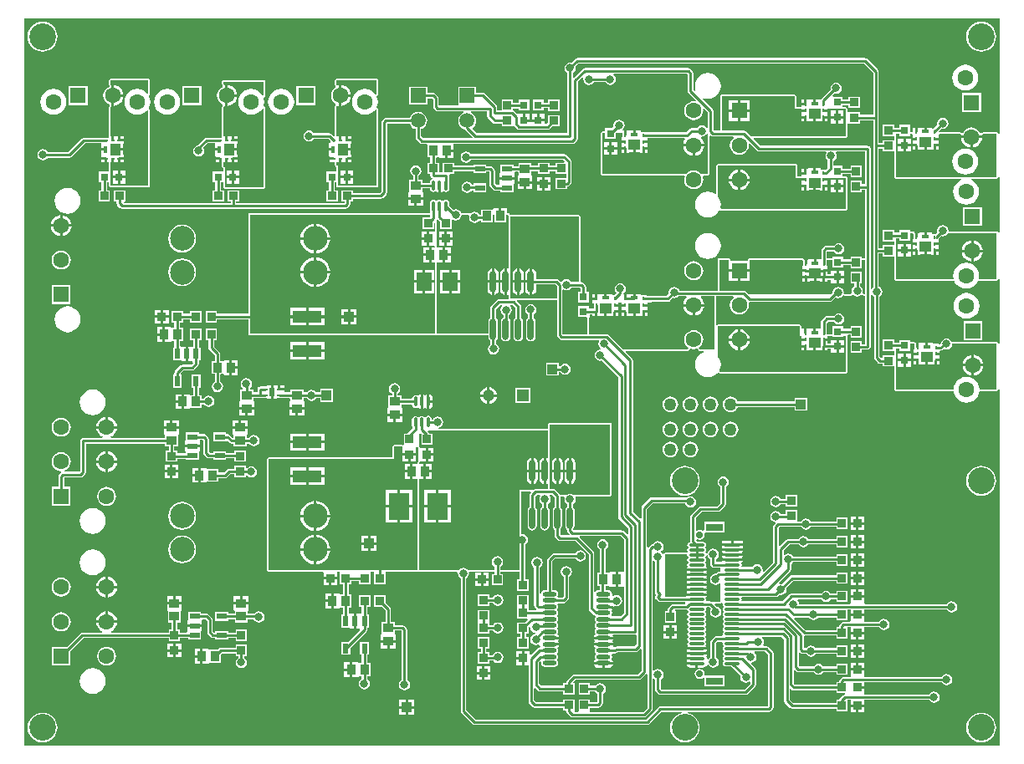
<source format=gtl>
G04 Layer_Physical_Order=1*
G04 Layer_Color=255*
%FSLAX25Y25*%
%MOIN*%
G70*
G01*
G75*
%ADD10R,0.01969X0.03386*%
%ADD11R,0.01969X0.00984*%
%ADD12R,0.03347X0.03347*%
%ADD13R,0.07087X0.03150*%
%ADD14R,0.06299X0.01181*%
%ADD15O,0.06299X0.01181*%
%ADD16R,0.03110X0.01181*%
%ADD17R,0.00984X0.01575*%
%ADD18R,0.04724X0.03937*%
%ADD19R,0.03937X0.03937*%
%ADD20R,0.03347X0.03347*%
%ADD21R,0.03937X0.03543*%
%ADD22R,0.08465X0.11024*%
%ADD23R,0.01181X0.03110*%
%ADD24R,0.01575X0.00984*%
%ADD25R,0.03937X0.04724*%
%ADD26R,0.02362X0.03937*%
%ADD27R,0.03543X0.03937*%
%ADD28R,0.05906X0.07284*%
%ADD29R,0.03150X0.03150*%
%ADD30O,0.01575X0.03937*%
%ADD31R,0.03937X0.02362*%
%ADD32R,0.11417X0.04921*%
%ADD33O,0.02362X0.08661*%
%ADD34R,0.03150X0.03150*%
%ADD35O,0.05709X0.01772*%
%ADD36C,0.01000*%
%ADD37C,0.02756*%
%ADD38C,0.10630*%
%ADD39C,0.05906*%
%ADD40R,0.05906X0.05906*%
%ADD41R,0.04724X0.04724*%
%ADD42C,0.04724*%
%ADD43C,0.09843*%
%ADD44R,0.06299X0.06299*%
%ADD45C,0.06299*%
%ADD46R,0.06299X0.06299*%
%ADD47C,0.03200*%
%ADD48C,0.05000*%
G36*
X391110Y246812D02*
X390610Y246712D01*
X390459Y247077D01*
X390000Y247267D01*
X384493D01*
X384459Y247253D01*
X384424Y247263D01*
X384234Y247159D01*
X384034Y247077D01*
X384020Y247043D01*
X383987Y247025D01*
X383944Y246972D01*
X383369Y247055D01*
X383275Y247281D01*
X382674Y248064D01*
X381891Y248665D01*
X380979Y249043D01*
X380000Y249172D01*
X379021Y249043D01*
X378109Y248665D01*
X377326Y248064D01*
X376725Y247281D01*
X376631Y247055D01*
X376056Y246972D01*
X376013Y247025D01*
X375980Y247043D01*
X375966Y247077D01*
X375766Y247159D01*
X375576Y247263D01*
X375541Y247253D01*
X375507Y247267D01*
X367273D01*
X367145Y247430D01*
X367027Y247729D01*
X367952Y248653D01*
X368500Y248544D01*
X369358Y248715D01*
X370086Y249201D01*
X370572Y249929D01*
X370743Y250787D01*
X370572Y251646D01*
X370086Y252374D01*
X369358Y252860D01*
X368500Y253030D01*
X367642Y252860D01*
X366914Y252374D01*
X366428Y251646D01*
X366257Y250787D01*
X366366Y250239D01*
X364722Y248595D01*
X364206D01*
Y249153D01*
X362151D01*
Y247562D01*
X361151D01*
Y249153D01*
X359096D01*
Y248995D01*
X358509D01*
Y247208D01*
X357509D01*
Y248995D01*
X356517D01*
Y247644D01*
X356408Y247489D01*
X356092Y247267D01*
X355456D01*
Y250170D01*
X351106D01*
Y249084D01*
X349173D01*
Y250236D01*
X344627D01*
Y245690D01*
X349173D01*
X349351Y245263D01*
Y244560D01*
X349173Y244134D01*
X348851Y244134D01*
X344627D01*
Y242982D01*
X343021D01*
Y252787D01*
X343022Y252787D01*
X343021Y252787D01*
Y271490D01*
X343022Y271490D01*
X342936Y271919D01*
X342693Y272283D01*
X342693Y272283D01*
X338395Y276581D01*
X338032Y276824D01*
X337602Y276909D01*
X337602Y276909D01*
X222898D01*
X222898Y276909D01*
X222468Y276824D01*
X222105Y276581D01*
X222105Y276580D01*
X220548Y275024D01*
X220000Y275133D01*
X219142Y274962D01*
X218414Y274476D01*
X217928Y273748D01*
X217757Y272890D01*
X217928Y272031D01*
X218414Y271304D01*
X218879Y270993D01*
Y246909D01*
X182748D01*
X181104Y248552D01*
X181137Y249051D01*
X181534Y249356D01*
X182103Y250098D01*
X182461Y250962D01*
X182583Y251890D01*
X182461Y252817D01*
X182103Y253681D01*
X181534Y254424D01*
X180792Y254993D01*
X180413Y255150D01*
X180512Y255650D01*
X186997D01*
Y253772D01*
X186997Y253772D01*
X187082Y253343D01*
X187325Y252979D01*
X189258Y251046D01*
X189258Y251045D01*
X189622Y250802D01*
X190051Y250717D01*
X192727D01*
Y249565D01*
X197273D01*
Y249565D01*
X197732Y249665D01*
X197773Y249673D01*
X198776Y248669D01*
X198776Y248669D01*
X199140Y248426D01*
X199570Y248341D01*
X203630D01*
X203630Y248341D01*
X203769Y248368D01*
X205071D01*
X205209Y248341D01*
X205209Y248341D01*
X211124D01*
X211124Y248341D01*
X211553Y248426D01*
X211917Y248669D01*
X212813Y249565D01*
X215773D01*
Y254112D01*
X211227D01*
Y251151D01*
X210659Y250584D01*
X209814D01*
Y251637D01*
X207239D01*
Y252137D01*
X206739D01*
Y254712D01*
X204665D01*
Y254712D01*
X204175Y254712D01*
Y254712D01*
X202100D01*
Y252137D01*
X201100D01*
Y254712D01*
X199025D01*
X199025Y254712D01*
Y254712D01*
X198590Y254886D01*
X197793Y255683D01*
X197429Y255926D01*
X197273Y255957D01*
Y256819D01*
X199425D01*
Y255868D01*
X203775D01*
Y260217D01*
X199425D01*
Y259063D01*
X197273D01*
Y260214D01*
X192727D01*
Y256011D01*
X190840D01*
Y257434D01*
X190754Y257864D01*
X190511Y258227D01*
X190511Y258227D01*
X186056Y262683D01*
X185692Y262926D01*
X185263Y263011D01*
X185263Y263011D01*
X182553D01*
Y265442D01*
X175447D01*
Y258337D01*
X175447D01*
X175312Y257893D01*
X167693D01*
X167622Y257965D01*
Y260890D01*
X167536Y261319D01*
X167293Y261683D01*
X167293Y261683D01*
X166293Y262683D01*
X165929Y262926D01*
X165500Y263011D01*
X165500Y263011D01*
X163053D01*
Y265442D01*
X155947D01*
Y258337D01*
X163053D01*
Y260768D01*
X165035D01*
X165378Y260425D01*
Y257500D01*
X165378Y257500D01*
X165464Y257071D01*
X165707Y256707D01*
X166435Y255979D01*
X166435Y255979D01*
X166799Y255735D01*
X167228Y255650D01*
X167228Y255650D01*
X177488D01*
X177587Y255150D01*
X177208Y254993D01*
X176466Y254424D01*
X175897Y253681D01*
X175539Y252817D01*
X175417Y251890D01*
X175539Y250962D01*
X175897Y250098D01*
X176466Y249356D01*
X177208Y248786D01*
X178073Y248429D01*
X178109Y248424D01*
X178207Y248278D01*
X181076Y245409D01*
X180868Y244909D01*
X161465D01*
X160622Y245752D01*
Y248509D01*
X161292Y248786D01*
X162034Y249356D01*
X162603Y250098D01*
X162961Y250962D01*
X163083Y251890D01*
X162961Y252817D01*
X162603Y253681D01*
X162034Y254424D01*
X161292Y254993D01*
X160427Y255351D01*
X159500Y255473D01*
X158573Y255351D01*
X157708Y254993D01*
X156966Y254424D01*
X156397Y253681D01*
X156119Y253011D01*
X146602D01*
X146602Y253011D01*
X146173Y252926D01*
X145809Y252683D01*
X145207Y252080D01*
X144964Y251717D01*
X144878Y251287D01*
X144878Y251287D01*
Y223752D01*
X144138Y223011D01*
X133531D01*
Y224163D01*
X128985D01*
Y219617D01*
X130136D01*
Y219112D01*
X130035Y219011D01*
X87019D01*
Y219617D01*
X88171D01*
Y224163D01*
X83624D01*
Y219617D01*
X84776D01*
Y219011D01*
X42357D01*
X42287Y219116D01*
X42554Y219617D01*
X42756D01*
Y224163D01*
X38209D01*
Y219617D01*
X39361D01*
Y218907D01*
X39361Y218907D01*
X39446Y218478D01*
X39690Y218114D01*
X40707Y217097D01*
X40707Y217097D01*
X41071Y216854D01*
X41500Y216768D01*
X130500D01*
X130500Y216768D01*
X130929Y216854D01*
X131293Y217097D01*
X132051Y217855D01*
X132051Y217855D01*
X132294Y218218D01*
X132379Y218648D01*
Y219617D01*
X133531D01*
Y220768D01*
X144602D01*
X144602Y220768D01*
X145032Y220854D01*
X145395Y221097D01*
X146793Y222494D01*
X146793Y222494D01*
X147036Y222858D01*
X147122Y223287D01*
X147122Y223287D01*
Y250768D01*
X156119D01*
X156397Y250098D01*
X156966Y249356D01*
X157708Y248786D01*
X158378Y248509D01*
Y245287D01*
X158378Y245287D01*
X158464Y244858D01*
X158707Y244494D01*
X160207Y242994D01*
X160571Y242751D01*
X161000Y242666D01*
X161000Y242666D01*
X162685D01*
X163099Y242458D01*
X163099Y242166D01*
Y237321D01*
X164349D01*
Y235163D01*
X163198D01*
Y230616D01*
X164349D01*
Y230163D01*
X164435Y229734D01*
X164678Y229370D01*
X165042Y229127D01*
X165251Y229085D01*
Y228575D01*
X164931Y228512D01*
X164472Y228205D01*
X164165Y227746D01*
X164058Y227205D01*
Y227145D01*
X161100D01*
Y228395D01*
X159622D01*
Y229891D01*
X160086Y230201D01*
X160572Y230929D01*
X160743Y231787D01*
X160572Y232646D01*
X160086Y233373D01*
X159358Y233860D01*
X158500Y234031D01*
X157642Y233860D01*
X156914Y233373D01*
X156428Y232646D01*
X156257Y231787D01*
X156428Y230929D01*
X156914Y230201D01*
X157378Y229891D01*
Y228395D01*
X155963D01*
X155963Y223722D01*
X155563Y223480D01*
X155563Y223411D01*
X155563Y223411D01*
Y221209D01*
X161500D01*
Y223411D01*
X161500Y223411D01*
Y223480D01*
X161100Y223722D01*
X161100Y223980D01*
Y224902D01*
X164058D01*
Y224843D01*
X164165Y224301D01*
X164472Y223842D01*
X164931Y223536D01*
X165472Y223428D01*
X166014Y223536D01*
X166111Y223600D01*
X166743Y223554D01*
X167334Y223159D01*
X167532Y223120D01*
Y226024D01*
X168532D01*
Y223120D01*
X168729Y223159D01*
X169320Y223554D01*
X169952Y223600D01*
X170049Y223536D01*
X170591Y223428D01*
X171132Y223536D01*
X171591Y223842D01*
X171897Y224301D01*
X172005Y224843D01*
Y227205D01*
X171897Y227746D01*
X171736Y227988D01*
Y230117D01*
X172146Y230616D01*
X173846D01*
Y231768D01*
X181540D01*
Y230849D01*
X186677D01*
Y231508D01*
X187795D01*
X187878Y231425D01*
Y226390D01*
X187878Y226390D01*
X187964Y225961D01*
X188207Y225597D01*
X189447Y224357D01*
X189447Y224357D01*
X189811Y224113D01*
X190240Y224028D01*
X190240Y224028D01*
X192367D01*
Y223369D01*
X197504D01*
Y226709D01*
X197904D01*
Y228390D01*
X194935D01*
X191967D01*
Y226709D01*
X191967D01*
X191816Y226271D01*
X190705D01*
X190122Y226854D01*
Y231890D01*
X190122Y231890D01*
X190036Y232319D01*
X189793Y232683D01*
X189053Y233423D01*
X188689Y233666D01*
X188260Y233752D01*
X188260Y233752D01*
X186677D01*
Y234411D01*
X181540D01*
Y234011D01*
X173846D01*
Y235163D01*
X169300D01*
Y231284D01*
X167744D01*
Y235163D01*
X166592D01*
Y236968D01*
X166946Y237321D01*
X167773Y237321D01*
X168014Y236921D01*
X168084Y236921D01*
X168084Y236921D01*
X170286D01*
Y239890D01*
X170786D01*
Y240390D01*
X173557D01*
Y242666D01*
X221000D01*
X221000Y242666D01*
X221429Y242751D01*
X221793Y242994D01*
X222793Y243994D01*
X222793Y243994D01*
X223036Y244358D01*
X223122Y244787D01*
Y267425D01*
X224911Y269215D01*
X225372Y268969D01*
X225257Y268390D01*
X225428Y267531D01*
X225914Y266804D01*
X226642Y266317D01*
X227500Y266147D01*
X228358Y266317D01*
X229086Y266804D01*
X229397Y267268D01*
X234103D01*
X234414Y266804D01*
X235142Y266317D01*
X236000Y266147D01*
X236858Y266317D01*
X237586Y266804D01*
X238072Y267531D01*
X238243Y268390D01*
X238072Y269248D01*
X237586Y269976D01*
X237374Y270118D01*
X237525Y270618D01*
X266583D01*
X266879Y270323D01*
Y263745D01*
X266878Y263745D01*
X266964Y263316D01*
X267207Y262952D01*
X270110Y260049D01*
X269876Y259575D01*
X269300Y259651D01*
X268321Y259522D01*
X267409Y259145D01*
X266626Y258544D01*
X266025Y257760D01*
X265647Y256848D01*
X265518Y255869D01*
X265647Y254890D01*
X266025Y253978D01*
X266626Y253195D01*
X267409Y252594D01*
X268321Y252216D01*
X269300Y252087D01*
X270279Y252216D01*
X271191Y252594D01*
X271974Y253195D01*
X272575Y253978D01*
X272953Y254890D01*
X273082Y255869D01*
X273006Y256446D01*
X273480Y256679D01*
X274879Y255280D01*
Y249088D01*
X274378Y248936D01*
X274086Y249374D01*
X273358Y249860D01*
X272500Y250030D01*
X271642Y249860D01*
X270914Y249374D01*
X270603Y248909D01*
X268422D01*
X267993Y248824D01*
X267629Y248581D01*
X267629Y248580D01*
X266227Y247178D01*
X250395D01*
Y247444D01*
X248216D01*
Y248002D01*
X246161D01*
Y246411D01*
X245161D01*
Y248002D01*
X243106D01*
Y247844D01*
X242519D01*
Y246057D01*
X241577D01*
Y246890D01*
X241519Y247029D01*
Y247844D01*
X241041D01*
X240890Y248344D01*
X241086Y248475D01*
X241572Y249203D01*
X241743Y250061D01*
X241572Y250920D01*
X241086Y251647D01*
X240358Y252134D01*
X239500Y252305D01*
X238642Y252134D01*
X237914Y251647D01*
X237428Y250920D01*
X237257Y250061D01*
X237366Y249513D01*
X236749Y248897D01*
X233986D01*
Y247539D01*
X233000D01*
X232541Y247349D01*
X232351Y246890D01*
Y230787D01*
X232541Y230328D01*
X233000Y230138D01*
X265548D01*
X265826Y229722D01*
X265647Y229289D01*
X265518Y228310D01*
X265647Y227331D01*
X266025Y226419D01*
X266626Y225636D01*
X267409Y225035D01*
X268321Y224657D01*
X269300Y224528D01*
X270279Y224657D01*
X271191Y225035D01*
X271974Y225636D01*
X272575Y226419D01*
X272953Y227331D01*
X273082Y228310D01*
X272953Y229289D01*
X272774Y229722D01*
X273052Y230138D01*
X275000D01*
X275459Y230328D01*
X275649Y230787D01*
Y245787D01*
X276111Y245978D01*
X276143Y245946D01*
X276143Y245946D01*
X276507Y245703D01*
X276936Y245618D01*
X285027D01*
X285197Y245118D01*
X284736Y244764D01*
X284135Y243981D01*
X283757Y243069D01*
X283628Y242090D01*
X283757Y241111D01*
X284135Y240199D01*
X284736Y239416D01*
X285519Y238814D01*
X286431Y238437D01*
X287410Y238308D01*
X288389Y238437D01*
X289301Y238814D01*
X290085Y239416D01*
X290686Y240199D01*
X291063Y241111D01*
X291192Y242090D01*
X291116Y242666D01*
X291590Y242899D01*
X294495Y239994D01*
X294859Y239751D01*
X295288Y239666D01*
X295288Y239666D01*
X321939D01*
X322207Y239166D01*
X321928Y238748D01*
X321757Y237890D01*
X321928Y237031D01*
X322414Y236304D01*
X322604Y236177D01*
Y233080D01*
X321808Y232284D01*
X319946D01*
Y232842D01*
X317891D01*
Y231251D01*
X316891D01*
Y232842D01*
X314835D01*
Y232684D01*
X314249D01*
Y230897D01*
X313749D01*
Y230397D01*
X312257D01*
Y229539D01*
X310649D01*
Y233890D01*
X310459Y234349D01*
X310000Y234539D01*
X279000D01*
X278541Y234349D01*
X278351Y233890D01*
Y223890D01*
Y222841D01*
X277902Y222620D01*
X277477Y222947D01*
X276229Y223463D01*
X274890Y223639D01*
X273552Y223463D01*
X272305Y222947D01*
X271234Y222125D01*
X270412Y221054D01*
X269895Y219806D01*
X269719Y218468D01*
X269895Y217129D01*
X270412Y215882D01*
X271234Y214811D01*
X272305Y213989D01*
X273552Y213472D01*
X274890Y213296D01*
X276229Y213472D01*
X277477Y213989D01*
X278548Y214811D01*
X279369Y215882D01*
X279421Y216007D01*
X279429Y216016D01*
X279703Y216149D01*
X280036Y216184D01*
X280079Y216154D01*
X280153Y216167D01*
X280222Y216138D01*
X330000D01*
X330459Y216328D01*
X330649Y216787D01*
Y228890D01*
X330459Y229349D01*
X330000Y229539D01*
X328575D01*
Y230563D01*
X331727D01*
Y229411D01*
X336273D01*
Y233958D01*
X331727D01*
Y232806D01*
X328575D01*
Y233859D01*
X324847D01*
Y235815D01*
X324858Y235817D01*
X325586Y236304D01*
X326072Y237031D01*
X326243Y237890D01*
X326072Y238748D01*
X325793Y239166D01*
X326061Y239666D01*
X337478D01*
Y226511D01*
X336273D01*
Y227855D01*
X331727D01*
Y223309D01*
X336273D01*
Y224268D01*
X337478D01*
Y197039D01*
X336273D01*
Y197709D01*
X331727D01*
Y196558D01*
X328733D01*
Y197611D01*
X324383D01*
Y197039D01*
X322312D01*
Y199616D01*
X322465Y199768D01*
X325103D01*
X325414Y199304D01*
X326142Y198817D01*
X327000Y198647D01*
X327858Y198817D01*
X328586Y199304D01*
X329072Y200031D01*
X329243Y200890D01*
X329072Y201748D01*
X328586Y202476D01*
X327858Y202962D01*
X327000Y203133D01*
X326142Y202962D01*
X325414Y202476D01*
X325103Y202011D01*
X322000D01*
X322000Y202011D01*
X321571Y201926D01*
X321207Y201683D01*
X321207Y201683D01*
X320397Y200873D01*
X320154Y200510D01*
X320069Y200080D01*
X320069Y200080D01*
Y196594D01*
X318049D01*
Y195003D01*
X317049D01*
Y196594D01*
X314994D01*
Y196436D01*
X314407D01*
Y194649D01*
X313465D01*
Y196036D01*
X313465Y196036D01*
X313465Y196036D01*
X313407Y196175D01*
Y196436D01*
X313299D01*
X313274Y196495D01*
X313274D01*
X313274Y196495D01*
X312921Y196849D01*
X312660Y196957D01*
X312461Y197039D01*
X291998D01*
X291896Y196997D01*
X291787Y197004D01*
X291349Y196853D01*
X291238Y196755D01*
X291101Y196699D01*
X291059Y196597D01*
X290976Y196524D01*
X290967Y196376D01*
X290910Y196239D01*
X290910Y195890D01*
X290448Y195839D01*
X284372D01*
X283910Y195890D01*
X283910Y196239D01*
X283853Y196376D01*
X283844Y196524D01*
X283762Y196597D01*
X283720Y196699D01*
X283583Y196755D01*
X283472Y196853D01*
X283034Y197004D01*
X282924Y196997D01*
X282823Y197039D01*
X279500D01*
X279041Y196849D01*
X278851Y196390D01*
Y184081D01*
X263605D01*
X263572Y184248D01*
X263086Y184976D01*
X262358Y185462D01*
X261500Y185633D01*
X260642Y185462D01*
X259914Y184976D01*
X259428Y184248D01*
X259257Y183390D01*
X259366Y182842D01*
X258515Y181991D01*
X250395D01*
Y182257D01*
X248216D01*
Y182814D01*
X246161D01*
Y181224D01*
X245161D01*
Y182814D01*
X243106D01*
Y182657D01*
X242519D01*
Y180869D01*
X241519D01*
Y182657D01*
X241518D01*
X241366Y183157D01*
X241586Y183304D01*
X242072Y184031D01*
X242243Y184890D01*
X242072Y185748D01*
X241586Y186476D01*
X240858Y186962D01*
X240000Y187133D01*
X239142Y186962D01*
X238414Y186476D01*
X237928Y185748D01*
X237757Y184890D01*
X237928Y184031D01*
X238414Y183304D01*
X238435Y183088D01*
X237604Y182257D01*
X236716D01*
Y182814D01*
X234661D01*
Y181224D01*
X233661D01*
Y182814D01*
X231606D01*
Y182657D01*
X231019D01*
Y180869D01*
X230519D01*
Y180369D01*
X229027D01*
Y179082D01*
X229427D01*
Y178458D01*
X229397Y178310D01*
Y176873D01*
X227475D01*
Y177926D01*
X223125D01*
Y173576D01*
X226583D01*
X226851Y173176D01*
Y166711D01*
X217162D01*
X216982Y166891D01*
Y184329D01*
X217423Y184564D01*
X217702Y184378D01*
X218561Y184207D01*
X219419Y184378D01*
X220147Y184864D01*
X220457Y185329D01*
X223975D01*
X224179Y185125D01*
Y183832D01*
X223125D01*
Y179482D01*
X227475D01*
Y183832D01*
X226422D01*
Y185590D01*
X226336Y186019D01*
X226093Y186383D01*
X226093Y186383D01*
X225232Y187243D01*
X224869Y187487D01*
X224439Y187572D01*
X224149Y187934D01*
Y213687D01*
X223959Y214147D01*
X223500Y214337D01*
X196200D01*
X196138Y214311D01*
X195886Y214727D01*
X195821Y214775D01*
X195790Y214849D01*
X195627Y214916D01*
X195485Y215021D01*
X195405Y215008D01*
X195331Y215039D01*
X194929D01*
Y216858D01*
X192657D01*
Y213890D01*
X191657D01*
Y216858D01*
X189386D01*
X189214Y216458D01*
X184471D01*
Y214409D01*
X183897D01*
X183586Y214874D01*
X182858Y215360D01*
X182000Y215530D01*
X181142Y215360D01*
X180480Y214918D01*
X179994Y214849D01*
X179816Y214923D01*
X179655Y215028D01*
X179593Y215015D01*
X179535Y215039D01*
X176743D01*
X176599Y215117D01*
X176572Y215248D01*
X176086Y215976D01*
X175358Y216462D01*
X174500Y216633D01*
X173642Y216462D01*
X173539Y216394D01*
X172005Y217927D01*
Y218937D01*
X171897Y219478D01*
X171591Y219937D01*
X171132Y220244D01*
X170591Y220352D01*
X170049Y220244D01*
X169620Y219957D01*
X169477Y219894D01*
X169145D01*
X169002Y219957D01*
X168573Y220244D01*
X168032Y220352D01*
X167490Y220244D01*
X167031Y219937D01*
X167002Y219894D01*
X166502D01*
X166473Y219937D01*
X166014Y220244D01*
X165472Y220352D01*
X164931Y220244D01*
X164472Y219937D01*
X164165Y219478D01*
X164058Y218937D01*
Y216575D01*
X164165Y216034D01*
X164351Y215756D01*
Y215039D01*
X92500D01*
X92041Y214849D01*
X91851Y214390D01*
Y174866D01*
X79328D01*
Y176017D01*
X74781D01*
Y171471D01*
X79328D01*
Y172623D01*
X91851D01*
Y166890D01*
X92041Y166430D01*
X92500Y166240D01*
X166351D01*
X166675Y166375D01*
X167000Y166240D01*
X187556D01*
Y165663D01*
X187694Y164968D01*
X188088Y164379D01*
X188251Y164270D01*
Y162701D01*
X187914Y162476D01*
X187428Y161748D01*
X187257Y160890D01*
X187428Y160031D01*
X187914Y159304D01*
X188642Y158817D01*
X189500Y158647D01*
X190358Y158817D01*
X191086Y159304D01*
X191572Y160031D01*
X191743Y160890D01*
X191572Y161748D01*
X191086Y162476D01*
X190494Y162872D01*
Y164270D01*
X190656Y164379D01*
X191050Y164968D01*
X191188Y165663D01*
Y171962D01*
X191050Y172657D01*
X190656Y173246D01*
X190494Y173355D01*
Y176797D01*
X192165Y178468D01*
X192751D01*
X192914Y177976D01*
X192428Y177248D01*
X192257Y176390D01*
X192428Y175531D01*
X192914Y174804D01*
X193378Y174493D01*
Y173440D01*
X193088Y173246D01*
X192694Y172657D01*
X192556Y171962D01*
Y165663D01*
X192694Y164968D01*
X193088Y164379D01*
X193677Y163985D01*
X194372Y163847D01*
X195067Y163985D01*
X195656Y164379D01*
X196050Y164968D01*
X196188Y165663D01*
Y171962D01*
X196050Y172657D01*
X195656Y173246D01*
X195622Y173269D01*
Y174493D01*
X196086Y174804D01*
X196572Y175531D01*
X196743Y176390D01*
X196572Y177248D01*
X196086Y177976D01*
X196249Y178468D01*
X197048D01*
X198251Y177265D01*
Y173355D01*
X198088Y173246D01*
X197694Y172657D01*
X197556Y171962D01*
Y165663D01*
X197694Y164968D01*
X198088Y164379D01*
X198677Y163985D01*
X199372Y163847D01*
X200067Y163985D01*
X200656Y164379D01*
X201050Y164968D01*
X201188Y165663D01*
Y171962D01*
X201050Y172657D01*
X200656Y173246D01*
X200494Y173355D01*
Y177730D01*
X200494Y177730D01*
X200408Y178159D01*
X200165Y178523D01*
X200165Y178523D01*
X198750Y179938D01*
X198957Y180438D01*
X214739D01*
Y166427D01*
X214739Y166427D01*
X214824Y165998D01*
X215068Y165634D01*
X215905Y164797D01*
X215905Y164797D01*
X216268Y164554D01*
X216698Y164468D01*
X216698Y164468D01*
X231378D01*
X231614Y164027D01*
X231428Y163748D01*
X231257Y162890D01*
X231428Y162031D01*
X231914Y161304D01*
X232221Y161099D01*
X232025Y160628D01*
X232000Y160633D01*
X231142Y160462D01*
X230414Y159976D01*
X229928Y159248D01*
X229757Y158390D01*
X229928Y157531D01*
X230414Y156804D01*
X231142Y156317D01*
X232000Y156147D01*
X232548Y156256D01*
X239279Y149525D01*
Y93862D01*
X239278Y93862D01*
X239364Y93433D01*
X239607Y93069D01*
X243179Y89497D01*
Y87061D01*
X242717Y86870D01*
X241403Y88183D01*
X241039Y88426D01*
X240610Y88511D01*
X240610Y88511D01*
X221538D01*
X221265Y88918D01*
X221266Y88931D01*
X221660Y89520D01*
X221798Y90215D01*
Y96514D01*
X221660Y97209D01*
X221266Y97798D01*
X221103Y97907D01*
Y98981D01*
X221586Y99304D01*
X222072Y100031D01*
X222243Y100890D01*
X222094Y101638D01*
X222368Y102138D01*
X236000D01*
X236459Y102328D01*
X236649Y102787D01*
Y130787D01*
X236459Y131247D01*
X236000Y131437D01*
X212000D01*
X211541Y131247D01*
X211351Y130787D01*
Y128937D01*
X167715Y128937D01*
X167666Y129437D01*
X168144Y129532D01*
X168872Y130018D01*
X169358Y130746D01*
X169529Y131604D01*
X169358Y132463D01*
X168872Y133190D01*
X168144Y133677D01*
X167286Y133847D01*
X166427Y133677D01*
X165699Y133190D01*
X165434Y132793D01*
X165049Y132787D01*
X164933Y132802D01*
X164829Y133327D01*
X164522Y133786D01*
X164063Y134092D01*
X163522Y134200D01*
X162981Y134092D01*
X162551Y133805D01*
X162409Y133742D01*
X162076D01*
X161934Y133805D01*
X161504Y134092D01*
X160963Y134200D01*
X160422Y134092D01*
X159992Y133805D01*
X159850Y133742D01*
X159517D01*
X159375Y133805D01*
X158945Y134092D01*
X158404Y134200D01*
X157863Y134092D01*
X157404Y133786D01*
X157097Y133327D01*
X156989Y132785D01*
Y130423D01*
X157097Y129882D01*
X157282Y129604D01*
Y129258D01*
X155196Y127172D01*
X155190Y127163D01*
X153716D01*
Y122854D01*
X153269Y122488D01*
X153268Y122488D01*
X153144Y122539D01*
X150000D01*
X149541Y122349D01*
X149351Y121890D01*
X149351Y117539D01*
X100000D01*
X99541Y117349D01*
X99351Y116890D01*
X99351Y72787D01*
X99541Y72328D01*
X100000Y72138D01*
X121358D01*
X121827Y71638D01*
Y69889D01*
X124500D01*
X127174D01*
X127174Y72062D01*
X127642Y72138D01*
X128270D01*
X128329Y71638D01*
Y67116D01*
X129481D01*
Y63311D01*
X129128Y62958D01*
X128301Y62958D01*
X128059Y63358D01*
X127990Y63358D01*
X127990Y63358D01*
X125788D01*
Y60389D01*
Y57421D01*
X127990D01*
X127990Y57421D01*
X128059D01*
X128301Y57821D01*
X128559Y57821D01*
X129481D01*
Y54871D01*
X128822D01*
Y49734D01*
X132162D01*
Y49334D01*
X133843D01*
Y52303D01*
Y55271D01*
X132162D01*
Y55271D01*
X131724Y55422D01*
Y57821D01*
X132974D01*
Y62958D01*
X131724D01*
Y67116D01*
X132876D01*
Y68268D01*
X135847D01*
Y67116D01*
X140394D01*
Y71638D01*
X140394Y71663D01*
X140453Y72138D01*
X141890D01*
X141950Y71638D01*
Y67116D01*
X146496D01*
Y71662D01*
X146496D01*
X146555Y72138D01*
X159351D01*
X159675Y72272D01*
X160000Y72138D01*
X175012D01*
X175329Y71751D01*
X175257Y71390D01*
X175428Y70531D01*
X175914Y69804D01*
X176378Y69493D01*
Y16500D01*
X176378Y16500D01*
X176464Y16071D01*
X176707Y15707D01*
X181207Y11207D01*
X181207Y11207D01*
X181571Y10964D01*
X182000Y10878D01*
X182000Y10878D01*
X250713D01*
X250713Y10878D01*
X251142Y10964D01*
X251506Y11207D01*
X256465Y16166D01*
X264533D01*
X264588Y15672D01*
X263474Y15334D01*
X262446Y14784D01*
X261545Y14045D01*
X260806Y13145D01*
X260257Y12117D01*
X259919Y11002D01*
X259804Y9843D01*
X259919Y8683D01*
X260257Y7568D01*
X260806Y6540D01*
X261545Y5640D01*
X262446Y4901D01*
X263474Y4351D01*
X264588Y4013D01*
X265748Y3899D01*
X266908Y4013D01*
X268022Y4351D01*
X269050Y4901D01*
X269951Y5640D01*
X270690Y6540D01*
X271239Y7568D01*
X271577Y8683D01*
X271692Y9843D01*
X271577Y11002D01*
X271239Y12117D01*
X270690Y13145D01*
X269951Y14045D01*
X269050Y14784D01*
X268022Y15334D01*
X266908Y15672D01*
X266963Y16166D01*
X299287D01*
X299287Y16166D01*
X299717Y16251D01*
X300080Y16494D01*
X300793Y17207D01*
X300793Y17207D01*
X301036Y17571D01*
X301122Y18000D01*
X301121Y18000D01*
Y39418D01*
X301122Y39418D01*
X301036Y39848D01*
X300793Y40211D01*
X300793Y40211D01*
X298911Y42093D01*
X298548Y42336D01*
X298118Y42422D01*
X298118Y42422D01*
X297122D01*
X296886Y42862D01*
X297072Y43142D01*
X297243Y44000D01*
X297072Y44858D01*
X296586Y45586D01*
X296532Y45623D01*
X296683Y46123D01*
X304291D01*
X305278Y45135D01*
Y20600D01*
X305278Y20600D01*
X305364Y20171D01*
X305607Y19807D01*
X307608Y17806D01*
X307608Y17806D01*
X307971Y17563D01*
X308401Y17478D01*
X326101D01*
Y16326D01*
X330647D01*
Y20873D01*
X331145Y20878D01*
X331803D01*
Y19099D01*
X334476D01*
X337150D01*
Y20878D01*
X363104D01*
X363414Y20414D01*
X364142Y19928D01*
X365000Y19757D01*
X365858Y19928D01*
X366586Y20414D01*
X367072Y21142D01*
X367243Y22000D01*
X367072Y22858D01*
X366586Y23586D01*
X365858Y24072D01*
X365000Y24243D01*
X364142Y24072D01*
X363414Y23586D01*
X363104Y23122D01*
X337620D01*
X337150Y23193D01*
Y25366D01*
X334476D01*
Y26366D01*
X337150D01*
Y27878D01*
X368104D01*
X368414Y27414D01*
X369142Y26928D01*
X370000Y26757D01*
X370858Y26928D01*
X371586Y27414D01*
X372072Y28142D01*
X372243Y29000D01*
X372072Y29858D01*
X371586Y30586D01*
X370858Y31072D01*
X370000Y31243D01*
X369142Y31072D01*
X368414Y30586D01*
X368104Y30122D01*
X337510D01*
X337150Y30460D01*
X337150Y30622D01*
Y32633D01*
X334476D01*
X331803D01*
Y30622D01*
X331803Y30460D01*
X331443Y30122D01*
X329000D01*
X329000Y30122D01*
X328571Y30036D01*
X328207Y29793D01*
X327581Y29167D01*
X327338Y28803D01*
X327253Y28374D01*
X326854Y28139D01*
X326101D01*
Y26988D01*
X309598D01*
X309121Y27465D01*
Y32585D01*
X309622Y32792D01*
X310074Y32340D01*
X310074Y32340D01*
X310438Y32097D01*
X310867Y32011D01*
X310867Y32011D01*
X317104D01*
X317414Y31547D01*
X318142Y31060D01*
X319000Y30890D01*
X319858Y31060D01*
X320586Y31547D01*
X320897Y32011D01*
X326101D01*
Y30860D01*
X330647D01*
Y35406D01*
X326101D01*
Y34254D01*
X320897D01*
X320586Y34719D01*
X319858Y35205D01*
X319000Y35376D01*
X318142Y35205D01*
X317414Y34719D01*
X317104Y34254D01*
X311332D01*
X311122Y34465D01*
Y39585D01*
X311621Y39792D01*
X311807Y39607D01*
X311807Y39607D01*
X312171Y39363D01*
X312600Y39278D01*
X312600Y39278D01*
X314104D01*
X314414Y38813D01*
X315142Y38327D01*
X316000Y38157D01*
X316858Y38327D01*
X317586Y38813D01*
X317897Y39278D01*
X326101D01*
Y38126D01*
X330647D01*
Y42673D01*
X326101D01*
Y41521D01*
X317897D01*
X317586Y41986D01*
X316858Y42472D01*
X316000Y42643D01*
X315142Y42472D01*
X314414Y41986D01*
X314104Y41521D01*
X313122D01*
Y46329D01*
X313385Y46545D01*
X313385Y46545D01*
X326101D01*
Y45393D01*
X330647D01*
Y49878D01*
X331803D01*
Y48166D01*
X334476D01*
X337150D01*
Y49878D01*
X343104D01*
X343414Y49414D01*
X344142Y48928D01*
X345000Y48757D01*
X345858Y48928D01*
X346586Y49414D01*
X347072Y50142D01*
X347243Y51000D01*
X347072Y51858D01*
X346586Y52586D01*
X345858Y53072D01*
X345000Y53243D01*
X344142Y53072D01*
X343414Y52586D01*
X343104Y52122D01*
X337592D01*
X337150Y52260D01*
Y54433D01*
X334476D01*
X331803D01*
Y52260D01*
X331360Y52122D01*
X329000D01*
X329000Y52122D01*
X328571Y52036D01*
X328207Y51793D01*
X327581Y51167D01*
X327338Y50803D01*
X327253Y50374D01*
X327068Y49940D01*
X326101D01*
Y48788D01*
X313849D01*
X309326Y53312D01*
X309533Y53812D01*
X315104D01*
X315414Y53347D01*
X316142Y52861D01*
X317000Y52690D01*
X317858Y52861D01*
X318586Y53347D01*
X318897Y53812D01*
X326101D01*
Y52660D01*
X330647D01*
Y56878D01*
X331803D01*
Y55433D01*
X334476D01*
X337150D01*
Y56878D01*
X370104D01*
X370414Y56414D01*
X371142Y55928D01*
X372000Y55757D01*
X372858Y55928D01*
X373586Y56414D01*
X374072Y57142D01*
X374243Y58000D01*
X374072Y58858D01*
X373586Y59586D01*
X372858Y60072D01*
X372000Y60243D01*
X371142Y60072D01*
X370414Y59586D01*
X370104Y59122D01*
X337379D01*
X337150Y59527D01*
X337150Y59622D01*
Y61700D01*
X334476D01*
X331803D01*
Y59622D01*
X331803Y59527D01*
X331574Y59122D01*
X311219D01*
X311072Y59858D01*
X310586Y60586D01*
X310750Y61078D01*
X320104D01*
X320414Y60614D01*
X321142Y60128D01*
X322000Y59957D01*
X322858Y60128D01*
X323586Y60614D01*
X323897Y61078D01*
X326101D01*
Y59927D01*
X330647D01*
Y64473D01*
X326101D01*
Y63321D01*
X323897D01*
X323586Y63786D01*
X322858Y64272D01*
X322000Y64443D01*
X321142Y64272D01*
X320414Y63786D01*
X320104Y63321D01*
X308200D01*
X308200Y63321D01*
X307771Y63236D01*
X307407Y62993D01*
X304591Y60177D01*
X288626D01*
X288350Y60677D01*
X288419Y61024D01*
X288350Y61370D01*
X288626Y61870D01*
X301992D01*
X301992Y61870D01*
X302421Y61956D01*
X302785Y62199D01*
X303452Y62866D01*
X304000Y62757D01*
X304858Y62928D01*
X305586Y63414D01*
X306072Y64142D01*
X306243Y65000D01*
X306134Y65548D01*
X308965Y68378D01*
X326101D01*
Y67193D01*
X330647D01*
Y71740D01*
X326101D01*
Y70622D01*
X308500D01*
X308500Y70622D01*
X308071Y70536D01*
X307707Y70293D01*
X307707Y70293D01*
X304548Y67134D01*
X304000Y67243D01*
X303421Y67128D01*
X303175Y67589D01*
X307793Y72207D01*
X307793Y72207D01*
X308036Y72571D01*
X308122Y73000D01*
X308121Y73000D01*
Y75103D01*
X308586Y75414D01*
X308896Y75878D01*
X326101D01*
Y74460D01*
X330647D01*
Y79006D01*
X326101D01*
Y78122D01*
X308896D01*
X308586Y78586D01*
X307858Y79072D01*
X307000Y79243D01*
X306142Y79072D01*
X305622Y78725D01*
X305121Y78980D01*
Y80535D01*
X307465Y82878D01*
X311104D01*
X311414Y82414D01*
X312142Y81928D01*
X313000Y81757D01*
X313858Y81928D01*
X314586Y82414D01*
X314896Y82878D01*
X326101D01*
Y81727D01*
X330647D01*
Y86273D01*
X326101D01*
Y85122D01*
X314896D01*
X314586Y85586D01*
X313858Y86072D01*
X313000Y86243D01*
X312142Y86072D01*
X311414Y85586D01*
X311104Y85122D01*
X307000D01*
X307000Y85122D01*
X306571Y85036D01*
X306207Y84793D01*
X303622Y82208D01*
X303121Y82415D01*
Y89535D01*
X303465Y89878D01*
X312104D01*
X312414Y89414D01*
X313142Y88928D01*
X314000Y88757D01*
X314858Y88928D01*
X315586Y89414D01*
X315897Y89878D01*
X326101D01*
Y88994D01*
X330647D01*
Y93540D01*
X326101D01*
Y92122D01*
X315897D01*
X315586Y92586D01*
X314858Y93072D01*
X314000Y93243D01*
X313142Y93072D01*
X312414Y92586D01*
X312104Y92122D01*
X310447D01*
Y96579D01*
X305900D01*
Y95122D01*
X303896D01*
X303586Y95586D01*
X302858Y96072D01*
X302000Y96243D01*
X301142Y96072D01*
X300414Y95586D01*
X299928Y94858D01*
X299757Y94000D01*
X299928Y93142D01*
X300414Y92414D01*
X301142Y91928D01*
X301553Y91846D01*
X301717Y91303D01*
X301207Y90793D01*
X300964Y90429D01*
X300878Y90000D01*
X300879Y90000D01*
Y75727D01*
X297204Y72053D01*
X296743Y72299D01*
X296843Y72800D01*
X296672Y73658D01*
X296186Y74386D01*
X295458Y74872D01*
X294600Y75043D01*
X293742Y74872D01*
X293014Y74386D01*
X292727Y73956D01*
X288626D01*
X288350Y74456D01*
X288419Y74803D01*
X288326Y75268D01*
X288169Y75503D01*
X288351Y75625D01*
X288703Y76151D01*
X288727Y76272D01*
X280427D01*
X280184Y75925D01*
X278121D01*
Y77104D01*
X278586Y77414D01*
X279072Y78142D01*
X279243Y79000D01*
X279072Y79858D01*
X278586Y80586D01*
X277858Y81072D01*
X277000Y81243D01*
X276142Y81072D01*
X275414Y80586D01*
X274928Y79858D01*
X274840Y79419D01*
X274526Y79316D01*
X274034Y79591D01*
X273952Y79943D01*
X274153Y80244D01*
X274245Y80709D01*
X274153Y81173D01*
X273890Y81567D01*
Y81819D01*
X274153Y82213D01*
X274245Y82677D01*
X274153Y83142D01*
X273890Y83535D01*
X273496Y83799D01*
X273031Y83891D01*
X270845D01*
X270325Y84410D01*
X270359Y84696D01*
X270882Y84948D01*
X271654Y84794D01*
X272425Y84948D01*
X273080Y85385D01*
X273517Y86039D01*
X273670Y86811D01*
X273615Y87089D01*
X274025Y87589D01*
X281702D01*
Y91939D01*
X273416D01*
Y88565D01*
X272916Y88346D01*
X272425Y88674D01*
X271654Y88828D01*
X270882Y88674D01*
X270621Y88500D01*
X270122Y88768D01*
Y93535D01*
X272465Y95878D01*
X279000D01*
X279000Y95878D01*
X279429Y95964D01*
X279793Y96207D01*
X281793Y98207D01*
X281793Y98207D01*
X282036Y98571D01*
X282122Y99000D01*
X282121Y99000D01*
Y105891D01*
X282586Y106201D01*
X283072Y106929D01*
X283243Y107787D01*
X283072Y108646D01*
X282586Y109373D01*
X281858Y109860D01*
X281000Y110030D01*
X280142Y109860D01*
X279414Y109373D01*
X278928Y108646D01*
X278757Y107787D01*
X278928Y106929D01*
X279414Y106201D01*
X279878Y105891D01*
Y99465D01*
X278535Y98122D01*
X272000D01*
X272000Y98122D01*
X271571Y98036D01*
X271207Y97793D01*
X268207Y94793D01*
X267964Y94429D01*
X267878Y94000D01*
X267879Y94000D01*
Y84150D01*
X267878Y84149D01*
X267449Y83799D01*
X267055Y83535D01*
X266792Y83142D01*
X266700Y82677D01*
X266792Y82213D01*
X267055Y81819D01*
Y81567D01*
X266792Y81173D01*
X266700Y80709D01*
X266792Y80244D01*
X266958Y79995D01*
X266958Y79994D01*
X266612Y79613D01*
X266550Y79646D01*
X266517Y79637D01*
X266486Y79649D01*
X258000D01*
X257541Y79459D01*
X257438Y79211D01*
X256889Y79133D01*
X256586Y79586D01*
X256341Y79750D01*
Y80250D01*
X256586Y80414D01*
X257072Y81142D01*
X257243Y82000D01*
X257072Y82858D01*
X256586Y83586D01*
X255858Y84072D01*
X255000Y84243D01*
X254142Y84072D01*
X253414Y83586D01*
X253103Y83122D01*
X253000D01*
X252571Y83036D01*
X252207Y82793D01*
X252207Y82793D01*
X251121Y81708D01*
X251059Y81710D01*
X250622Y81867D01*
Y97035D01*
X252965Y99378D01*
X265859D01*
X265928Y99031D01*
X266414Y98304D01*
X267142Y97817D01*
X268000Y97647D01*
X268858Y97817D01*
X269586Y98304D01*
X270072Y99031D01*
X270243Y99890D01*
X270072Y100748D01*
X269586Y101476D01*
X268858Y101962D01*
X268000Y102133D01*
X267142Y101962D01*
X266632Y101622D01*
X252500D01*
X252500Y101622D01*
X252071Y101536D01*
X251707Y101293D01*
X248707Y98293D01*
X248464Y97929D01*
X248378Y97500D01*
X248378Y97500D01*
Y93415D01*
X247879Y93208D01*
X245122Y95965D01*
Y156208D01*
X245122Y156208D01*
X245036Y156637D01*
X244793Y157001D01*
X244793Y157001D01*
X242118Y159676D01*
X242310Y160138D01*
X267028D01*
X267070Y160155D01*
X267113Y160144D01*
X267294Y160248D01*
X267487Y160328D01*
X267504Y160370D01*
X267543Y160393D01*
X267883Y160837D01*
X268128Y160958D01*
X268321Y160878D01*
X269300Y160749D01*
X270279Y160878D01*
X270472Y160958D01*
X270717Y160837D01*
X271057Y160393D01*
X271096Y160370D01*
X271113Y160328D01*
X271306Y160248D01*
X271487Y160144D01*
X271530Y160155D01*
X271572Y160138D01*
X273342D01*
X273441Y159638D01*
X272305Y159167D01*
X271234Y158345D01*
X270412Y157274D01*
X269895Y156027D01*
X269719Y154688D01*
X269895Y153350D01*
X270412Y152102D01*
X271234Y151031D01*
X272305Y150209D01*
X273552Y149693D01*
X274890Y149516D01*
X276229Y149693D01*
X277477Y150209D01*
X278548Y151031D01*
X278727Y151265D01*
X278830Y151298D01*
X279249Y151328D01*
X279394Y151268D01*
X279514Y151168D01*
X279615Y151177D01*
X279708Y151138D01*
X330000Y151138D01*
X330459Y151328D01*
X330649Y151787D01*
X330649Y165890D01*
X330552Y166125D01*
X330837Y166625D01*
X331727D01*
Y165473D01*
X336273D01*
Y170020D01*
X331727D01*
Y168868D01*
X328733D01*
Y169921D01*
X324383D01*
Y166539D01*
X322543D01*
X322143Y166806D01*
Y166942D01*
X322173Y167090D01*
Y171127D01*
X322814Y171768D01*
X325103D01*
X325414Y171304D01*
X326142Y170817D01*
X327000Y170647D01*
X327858Y170817D01*
X328586Y171304D01*
X329072Y172031D01*
X329243Y172890D01*
X329072Y173748D01*
X328586Y174476D01*
X327858Y174962D01*
X327000Y175133D01*
X326142Y174962D01*
X325414Y174476D01*
X325103Y174011D01*
X322350D01*
X322350Y174011D01*
X321920Y173926D01*
X321556Y173683D01*
X320258Y172384D01*
X320015Y172021D01*
X319930Y171591D01*
X319930Y171591D01*
Y169035D01*
X317910D01*
Y167444D01*
X316910D01*
Y169035D01*
X314854D01*
Y168877D01*
X314268D01*
Y167090D01*
X313268D01*
Y168877D01*
X312276D01*
X312149Y169325D01*
Y169890D01*
X311959Y170349D01*
X311500Y170539D01*
X279000D01*
X278649Y170394D01*
X278149Y170611D01*
Y181838D01*
X285027D01*
X285197Y181338D01*
X284736Y180984D01*
X284135Y180201D01*
X283757Y179289D01*
X283628Y178310D01*
X283757Y177331D01*
X284135Y176419D01*
X284736Y175636D01*
X285519Y175035D01*
X286431Y174657D01*
X287410Y174528D01*
X288389Y174657D01*
X289301Y175035D01*
X290085Y175636D01*
X290686Y176419D01*
X291063Y177331D01*
X291192Y178310D01*
X291069Y179243D01*
X291102Y179329D01*
X291443Y179679D01*
X291509Y179666D01*
X291509Y179666D01*
X323540D01*
X323540Y179666D01*
X323969Y179751D01*
X324333Y179994D01*
X325778Y181439D01*
X325963Y181315D01*
X326821Y181144D01*
X327680Y181315D01*
X328407Y181801D01*
X328546Y182009D01*
X328880Y182328D01*
X329082Y182244D01*
X329275Y182141D01*
X329308Y182151D01*
X329339Y182138D01*
X332002D01*
X332080Y182170D01*
X332164Y182159D01*
X332302Y182262D01*
X332461Y182328D01*
X332910Y182311D01*
X333026Y182262D01*
X333542Y181917D01*
X334400Y181747D01*
X335258Y181917D01*
X335774Y182262D01*
X335890Y182311D01*
X336339Y182328D01*
X336498Y182262D01*
X336636Y182159D01*
X336720Y182170D01*
X336798Y182138D01*
X337478D01*
Y162766D01*
X336273D01*
Y163917D01*
X331727D01*
Y159371D01*
X336273D01*
Y160522D01*
X338600D01*
X339029Y160608D01*
X339393Y160851D01*
X339636Y161215D01*
X339721Y161644D01*
Y182437D01*
X340222Y182589D01*
X340614Y182001D01*
X341078Y181691D01*
Y157387D01*
X341078Y157387D01*
X341164Y156958D01*
X341407Y156594D01*
X342653Y155348D01*
X342653Y155348D01*
X343017Y155105D01*
X343446Y155019D01*
X344527D01*
Y153868D01*
X348851D01*
X349073Y153868D01*
X349351Y153482D01*
Y144787D01*
X349541Y144328D01*
X350000Y144138D01*
X372880D01*
X372904Y144124D01*
X373024Y143209D01*
X373541Y141961D01*
X374363Y140890D01*
X375434Y140068D01*
X376681Y139552D01*
X378020Y139375D01*
X379358Y139552D01*
X380606Y140068D01*
X381677Y140890D01*
X382499Y141961D01*
X383015Y143209D01*
X383136Y144124D01*
X383160Y144138D01*
X390000D01*
X390459Y144328D01*
X390610Y144693D01*
X391110Y144593D01*
Y2591D01*
X2591D01*
Y292685D01*
X391110D01*
Y246812D01*
D02*
G37*
G36*
X390000Y144787D02*
X383160D01*
X383015Y145886D01*
X382499Y147133D01*
X381677Y148204D01*
X380606Y149026D01*
X379358Y149543D01*
X378020Y149719D01*
X376681Y149543D01*
X375434Y149026D01*
X374363Y148204D01*
X373541Y147133D01*
X373024Y145886D01*
X372880Y144787D01*
X350000D01*
Y161122D01*
X351106D01*
Y160069D01*
X355456D01*
Y162890D01*
X356885D01*
X357366Y162843D01*
Y160684D01*
X356966D01*
Y159397D01*
X358458D01*
Y158397D01*
X356966D01*
Y157109D01*
Y156838D01*
X358458D01*
Y156338D01*
X358958D01*
Y154550D01*
X359950D01*
Y154747D01*
X361600D01*
Y157716D01*
X362600D01*
Y154747D01*
X364250D01*
Y154550D01*
X365242D01*
Y156338D01*
X365742D01*
Y156838D01*
X367234D01*
Y157109D01*
Y158397D01*
X365742D01*
Y159397D01*
X367234D01*
Y160122D01*
X367722Y160345D01*
X367856Y160392D01*
X367995Y160420D01*
X368061Y160464D01*
X368135Y160490D01*
X368931Y160958D01*
X369142Y160817D01*
X370000Y160647D01*
X370858Y160817D01*
X371586Y161304D01*
X372072Y162031D01*
X372243Y162890D01*
X390000D01*
Y144787D01*
D02*
G37*
G36*
Y229390D02*
X350000D01*
Y246617D01*
X351106D01*
Y245820D01*
X355456D01*
Y246617D01*
X356092D01*
X356517Y246436D01*
Y245149D01*
X358010D01*
Y244149D01*
X356517D01*
Y242861D01*
Y242590D01*
X358010D01*
Y242090D01*
X358509D01*
Y240302D01*
X359502D01*
Y240499D01*
X361151D01*
Y243468D01*
X362151D01*
Y240499D01*
X363801D01*
Y240302D01*
X364793D01*
Y242090D01*
X365293D01*
Y242590D01*
X366785D01*
Y242861D01*
Y244149D01*
X365293D01*
Y245149D01*
X366785D01*
Y246436D01*
X367210Y246617D01*
X375507D01*
X375910Y246117D01*
X375880Y245890D01*
X380000D01*
X384120D01*
X384090Y246117D01*
X384493Y246617D01*
X390000D01*
Y229390D01*
D02*
G37*
G36*
X266700Y78740D02*
X266792Y78276D01*
X267055Y77882D01*
Y77630D01*
X266792Y77236D01*
X266700Y76772D01*
X266792Y76307D01*
X267055Y75913D01*
Y75661D01*
X266792Y75268D01*
X266700Y74803D01*
X266792Y74339D01*
X266949Y74103D01*
X266767Y73981D01*
X266415Y73455D01*
X266391Y73335D01*
X274554D01*
X274530Y73455D01*
X274178Y73981D01*
X273996Y74103D01*
X274153Y74339D01*
X274245Y74803D01*
X274153Y75268D01*
X273890Y75661D01*
Y75913D01*
X274153Y76307D01*
X274245Y76772D01*
X274153Y77236D01*
X273890Y77630D01*
Y77882D01*
X274153Y78276D01*
X274160Y78312D01*
X274728Y78682D01*
X274825Y78658D01*
X274928Y78142D01*
X275414Y77414D01*
X275879Y77104D01*
Y75000D01*
X275878Y75000D01*
X275964Y74571D01*
X276207Y74207D01*
X276404Y74010D01*
X276404Y74010D01*
X276768Y73767D01*
X277197Y73681D01*
X277197Y73681D01*
X280000D01*
Y71988D01*
X279337D01*
X279337Y71988D01*
X278907Y71902D01*
X278544Y71659D01*
X278544Y71659D01*
X278106Y71222D01*
X278000Y71243D01*
X277142Y71072D01*
X276414Y70586D01*
X275928Y69858D01*
X275757Y69000D01*
X275928Y68142D01*
X276414Y67414D01*
X277142Y66928D01*
X278000Y66757D01*
X278858Y66928D01*
X279500Y67356D01*
X280000Y67202D01*
Y60000D01*
X276511D01*
X276374Y60091D01*
X275945Y60177D01*
X275945Y60177D01*
X274453D01*
X274176Y60677D01*
X274245Y61024D01*
X274153Y61488D01*
X273996Y61723D01*
X274178Y61845D01*
X274530Y62371D01*
X274554Y62492D01*
X266278D01*
X266026Y62122D01*
X258000D01*
Y79000D01*
X266486D01*
X266700Y78740D01*
D02*
G37*
G36*
X309500Y261590D02*
Y256590D01*
X312257D01*
Y256369D01*
X313749D01*
Y255369D01*
X312257D01*
Y254082D01*
Y253810D01*
X313749D01*
Y253310D01*
X314249D01*
Y251523D01*
X315241D01*
Y251720D01*
X316891D01*
Y254688D01*
X317891D01*
Y251720D01*
X319540D01*
Y251523D01*
X320532D01*
Y253310D01*
X321032D01*
Y253810D01*
X322524D01*
Y254082D01*
Y255369D01*
X321032D01*
Y256369D01*
X322524D01*
Y256590D01*
X323900D01*
X329900D01*
Y245787D01*
X291874D01*
X290129Y247532D01*
X289765Y247776D01*
X289336Y247861D01*
X289336Y247861D01*
X280500D01*
X280500Y261590D01*
X309500Y261590D01*
D02*
G37*
G36*
X344627Y239587D02*
X349173Y239587D01*
X349351Y239161D01*
Y229390D01*
X349541Y228930D01*
X350000Y228740D01*
X375737D01*
X375836Y228240D01*
X375234Y227991D01*
X374163Y227169D01*
X373341Y226098D01*
X372824Y224850D01*
X372648Y223512D01*
X372824Y222173D01*
X373341Y220926D01*
X374163Y219855D01*
X375234Y219033D01*
X376481Y218516D01*
X377820Y218340D01*
X379158Y218516D01*
X380406Y219033D01*
X381477Y219855D01*
X382299Y220926D01*
X382815Y222173D01*
X382992Y223512D01*
X382815Y224850D01*
X382299Y226098D01*
X381477Y227169D01*
X380406Y227991D01*
X379803Y228240D01*
X379903Y228740D01*
X390000D01*
X390459Y228930D01*
X390610Y229295D01*
X391110Y229195D01*
Y207274D01*
X390610Y207174D01*
X390459Y207539D01*
X390000Y207729D01*
X370968D01*
X370743Y208002D01*
X370572Y208861D01*
X370086Y209589D01*
X369358Y210075D01*
X368500Y210245D01*
X367642Y210075D01*
X366914Y209589D01*
X366428Y208861D01*
X366257Y208002D01*
X366366Y207454D01*
X365607Y206695D01*
X364206D01*
Y207253D01*
X362151D01*
Y205662D01*
X361151D01*
Y207253D01*
X359096D01*
Y207095D01*
X358509D01*
Y205308D01*
X357567D01*
Y206695D01*
X357509Y206834D01*
Y207095D01*
X357430D01*
X357163Y207462D01*
X357118Y207489D01*
X357097Y207539D01*
X356911Y207616D01*
X356739Y207721D01*
X356687Y207709D01*
X356638Y207729D01*
X355456D01*
Y208270D01*
X351106D01*
Y207217D01*
X349173D01*
Y208368D01*
X344627D01*
Y203822D01*
X349173D01*
X349351Y203396D01*
Y202693D01*
X349173Y202266D01*
X348851Y202266D01*
X344627D01*
Y201115D01*
X343021D01*
Y240739D01*
X344627D01*
Y239587D01*
D02*
G37*
G36*
X390000Y188787D02*
X383205D01*
X382875Y189163D01*
X382992Y190047D01*
X382815Y191386D01*
X382299Y192633D01*
X381477Y193704D01*
X380406Y194526D01*
X379158Y195043D01*
X377820Y195219D01*
X376481Y195043D01*
X375234Y194526D01*
X374163Y193704D01*
X373341Y192633D01*
X372824Y191386D01*
X372648Y190047D01*
X372764Y189163D01*
X372435Y188787D01*
X350000D01*
Y204974D01*
X351106D01*
Y203921D01*
X355456D01*
Y207080D01*
X356638D01*
X356917Y206695D01*
Y204536D01*
X356517D01*
Y203249D01*
X358010D01*
Y202249D01*
X356517D01*
Y200961D01*
Y200690D01*
X358010D01*
Y200190D01*
X358509D01*
Y198402D01*
X359502D01*
Y198599D01*
X361151D01*
Y201568D01*
X362151D01*
Y198599D01*
X363801D01*
Y198402D01*
X364793D01*
Y200190D01*
X365293D01*
Y200690D01*
X366785D01*
Y200961D01*
Y202249D01*
X365293D01*
Y203249D01*
X366785D01*
Y204536D01*
X366785Y204536D01*
X366785D01*
X367019Y204935D01*
X367952Y205868D01*
X368500Y205759D01*
X369358Y205930D01*
X370086Y206416D01*
X370529Y207080D01*
X390000D01*
Y188787D01*
D02*
G37*
G36*
X204542Y103681D02*
X204189Y103328D01*
X203946Y102964D01*
X203860Y102534D01*
X203860Y102534D01*
Y97907D01*
X203698Y97798D01*
X203304Y97209D01*
X203166Y96514D01*
Y90215D01*
X203304Y89520D01*
X203698Y88931D01*
X204287Y88537D01*
X204982Y88399D01*
X205677Y88537D01*
X206266Y88931D01*
X206660Y89520D01*
X206798Y90215D01*
Y96514D01*
X206660Y97209D01*
X206266Y97798D01*
X206103Y97907D01*
Y102070D01*
X206802Y102768D01*
X208020D01*
X208275Y102268D01*
X207928Y101748D01*
X207757Y100890D01*
X207928Y100031D01*
X208414Y99304D01*
X208860Y99005D01*
Y97907D01*
X208698Y97798D01*
X208304Y97209D01*
X208166Y96514D01*
Y90215D01*
X208304Y89520D01*
X208698Y88931D01*
X209287Y88537D01*
X209982Y88399D01*
X210677Y88537D01*
X211266Y88931D01*
X211660Y89520D01*
X211798Y90215D01*
Y96514D01*
X211660Y97209D01*
X211266Y97798D01*
X211103Y97907D01*
Y98981D01*
X211586Y99304D01*
X212072Y100031D01*
X212243Y100890D01*
X212072Y101748D01*
X211725Y102268D01*
X211980Y102768D01*
X212909D01*
X213860Y101817D01*
Y97907D01*
X213698Y97798D01*
X213304Y97209D01*
X213166Y96514D01*
Y90215D01*
X213304Y89520D01*
X213698Y88931D01*
X213860Y88822D01*
Y86408D01*
X213860Y86408D01*
X213946Y85979D01*
X214189Y85615D01*
X215097Y84707D01*
X215097Y84707D01*
X215461Y84464D01*
X215890Y84378D01*
X215890Y84378D01*
X222035D01*
X227379Y79035D01*
Y57500D01*
X227378Y57500D01*
X227464Y57071D01*
X227707Y56707D01*
X229599Y54815D01*
X229962Y54572D01*
X229992Y54566D01*
X230043Y54499D01*
X230180Y54022D01*
X230176Y54011D01*
X229960Y53688D01*
X229845Y53108D01*
X229960Y52529D01*
X230289Y52037D01*
Y51679D01*
X229960Y51188D01*
X229845Y50608D01*
X229960Y50029D01*
X230289Y49537D01*
Y49180D01*
X229960Y48688D01*
X229845Y48108D01*
X229960Y47528D01*
X230232Y47122D01*
X230000Y46968D01*
X229583Y46344D01*
X229537Y46108D01*
X233328D01*
X237120D01*
X237073Y46344D01*
X236978Y46487D01*
X237245Y46987D01*
X245900D01*
X246378Y46572D01*
Y42965D01*
X245658Y42244D01*
X238514D01*
X238514Y42244D01*
X238085Y42159D01*
X237721Y41916D01*
X237694Y41888D01*
X237354Y41926D01*
X237132Y42280D01*
X237083Y42419D01*
X237120Y42608D01*
X233328D01*
X229537D01*
X229583Y42373D01*
X230000Y41749D01*
X230232Y41594D01*
X229960Y41188D01*
X229845Y40608D01*
X229960Y40029D01*
X230176Y39706D01*
X230250Y39358D01*
X230176Y39011D01*
X229960Y38688D01*
X229845Y38108D01*
X229960Y37528D01*
X230232Y37122D01*
X230000Y36968D01*
X229583Y36344D01*
X229537Y36108D01*
X233328D01*
X237120D01*
X237073Y36344D01*
X236656Y36968D01*
X236425Y37122D01*
X236697Y37528D01*
X236812Y38108D01*
X236697Y38688D01*
X236497Y38987D01*
X236740Y39487D01*
X238000D01*
X238000Y39487D01*
X238429Y39572D01*
X238793Y39815D01*
X238979Y40001D01*
X246122D01*
X246122Y40001D01*
X246552Y40086D01*
X246916Y40329D01*
X247879Y41292D01*
X248378Y41085D01*
Y32465D01*
X247025Y31111D01*
X221600D01*
X221600Y31111D01*
X221171Y31026D01*
X220807Y30783D01*
X220807Y30783D01*
X218756Y28732D01*
X218513Y28368D01*
X218427Y27939D01*
X218056Y27663D01*
X217276D01*
Y26511D01*
X208465D01*
X207622Y27354D01*
Y35925D01*
X208069Y36373D01*
X208106Y36357D01*
X208482Y36078D01*
X208388Y35608D01*
X208504Y35028D01*
X208832Y34537D01*
X209323Y34209D01*
X209903Y34093D01*
X213840D01*
X214420Y34209D01*
X214911Y34537D01*
X215240Y35028D01*
X215355Y35608D01*
X215240Y36188D01*
X215024Y36511D01*
X214950Y36858D01*
X215024Y37206D01*
X215240Y37528D01*
X215355Y38108D01*
X215240Y38688D01*
X215024Y39011D01*
X214950Y39358D01*
X215024Y39706D01*
X215240Y40029D01*
X215355Y40608D01*
X215240Y41188D01*
X214968Y41594D01*
X215200Y41749D01*
X215617Y42373D01*
X215664Y42608D01*
X211872D01*
Y43608D01*
X215664D01*
X215617Y43844D01*
X215273Y44358D01*
X215617Y44872D01*
X215664Y45108D01*
X211872D01*
Y46108D01*
X215664D01*
X215617Y46344D01*
X215200Y46968D01*
X214968Y47122D01*
X215240Y47528D01*
X215355Y48108D01*
X215240Y48688D01*
X214911Y49180D01*
Y49537D01*
X215240Y50029D01*
X215355Y50608D01*
X215240Y51188D01*
X214911Y51679D01*
Y52037D01*
X215240Y52529D01*
X215355Y53108D01*
X215240Y53688D01*
X214911Y54180D01*
Y54537D01*
X215240Y55028D01*
X215355Y55608D01*
X215240Y56188D01*
X214911Y56679D01*
Y57037D01*
X215240Y57529D01*
X215355Y58108D01*
X215240Y58688D01*
X215040Y58987D01*
X215283Y59487D01*
X217449D01*
X217449Y59487D01*
X217878Y59572D01*
X218242Y59815D01*
X219293Y60866D01*
X219293Y60866D01*
X219536Y61230D01*
X219621Y61659D01*
Y70104D01*
X220086Y70414D01*
X220572Y71142D01*
X220743Y72000D01*
X220572Y72858D01*
X220086Y73586D01*
X219358Y74072D01*
X218500Y74243D01*
X217642Y74072D01*
X216914Y73586D01*
X216428Y72858D01*
X216257Y72000D01*
X216428Y71142D01*
X216914Y70414D01*
X217378Y70104D01*
Y62124D01*
X216984Y61730D01*
X215283D01*
X215040Y62230D01*
X215240Y62529D01*
X215355Y63108D01*
X215240Y63688D01*
X214911Y64179D01*
X214420Y64508D01*
X213840Y64623D01*
X212993D01*
Y76195D01*
X214016Y77217D01*
X222155D01*
X222465Y76753D01*
X223193Y76266D01*
X224051Y76095D01*
X224910Y76266D01*
X225637Y76753D01*
X226123Y77480D01*
X226294Y78339D01*
X226123Y79197D01*
X225637Y79925D01*
X224910Y80411D01*
X224051Y80582D01*
X223193Y80411D01*
X222465Y79925D01*
X222155Y79460D01*
X213551D01*
X213551Y79460D01*
X213122Y79375D01*
X212758Y79132D01*
X212758Y79132D01*
X211079Y77452D01*
X210836Y77088D01*
X210750Y76659D01*
X210750Y76659D01*
Y64623D01*
X209903D01*
X209323Y64508D01*
X208832Y64179D01*
X208504Y63688D01*
X208421Y63276D01*
X207922Y63325D01*
Y73791D01*
X208386Y74101D01*
X208872Y74829D01*
X209043Y75687D01*
X208872Y76546D01*
X208386Y77273D01*
X207658Y77760D01*
X206800Y77930D01*
X205942Y77760D01*
X205214Y77273D01*
X204728Y76546D01*
X204557Y75687D01*
X204728Y74829D01*
X205214Y74101D01*
X205679Y73791D01*
Y58590D01*
X205678Y58590D01*
X205764Y58161D01*
X206007Y57797D01*
X206488Y57315D01*
X206488Y57315D01*
X206616Y57230D01*
X206465Y56730D01*
X203573D01*
Y57881D01*
X203573D01*
Y58233D01*
X203573D01*
Y62779D01*
X199027D01*
Y58233D01*
X199027D01*
Y57881D01*
X199027D01*
Y53335D01*
X202890D01*
X203081Y52873D01*
X201987Y51779D01*
X199027D01*
Y47233D01*
X200178D01*
Y45882D01*
X199027D01*
Y41335D01*
X203573D01*
Y45882D01*
X202422D01*
Y47233D01*
X203573D01*
Y49883D01*
X203675Y49944D01*
X203738Y49937D01*
X204200Y49676D01*
X204328Y49031D01*
X204814Y48304D01*
X205542Y47817D01*
X206159Y47695D01*
Y47185D01*
X205542Y47062D01*
X204814Y46576D01*
X204328Y45848D01*
X204157Y44990D01*
X204328Y44131D01*
X204814Y43404D01*
X205542Y42917D01*
X206400Y42747D01*
X207258Y42917D01*
X207504Y43082D01*
X208035Y42835D01*
X208127Y42373D01*
X208222Y42230D01*
X207955Y41730D01*
X207719D01*
X207718Y41730D01*
X207289Y41644D01*
X206925Y41401D01*
X206925Y41401D01*
X204435Y38911D01*
X203973Y39102D01*
Y40179D01*
X201800D01*
Y37506D01*
Y34833D01*
X203378D01*
Y20390D01*
X203378Y20390D01*
X203464Y19961D01*
X203707Y19597D01*
X205207Y18097D01*
X205571Y17854D01*
X206000Y17768D01*
X206000Y17768D01*
X217276D01*
Y16616D01*
X218056D01*
X218427Y16341D01*
X218513Y15912D01*
X218756Y15548D01*
X220097Y14207D01*
X220461Y13964D01*
X220890Y13878D01*
X220890Y13879D01*
X249600D01*
X249600Y13878D01*
X250029Y13964D01*
X250393Y14207D01*
X252693Y16507D01*
X252693Y16507D01*
X252936Y16871D01*
X253022Y17300D01*
X253022Y17300D01*
Y29170D01*
X253470Y29324D01*
X253878Y29041D01*
Y25000D01*
X253878Y25000D01*
X253964Y24571D01*
X254207Y24207D01*
X255207Y23207D01*
X255207Y23207D01*
X255571Y22964D01*
X256000Y22878D01*
X290000D01*
X290000Y22878D01*
X290429Y22964D01*
X290793Y23207D01*
X293793Y26207D01*
X294036Y26571D01*
X294122Y27000D01*
X294122Y27000D01*
Y33000D01*
X294036Y33429D01*
X293793Y33793D01*
X293793Y33793D01*
X292283Y35303D01*
X292447Y35846D01*
X292858Y35928D01*
X293586Y36414D01*
X294072Y37142D01*
X294243Y38000D01*
X294072Y38858D01*
X293586Y39586D01*
X293448Y39678D01*
X293600Y40178D01*
X297654D01*
X298879Y38954D01*
Y18465D01*
X298823Y18409D01*
X256000D01*
X255571Y18324D01*
X255207Y18080D01*
X255207Y18080D01*
X250248Y13122D01*
X182465D01*
X178622Y16965D01*
Y69493D01*
X179086Y69804D01*
X179572Y70531D01*
X179743Y71390D01*
X179671Y71751D01*
X179988Y72138D01*
X189930Y72138D01*
Y71163D01*
X188778D01*
Y66616D01*
X193324D01*
Y71163D01*
X192173D01*
Y72138D01*
X199878D01*
Y68881D01*
X199027D01*
Y64335D01*
X203573D01*
Y68881D01*
X202122D01*
Y82891D01*
X202586Y83201D01*
X203072Y83929D01*
X203243Y84787D01*
X203072Y85646D01*
X202586Y86374D01*
X201858Y86860D01*
X201000Y87031D01*
X200649Y87318D01*
Y104139D01*
X204350Y104142D01*
X204542Y103681D01*
D02*
G37*
G36*
X310000Y228890D02*
X312257D01*
Y228838D01*
X313749D01*
Y227838D01*
X312257D01*
Y226279D01*
X313749D01*
Y225779D01*
X314249D01*
Y223991D01*
X315241D01*
Y224188D01*
X316891D01*
Y227157D01*
X317891D01*
Y224188D01*
X319540D01*
Y223991D01*
X320532D01*
Y225779D01*
X321032D01*
Y226279D01*
X322524D01*
Y227838D01*
X321032D01*
Y228838D01*
X322524D01*
Y228890D01*
X330000D01*
Y216787D01*
X280222D01*
X279907Y217287D01*
X280062Y218468D01*
X279886Y219806D01*
X279369Y221054D01*
X279000Y221535D01*
Y223890D01*
Y233890D01*
X310000D01*
Y228890D01*
D02*
G37*
G36*
X195634Y213890D02*
X195551Y213687D01*
Y193251D01*
X195051Y192949D01*
X194872Y192984D01*
Y187710D01*
Y182436D01*
X195051Y182472D01*
X195253Y182397D01*
X195437Y182256D01*
X195551Y182123D01*
Y181087D01*
X195299Y180711D01*
X191700D01*
X191700Y180711D01*
X191271Y180626D01*
X190907Y180383D01*
X190907Y180383D01*
X188579Y178055D01*
X188336Y177691D01*
X188251Y177262D01*
X188251Y177262D01*
Y173355D01*
X188088Y173246D01*
X187694Y172657D01*
X187556Y171962D01*
Y166890D01*
X167000D01*
Y181890D01*
X167000Y195421D01*
X169179D01*
Y198390D01*
Y201358D01*
X167000D01*
X167000Y212170D01*
X167500Y212377D01*
X168249Y211628D01*
Y208668D01*
X172795D01*
Y212282D01*
X173295Y212549D01*
X173642Y212317D01*
X174500Y212147D01*
X175358Y212317D01*
X176086Y212804D01*
X176572Y213531D01*
X176743Y214390D01*
X179535D01*
X179877Y213890D01*
X179757Y213287D01*
X179928Y212429D01*
X180414Y211701D01*
X181142Y211215D01*
X182000Y211044D01*
X182858Y211215D01*
X183586Y211701D01*
X183897Y212166D01*
X184471D01*
Y211321D01*
X189214D01*
Y214390D01*
X189786D01*
Y211321D01*
X194529D01*
Y214390D01*
X195331D01*
X195634Y213890D01*
D02*
G37*
G36*
X223500Y187572D02*
X220457D01*
X220147Y188037D01*
X219419Y188523D01*
X218561Y188693D01*
X217702Y188523D01*
X216974Y188037D01*
X216738Y187682D01*
X216240Y187633D01*
X215370Y188503D01*
X215006Y188746D01*
X214577Y188832D01*
X214577Y188832D01*
X206596D01*
Y190860D01*
X206427Y191711D01*
X205945Y192432D01*
X205223Y192914D01*
X204872Y192984D01*
Y187710D01*
Y182436D01*
X205223Y182506D01*
X205945Y182988D01*
X206427Y183710D01*
X206596Y184561D01*
Y186589D01*
X214113D01*
X214739Y185962D01*
Y181087D01*
X196200D01*
Y182287D01*
Y213687D01*
X223500D01*
Y187572D01*
D02*
G37*
G36*
X159358Y121733D02*
X159463Y121559D01*
X159489Y121496D01*
Y116113D01*
X159437Y115953D01*
X159351Y115745D01*
Y115007D01*
X157331D01*
Y112039D01*
Y109070D01*
X159351D01*
X159351Y72787D01*
X100000Y72787D01*
X100000Y116890D01*
X150000D01*
X150000Y121890D01*
X153144D01*
X153315Y121461D01*
X153315Y121390D01*
Y119287D01*
X155989D01*
X158662D01*
Y121390D01*
X158662Y121461D01*
X158833Y121890D01*
X158881D01*
X159358Y121733D01*
D02*
G37*
G36*
X340778Y241861D02*
Y185284D01*
X340614Y185173D01*
X340222Y184586D01*
X339721Y184738D01*
Y240787D01*
X339636Y241217D01*
X339393Y241581D01*
X339029Y241824D01*
X338600Y241909D01*
X295753D01*
X292986Y244676D01*
X293177Y245138D01*
X329900D01*
X330359Y245328D01*
X330549Y245787D01*
Y250765D01*
X331027Y250820D01*
Y250820D01*
X335573D01*
Y251971D01*
X340778D01*
Y241861D01*
D02*
G37*
G36*
X277500Y160787D02*
X271572D01*
X271232Y161231D01*
X271233Y161287D01*
X271974Y161856D01*
X272575Y162640D01*
X272953Y163552D01*
X273082Y164531D01*
X272953Y165509D01*
X272575Y166422D01*
X271974Y167205D01*
X271191Y167806D01*
X270279Y168184D01*
X269300Y168313D01*
X268321Y168184D01*
X267409Y167806D01*
X266626Y167205D01*
X266025Y166422D01*
X265647Y165509D01*
X265518Y164531D01*
X265647Y163552D01*
X266025Y162640D01*
X266626Y161856D01*
X267367Y161287D01*
X267368Y161231D01*
X267028Y160787D01*
X241007D01*
X235411Y166383D01*
X235048Y166626D01*
X234618Y166711D01*
X234618Y166711D01*
X227500D01*
Y173176D01*
X227875D01*
Y174630D01*
X229027D01*
Y173964D01*
X230019D01*
Y175751D01*
X231019D01*
Y173964D01*
X232011D01*
Y174161D01*
X233661D01*
Y177129D01*
X234661D01*
Y174161D01*
X236310D01*
Y173964D01*
X237302D01*
Y175751D01*
X237802D01*
Y176251D01*
X239295D01*
Y176523D01*
Y177810D01*
X237802D01*
Y178810D01*
X239295D01*
Y179390D01*
X240527D01*
Y178810D01*
X242019D01*
Y177810D01*
X240527D01*
Y176523D01*
Y176251D01*
X242019D01*
Y175751D01*
X242519D01*
Y173964D01*
X243511D01*
Y174161D01*
X245161D01*
Y177129D01*
X246161D01*
Y174161D01*
X247810D01*
Y173964D01*
X248802D01*
Y175751D01*
X249302D01*
Y176251D01*
X250795D01*
Y176523D01*
Y177810D01*
X249302D01*
Y178810D01*
X250795D01*
Y179390D01*
X252500D01*
Y179748D01*
X258980D01*
X258980Y179748D01*
X259409Y179833D01*
X259773Y180076D01*
X260952Y181256D01*
X261500Y181147D01*
X262358Y181317D01*
X263086Y181804D01*
X263109Y181838D01*
X266304D01*
X266464Y181365D01*
X266340Y181270D01*
X265675Y180403D01*
X265257Y179393D01*
X265180Y178810D01*
X269300D01*
X273420D01*
X273343Y179393D01*
X272925Y180403D01*
X272259Y181270D01*
X272136Y181365D01*
X272296Y181838D01*
X277500D01*
Y160787D01*
D02*
G37*
G36*
X241579Y84835D02*
Y72407D01*
X241429Y71969D01*
X241078Y71969D01*
X239158D01*
Y69000D01*
Y66031D01*
X241429Y66031D01*
X241579Y65593D01*
Y55665D01*
X240144Y54230D01*
X236740D01*
X236497Y54730D01*
X236697Y55028D01*
X236812Y55608D01*
X236697Y56188D01*
X236425Y56594D01*
X236656Y56749D01*
X237073Y57372D01*
X237220Y58108D01*
X237210Y58154D01*
X237626Y58432D01*
X237642Y58422D01*
X238500Y58251D01*
X239358Y58422D01*
X240086Y58908D01*
X240572Y59636D01*
X240743Y60494D01*
X240572Y61352D01*
X240086Y62080D01*
X239358Y62566D01*
X238500Y62737D01*
X237642Y62566D01*
X237066Y62182D01*
X236719Y62507D01*
X236698Y62537D01*
X236812Y63108D01*
X236697Y63688D01*
X236368Y64179D01*
X235877Y64508D01*
X235297Y64623D01*
X234121D01*
Y66431D01*
X235644Y66431D01*
X235886Y66031D01*
X235956Y66031D01*
X235956Y66031D01*
X238158D01*
Y69000D01*
Y71969D01*
X235956D01*
X235956Y71969D01*
X235886D01*
X235644Y71569D01*
X235386Y71569D01*
X234121D01*
Y80891D01*
X234586Y81201D01*
X235072Y81929D01*
X235243Y82787D01*
X235072Y83646D01*
X234586Y84373D01*
X233858Y84860D01*
X233000Y85031D01*
X232142Y84860D01*
X231414Y84373D01*
X230928Y83646D01*
X230757Y82787D01*
X230928Y81929D01*
X231414Y81201D01*
X231878Y80891D01*
Y71569D01*
X230971D01*
Y66431D01*
X231878D01*
Y64623D01*
X231360D01*
X230780Y64508D01*
X230289Y64179D01*
X230121Y63929D01*
X229622Y64081D01*
Y79500D01*
X229622Y79500D01*
X229536Y79929D01*
X229293Y80293D01*
X229293Y80293D01*
X223780Y85806D01*
X223971Y86268D01*
X240146D01*
X241579Y84835D01*
D02*
G37*
G36*
X240927Y245285D02*
X240527D01*
Y243998D01*
X242019D01*
Y242998D01*
X240527D01*
Y241710D01*
Y241439D01*
X242019D01*
Y240938D01*
X242519D01*
Y239151D01*
X243511D01*
Y239348D01*
X245161D01*
Y242317D01*
X246161D01*
Y239348D01*
X247810D01*
Y239151D01*
X248802D01*
Y240939D01*
X249302D01*
Y241439D01*
X250795D01*
Y241710D01*
Y242998D01*
X249302D01*
Y243998D01*
X250795D01*
Y244935D01*
X265688D01*
X265909Y244487D01*
X265675Y244182D01*
X265257Y243173D01*
X265180Y242590D01*
X269300D01*
X273420D01*
X273343Y243173D01*
X272925Y244182D01*
X272259Y245049D01*
X272201Y245094D01*
X272413Y245562D01*
X272500Y245544D01*
X273358Y245715D01*
X274086Y246201D01*
X274500Y246821D01*
X275000Y246804D01*
Y230787D01*
X272126D01*
X271974Y230984D01*
X271191Y231586D01*
X270279Y231963D01*
X269300Y232092D01*
X268321Y231963D01*
X267409Y231586D01*
X266626Y230984D01*
X266475Y230787D01*
X233000D01*
Y246890D01*
X233986D01*
Y244547D01*
X238335D01*
Y246890D01*
X240927D01*
Y245285D01*
D02*
G37*
G36*
X236000Y102787D02*
X221120D01*
X220858Y102962D01*
X220000Y103133D01*
X219142Y102962D01*
X218880Y102787D01*
X215967D01*
X215775Y103075D01*
X215775Y103075D01*
X214167Y104683D01*
X213803Y104926D01*
X213374Y105011D01*
X213374Y105011D01*
X212000D01*
Y106787D01*
Y130787D01*
X236000D01*
Y102787D01*
D02*
G37*
G36*
X344627Y197720D02*
X349173Y197720D01*
X349351Y197293D01*
Y188787D01*
X349541Y188328D01*
X350000Y188138D01*
X372435D01*
X372456Y188147D01*
X372477Y188139D01*
X372512Y188156D01*
X372953Y188059D01*
X373145Y187930D01*
X373151Y187919D01*
X373341Y187461D01*
X374163Y186390D01*
X375234Y185568D01*
X376481Y185052D01*
X377820Y184875D01*
X379158Y185052D01*
X380406Y185568D01*
X381477Y186390D01*
X382299Y187461D01*
X382488Y187919D01*
X382495Y187930D01*
X382686Y188059D01*
X383128Y188156D01*
X383162Y188139D01*
X383184Y188147D01*
X383205Y188138D01*
X390000D01*
X390459Y188328D01*
X390610Y188692D01*
X391110Y188593D01*
Y163084D01*
X390610Y162985D01*
X390459Y163349D01*
X390000Y163539D01*
X372243D01*
X372098Y163617D01*
X372072Y163748D01*
X371586Y164476D01*
X370858Y164962D01*
X370000Y165133D01*
X369142Y164962D01*
X368414Y164476D01*
X367928Y163748D01*
X367757Y162890D01*
X367760Y162872D01*
X367334Y162621D01*
X366834Y162779D01*
Y162843D01*
X364655D01*
Y163401D01*
X362600D01*
Y161810D01*
X361600D01*
Y163401D01*
X359545D01*
Y163243D01*
X358958D01*
Y161456D01*
X358016D01*
Y162843D01*
X357958Y162982D01*
Y163243D01*
X357871D01*
X357867Y163256D01*
X357838Y163272D01*
X357825Y163303D01*
X357623Y163386D01*
X357429Y163490D01*
X356948Y163536D01*
X356916Y163526D01*
X356885Y163539D01*
X355456D01*
Y164418D01*
X351106D01*
Y163365D01*
X349073D01*
Y164516D01*
X344527D01*
Y159970D01*
X349073D01*
X349351Y159585D01*
Y158799D01*
X349073Y158414D01*
X348851Y158414D01*
X344527D01*
Y157263D01*
X343911D01*
X343321Y157852D01*
Y181691D01*
X343786Y182001D01*
X344272Y182729D01*
X344443Y183587D01*
X344272Y184446D01*
X343786Y185173D01*
X343058Y185660D01*
X343021Y185667D01*
Y198871D01*
X344627D01*
Y197720D01*
D02*
G37*
G36*
X164351Y213356D02*
X164209Y213214D01*
X161249D01*
Y208668D01*
X165795D01*
Y211165D01*
X165850Y211202D01*
X166350Y210935D01*
Y207947D01*
X165850Y207512D01*
X164022D01*
Y204839D01*
Y202165D01*
X165955Y202165D01*
X166216Y201674D01*
X166126Y201487D01*
X165997Y201358D01*
X164865D01*
Y198390D01*
Y195421D01*
X166350D01*
X166351Y181890D01*
Y166890D01*
X92500D01*
Y214390D01*
X164351D01*
Y213356D01*
D02*
G37*
G36*
X211351Y117651D02*
X210910Y117415D01*
X210833Y117466D01*
X210482Y117536D01*
Y112262D01*
Y106988D01*
X210833Y107058D01*
X210910Y107109D01*
X211351Y106874D01*
Y105011D01*
X206337D01*
X205908Y104926D01*
X205709Y104793D01*
X200000Y104787D01*
Y87642D01*
Y85271D01*
X199964Y85217D01*
X199878Y84787D01*
Y72787D01*
X192173D01*
Y74044D01*
X192637Y74355D01*
X193123Y75083D01*
X193294Y75941D01*
X193123Y76799D01*
X192637Y77527D01*
X191910Y78013D01*
X191051Y78184D01*
X190193Y78013D01*
X189465Y77527D01*
X188979Y76799D01*
X188808Y75941D01*
X188979Y75083D01*
X189465Y74355D01*
X189930Y74044D01*
Y72787D01*
X179212Y72787D01*
X179086Y72976D01*
X178358Y73462D01*
X177500Y73633D01*
X176642Y73462D01*
X175914Y72976D01*
X175788Y72787D01*
X160000D01*
X160000Y109070D01*
X161646D01*
Y112039D01*
Y115007D01*
X160000D01*
Y115745D01*
X160316Y116114D01*
X160500Y116114D01*
X162489D01*
Y118787D01*
Y121461D01*
X160500D01*
X160000Y121830D01*
Y126961D01*
X160190Y127121D01*
X160500Y127211D01*
X160715Y127023D01*
Y122617D01*
X165262D01*
Y127163D01*
X163908D01*
X163782Y127352D01*
X163782Y127352D01*
X163308Y127825D01*
X163499Y128287D01*
X211351Y128287D01*
Y117651D01*
D02*
G37*
G36*
X311500Y165890D02*
X312276D01*
Y165031D01*
X313768D01*
Y164031D01*
X312276D01*
Y162743D01*
Y162472D01*
X313768D01*
Y161972D01*
X314268D01*
Y160184D01*
X315260D01*
Y160381D01*
X316910D01*
Y163350D01*
X317910D01*
Y160381D01*
X319559D01*
Y160184D01*
X320551D01*
Y161972D01*
X321551D01*
Y160184D01*
X322543D01*
Y160850D01*
X323984D01*
Y159266D01*
X326058D01*
Y161841D01*
Y164416D01*
X323984D01*
Y163093D01*
X322543D01*
Y164031D01*
X321051D01*
Y165031D01*
X322543D01*
Y165890D01*
X324383D01*
Y165572D01*
X328733D01*
Y165890D01*
X330000D01*
X330000Y151787D01*
X279708Y151787D01*
X279446Y152287D01*
X279886Y153350D01*
X280062Y154688D01*
X279886Y156027D01*
X279369Y157274D01*
X279000Y157756D01*
X279000Y169890D01*
X311500D01*
Y165890D01*
D02*
G37*
G36*
X337478Y182787D02*
X336798D01*
X336503Y183287D01*
X336643Y183990D01*
X336472Y184848D01*
X335986Y185576D01*
X335522Y185886D01*
Y187061D01*
X336273D01*
Y191607D01*
X331727D01*
Y187061D01*
X333278D01*
Y185886D01*
X332814Y185576D01*
X332328Y184848D01*
X332157Y183990D01*
X332297Y183287D01*
X332002Y182787D01*
X329339D01*
X329022Y183174D01*
X329064Y183387D01*
X328894Y184246D01*
X328407Y184974D01*
X327680Y185460D01*
X326821Y185631D01*
X325963Y185460D01*
X325235Y184974D01*
X324749Y184246D01*
X324584Y183417D01*
X323954Y182787D01*
X291095D01*
X290129Y183753D01*
X289765Y183996D01*
X289336Y184081D01*
X289336Y184081D01*
X279500D01*
Y196390D01*
X282823D01*
X283261Y196239D01*
X283261Y195890D01*
Y192590D01*
X287410D01*
X291560D01*
Y195890D01*
X291560Y196239D01*
X291998Y196390D01*
X312461D01*
X312815Y196036D01*
Y193877D01*
X312415D01*
Y192590D01*
X313907D01*
Y191590D01*
X312415D01*
Y190302D01*
Y190031D01*
X313907D01*
Y189531D01*
X314407D01*
Y187743D01*
X315399D01*
Y187940D01*
X317049D01*
Y190909D01*
X318049D01*
Y187940D01*
X319699D01*
Y187743D01*
X320691D01*
Y189531D01*
X321691D01*
Y187743D01*
X322683D01*
Y188409D01*
X323984D01*
Y186956D01*
X326058D01*
Y189531D01*
Y192105D01*
X323984D01*
Y190652D01*
X322683D01*
Y191590D01*
X321191D01*
Y192590D01*
X322683D01*
Y193877D01*
X322283D01*
Y194501D01*
X322312Y194649D01*
Y196390D01*
X324383D01*
Y193261D01*
X328733D01*
Y194315D01*
X331727D01*
Y193163D01*
X336273D01*
Y196390D01*
X337478D01*
Y182787D01*
D02*
G37*
G36*
X308341Y25073D02*
X308341Y25073D01*
X308705Y24830D01*
X309134Y24745D01*
X326101D01*
Y23593D01*
X329451D01*
X329501Y23093D01*
X329216Y23036D01*
X328852Y22793D01*
X328852Y22793D01*
X327581Y21522D01*
X327338Y21159D01*
X327281Y20873D01*
X326101D01*
Y19721D01*
X308865D01*
X307522Y21065D01*
Y25239D01*
X307983Y25430D01*
X308341Y25073D01*
D02*
G37*
G36*
X253878Y76041D02*
Y63906D01*
X253878Y63906D01*
X253964Y63476D01*
X254207Y63112D01*
Y62699D01*
X253964Y62335D01*
X253878Y61905D01*
X253964Y61476D01*
X254207Y61112D01*
X255112Y60207D01*
X255112Y60207D01*
X255476Y59964D01*
X255906Y59878D01*
X265815D01*
X266037Y59385D01*
X265832Y59122D01*
X261000D01*
X260571Y59036D01*
X260207Y58793D01*
X260207Y58793D01*
X259207Y57793D01*
X258964Y57429D01*
X258878Y57000D01*
X258878Y57000D01*
Y56324D01*
X257727D01*
Y51778D01*
X262273D01*
Y56324D01*
X262160D01*
X261893Y56824D01*
X261929Y56878D01*
X266436D01*
X266436Y56878D01*
X266788Y56643D01*
X266792Y56622D01*
X267055Y56228D01*
Y55976D01*
X266792Y55583D01*
X266700Y55118D01*
X266792Y54654D01*
X267055Y54260D01*
Y54008D01*
X266792Y53614D01*
X266700Y53150D01*
X266792Y52685D01*
X267055Y52291D01*
Y52039D01*
X266792Y51646D01*
X266700Y51181D01*
X266792Y50717D01*
X267055Y50323D01*
Y50071D01*
X266792Y49677D01*
X266700Y49213D01*
X266792Y48748D01*
X267055Y48354D01*
Y48102D01*
X266792Y47709D01*
X266700Y47244D01*
X266792Y46780D01*
X267055Y46386D01*
Y46134D01*
X266792Y45740D01*
X266700Y45276D01*
X266792Y44811D01*
X267055Y44417D01*
Y44165D01*
X266792Y43772D01*
X266700Y43307D01*
X266792Y42843D01*
X266949Y42607D01*
X266767Y42485D01*
X266415Y41959D01*
X266391Y41839D01*
X274554D01*
X274530Y41959D01*
X274178Y42485D01*
X273996Y42607D01*
X274153Y42843D01*
X274245Y43307D01*
X274153Y43772D01*
X273890Y44165D01*
Y44417D01*
X274153Y44811D01*
X274245Y45276D01*
X274153Y45740D01*
X273890Y46134D01*
Y46386D01*
X274153Y46780D01*
X274245Y47244D01*
X274153Y47709D01*
X273890Y48102D01*
Y48354D01*
X274153Y48748D01*
X274245Y49213D01*
X274153Y49677D01*
X273890Y50071D01*
Y50323D01*
X274153Y50717D01*
X274245Y51181D01*
X274153Y51646D01*
X273890Y52039D01*
Y52291D01*
X274153Y52685D01*
X274245Y53150D01*
X274153Y53614D01*
X273890Y54008D01*
Y54260D01*
X274153Y54654D01*
X274245Y55118D01*
X274153Y55583D01*
X273890Y55976D01*
Y56228D01*
X274153Y56622D01*
X274245Y57087D01*
X274176Y57433D01*
X274453Y57933D01*
X275480D01*
X276179Y57235D01*
X275928Y56858D01*
X275757Y56000D01*
X275928Y55142D01*
X276414Y54414D01*
X277142Y53928D01*
X278000Y53757D01*
X278858Y53928D01*
X279586Y54414D01*
X280072Y55142D01*
X280243Y56000D01*
X280072Y56858D01*
X279586Y57586D01*
X278858Y58072D01*
X278428Y58158D01*
X277697Y58889D01*
X277889Y59351D01*
X280000D01*
X280459Y59541D01*
X280460Y59542D01*
X280941Y59396D01*
X280873Y59055D01*
X280965Y58591D01*
X281228Y58197D01*
Y57945D01*
X280965Y57551D01*
X280873Y57087D01*
X280965Y56622D01*
X281067Y56470D01*
X281187Y56102D01*
X281067Y55735D01*
X280965Y55583D01*
X280873Y55118D01*
X280965Y54654D01*
X281228Y54260D01*
Y54008D01*
X280965Y53614D01*
X280873Y53150D01*
X280965Y52685D01*
X281067Y52533D01*
X281187Y52165D01*
X281067Y51798D01*
X280965Y51646D01*
X280873Y51181D01*
X280965Y50717D01*
X281067Y50564D01*
X281187Y50197D01*
X281067Y49829D01*
X280965Y49677D01*
X280873Y49213D01*
X280965Y48748D01*
X281228Y48354D01*
Y48102D01*
X280965Y47709D01*
X280873Y47244D01*
X280942Y46897D01*
X280665Y46397D01*
X278276D01*
X277846Y46312D01*
X277483Y46069D01*
X277483Y46069D01*
X276207Y44793D01*
X275964Y44429D01*
X275878Y44000D01*
X275879Y44000D01*
Y37896D01*
X275414Y37586D01*
X275109Y37130D01*
X274638Y37325D01*
X274653Y37402D01*
X274530Y38022D01*
X274287Y38386D01*
X274530Y38750D01*
X274554Y38870D01*
X266391D01*
X266415Y38750D01*
X266658Y38386D01*
X266415Y38022D01*
X266391Y37902D01*
X270472D01*
Y36902D01*
X266391D01*
X266415Y36781D01*
X266658Y36417D01*
X266415Y36054D01*
X266391Y35933D01*
X270472D01*
Y35433D01*
X270972D01*
Y33811D01*
X273031D01*
X273652Y33935D01*
X274178Y34286D01*
X274530Y34813D01*
X274534Y34832D01*
X275064Y34937D01*
X275414Y34414D01*
X276142Y33928D01*
X277000Y33757D01*
X277858Y33928D01*
X278586Y34414D01*
X279072Y35142D01*
X279243Y36000D01*
X279072Y36858D01*
X278586Y37586D01*
X278121Y37896D01*
Y43535D01*
X278740Y44154D01*
X280665D01*
X280942Y43654D01*
X280873Y43307D01*
X280965Y42843D01*
X281228Y42449D01*
Y42197D01*
X280965Y41803D01*
X280873Y41339D01*
X280965Y40874D01*
X281067Y40722D01*
X281187Y40354D01*
X281067Y39987D01*
X280965Y39835D01*
X280873Y39370D01*
X280965Y38906D01*
X281228Y38512D01*
Y38260D01*
X280965Y37866D01*
X280873Y37402D01*
X280965Y36937D01*
X281067Y36785D01*
X281187Y36417D01*
X281067Y36050D01*
X280965Y35898D01*
X280873Y35433D01*
X280965Y34969D01*
X281228Y34575D01*
X281622Y34312D01*
X282087Y34219D01*
X284273D01*
X287945Y30548D01*
X287836Y30000D01*
X288006Y29142D01*
X288493Y28414D01*
X289220Y27928D01*
X290079Y27757D01*
X290937Y27928D01*
X291378Y28223D01*
X291879Y27955D01*
Y27465D01*
X289535Y25122D01*
X256465D01*
X256121Y25465D01*
Y29103D01*
X256586Y29414D01*
X257072Y30142D01*
X257243Y31000D01*
X257072Y31858D01*
X256586Y32586D01*
X255858Y33072D01*
X255000Y33243D01*
X254142Y33072D01*
X253521Y32658D01*
X253022Y32830D01*
Y76170D01*
X253470Y76324D01*
X253878Y76041D01*
D02*
G37*
G36*
X250341Y31190D02*
X250779Y31033D01*
Y17765D01*
X249135Y16122D01*
X227937D01*
X227924Y16616D01*
X227924Y16622D01*
Y17768D01*
X231102D01*
X231102Y17768D01*
X231532Y17854D01*
X231895Y18097D01*
X232793Y18994D01*
X233036Y19358D01*
X233122Y19787D01*
X233121Y19787D01*
Y23391D01*
X233586Y23701D01*
X234072Y24429D01*
X234243Y25287D01*
X234072Y26146D01*
X233586Y26873D01*
X232858Y27360D01*
X232000Y27531D01*
X231142Y27360D01*
X230414Y26873D01*
X230172Y26511D01*
X227924D01*
Y27663D01*
X223378D01*
Y23117D01*
X227924D01*
Y24268D01*
X230035D01*
X230414Y23701D01*
X230878Y23391D01*
Y20252D01*
X230638Y20011D01*
X227924D01*
Y21163D01*
X223378D01*
Y16622D01*
X223378Y16616D01*
X223366Y16122D01*
X221834D01*
X221822Y16617D01*
X221822D01*
Y21163D01*
X217276D01*
Y20011D01*
X206465D01*
X205622Y20854D01*
Y25475D01*
X206121Y25682D01*
X207207Y24597D01*
X207571Y24354D01*
X208000Y24268D01*
X208000Y24268D01*
X217276D01*
Y23117D01*
X221822D01*
Y27663D01*
X221513D01*
X221321Y28125D01*
X222065Y28868D01*
X247490D01*
X247490Y28868D01*
X247919Y28954D01*
X248283Y29197D01*
X250278Y31192D01*
X250341Y31190D01*
D02*
G37*
G36*
X340778Y271025D02*
Y254215D01*
X335573D01*
Y255366D01*
X331027D01*
Y255366D01*
X330549Y255421D01*
Y256590D01*
X330359Y257049D01*
X329900Y257239D01*
X328575D01*
Y258074D01*
X331027D01*
Y256922D01*
X335573D01*
Y261469D01*
X331027D01*
Y260317D01*
X328575D01*
Y261370D01*
X324774D01*
X324566Y261870D01*
X325452Y262756D01*
X326000Y262647D01*
X326858Y262817D01*
X327586Y263304D01*
X328072Y264031D01*
X328243Y264890D01*
X328072Y265748D01*
X327586Y266476D01*
X326858Y266962D01*
X326000Y267133D01*
X325142Y266962D01*
X324414Y266476D01*
X323928Y265748D01*
X323757Y264890D01*
X323866Y264342D01*
X320239Y260715D01*
X319946Y260373D01*
X317891D01*
Y258783D01*
X316891D01*
Y260373D01*
X314835D01*
Y260216D01*
X314249D01*
Y258428D01*
X313749D01*
Y257928D01*
X312257D01*
Y257239D01*
X310149D01*
Y261590D01*
X309959Y262049D01*
X309500Y262239D01*
X280500Y262239D01*
X280041Y262049D01*
X279851Y261590D01*
X279851Y247861D01*
X277401D01*
X277121Y248140D01*
Y255745D01*
X277122Y255745D01*
X277036Y256174D01*
X276793Y256538D01*
X276793Y256538D01*
X272876Y260455D01*
X273159Y260879D01*
X273552Y260716D01*
X274890Y260540D01*
X276229Y260716D01*
X277477Y261233D01*
X278548Y262055D01*
X279369Y263126D01*
X279886Y264373D01*
X280062Y265712D01*
X279886Y267050D01*
X279369Y268298D01*
X278548Y269369D01*
X277477Y270191D01*
X276229Y270707D01*
X274890Y270884D01*
X273552Y270707D01*
X272305Y270191D01*
X271234Y269369D01*
X270412Y268298D01*
X269895Y267050D01*
X269719Y265712D01*
X269895Y264373D01*
X270058Y263980D01*
X269634Y263697D01*
X269122Y264209D01*
Y270787D01*
X269036Y271217D01*
X268793Y271581D01*
X268793Y271581D01*
X267841Y272532D01*
X267477Y272776D01*
X267048Y272861D01*
X267048Y272861D01*
X225850D01*
X225850Y272861D01*
X225420Y272776D01*
X225057Y272532D01*
X221621Y269097D01*
X221122Y269305D01*
Y270993D01*
X221586Y271304D01*
X222072Y272031D01*
X222243Y272890D01*
X222134Y273438D01*
X223362Y274666D01*
X337138D01*
X340778Y271025D01*
D02*
G37*
G36*
X217906Y101638D02*
X217757Y100890D01*
X217928Y100031D01*
X218414Y99304D01*
X218860Y99005D01*
Y97907D01*
X218698Y97798D01*
X218304Y97209D01*
X218166Y96514D01*
Y90215D01*
X218304Y89520D01*
X218698Y88931D01*
X218860Y88822D01*
Y88408D01*
X218860Y88408D01*
X218946Y87979D01*
X219189Y87615D01*
X219720Y87084D01*
X219529Y86622D01*
X216354D01*
X216103Y86873D01*
Y88822D01*
X216266Y88931D01*
X216660Y89520D01*
X216798Y90215D01*
Y96514D01*
X216660Y97209D01*
X216266Y97798D01*
X216103Y97907D01*
Y102138D01*
X217633D01*
X217906Y101638D01*
D02*
G37*
%LPC*%
G36*
X333976Y90767D02*
X331803D01*
Y88594D01*
X333976D01*
Y90767D01*
D02*
G37*
G36*
X71842Y109990D02*
X69571D01*
Y107521D01*
X71842D01*
Y109990D01*
D02*
G37*
G36*
X90773Y114312D02*
X86227D01*
Y113160D01*
X84149D01*
X83720Y113075D01*
X83356Y112832D01*
X83356Y112832D01*
X82135Y111611D01*
X80029D01*
Y113058D01*
X75356Y113058D01*
X75114Y113458D01*
X75044Y113458D01*
X75044Y113458D01*
X72843D01*
Y110490D01*
Y107521D01*
X75044D01*
X75044Y107521D01*
X75114D01*
X75356Y107921D01*
X75614Y107921D01*
X80029D01*
Y109368D01*
X82600D01*
X82600Y109368D01*
X83029Y109454D01*
X83393Y109697D01*
X84613Y110917D01*
X86227D01*
Y109765D01*
X90773D01*
Y110363D01*
X91273Y110514D01*
X91414Y110304D01*
X92142Y109817D01*
X93000Y109647D01*
X93858Y109817D01*
X94586Y110304D01*
X95072Y111031D01*
X95243Y111890D01*
X95072Y112748D01*
X94586Y113476D01*
X93858Y113962D01*
X93000Y114133D01*
X92142Y113962D01*
X91414Y113476D01*
X91273Y113265D01*
X90773Y113368D01*
Y114312D01*
D02*
G37*
G36*
X71842Y113458D02*
X69571D01*
Y110990D01*
X71842D01*
Y113458D01*
D02*
G37*
G36*
X39494Y115389D02*
X35874D01*
Y111770D01*
X36458Y111846D01*
X37467Y112265D01*
X38334Y112930D01*
X38999Y113797D01*
X39417Y114806D01*
X39494Y115389D01*
D02*
G37*
G36*
X60700Y114712D02*
X58527D01*
Y112539D01*
X60700D01*
Y114712D01*
D02*
G37*
G36*
X34874Y115389D02*
X31255D01*
X31332Y114806D01*
X31750Y113797D01*
X32415Y112930D01*
X33282Y112265D01*
X34291Y111846D01*
X34874Y111770D01*
Y115389D01*
D02*
G37*
G36*
X60700Y111539D02*
X58527D01*
Y109365D01*
X60700D01*
Y111539D01*
D02*
G37*
G36*
X63873D02*
X61700D01*
Y109365D01*
X63873D01*
Y111539D01*
D02*
G37*
G36*
X310447Y102681D02*
X305900D01*
Y101122D01*
X303896D01*
X303586Y101586D01*
X302858Y102072D01*
X302000Y102243D01*
X301142Y102072D01*
X300414Y101586D01*
X299928Y100858D01*
X299757Y100000D01*
X299928Y99142D01*
X300414Y98414D01*
X301142Y97928D01*
X302000Y97757D01*
X302858Y97928D01*
X303586Y98414D01*
X303896Y98878D01*
X305900D01*
Y98135D01*
X307929D01*
X308173Y98086D01*
X308418Y98135D01*
X310447D01*
Y102681D01*
D02*
G37*
G36*
X333976Y93940D02*
X331803D01*
Y91767D01*
X333976D01*
Y93940D01*
D02*
G37*
G36*
X265748Y114211D02*
X264588Y114097D01*
X263474Y113759D01*
X262446Y113210D01*
X261545Y112470D01*
X260806Y111570D01*
X260257Y110542D01*
X259919Y109427D01*
X259804Y108268D01*
X259919Y107108D01*
X260257Y105993D01*
X260806Y104966D01*
X261545Y104065D01*
X262446Y103326D01*
X263474Y102777D01*
X264588Y102438D01*
X265748Y102324D01*
X266908Y102438D01*
X268022Y102777D01*
X269050Y103326D01*
X269951Y104065D01*
X270690Y104966D01*
X271239Y105993D01*
X271577Y107108D01*
X271692Y108268D01*
X271577Y109427D01*
X271239Y110542D01*
X270690Y111570D01*
X269951Y112470D01*
X269050Y113210D01*
X268022Y113759D01*
X266908Y114097D01*
X265748Y114211D01*
D02*
G37*
G36*
X337150Y93940D02*
X334976D01*
Y91767D01*
X337150D01*
Y93940D01*
D02*
G37*
G36*
X35374Y105892D02*
X34396Y105763D01*
X33483Y105385D01*
X32700Y104784D01*
X32099Y104001D01*
X31721Y103089D01*
X31592Y102110D01*
X31721Y101131D01*
X32099Y100219D01*
X32700Y99436D01*
X33483Y98835D01*
X34396Y98457D01*
X35374Y98328D01*
X36353Y98457D01*
X37265Y98835D01*
X38049Y99436D01*
X38650Y100219D01*
X39027Y101131D01*
X39156Y102110D01*
X39027Y103089D01*
X38650Y104001D01*
X38049Y104784D01*
X37265Y105385D01*
X36353Y105763D01*
X35374Y105892D01*
D02*
G37*
G36*
X65472Y99844D02*
X64030Y99654D01*
X62687Y99098D01*
X61534Y98213D01*
X60649Y97060D01*
X60093Y95717D01*
X59903Y94275D01*
X60093Y92834D01*
X60649Y91491D01*
X61534Y90337D01*
X62687Y89452D01*
X64030Y88896D01*
X65472Y88706D01*
X66913Y88896D01*
X68256Y89452D01*
X69410Y90337D01*
X70294Y91491D01*
X70851Y92834D01*
X71041Y94275D01*
X70851Y95717D01*
X70294Y97060D01*
X69410Y98213D01*
X68256Y99098D01*
X66913Y99654D01*
X65472Y99844D01*
D02*
G37*
G36*
X337150Y90767D02*
X334976D01*
Y88594D01*
X337150D01*
Y90767D01*
D02*
G37*
G36*
X383858Y114211D02*
X382699Y114097D01*
X381584Y113759D01*
X380556Y113210D01*
X379656Y112470D01*
X378916Y111570D01*
X378367Y110542D01*
X378029Y109427D01*
X377915Y108268D01*
X378029Y107108D01*
X378367Y105993D01*
X378916Y104966D01*
X379656Y104065D01*
X380556Y103326D01*
X381584Y102777D01*
X382699Y102438D01*
X383858Y102324D01*
X385018Y102438D01*
X386133Y102777D01*
X387160Y103326D01*
X388061Y104065D01*
X388800Y104966D01*
X389349Y105993D01*
X389688Y107108D01*
X389802Y108268D01*
X389688Y109427D01*
X389349Y110542D01*
X388800Y111570D01*
X388061Y112470D01*
X387160Y113210D01*
X386133Y113759D01*
X385018Y114097D01*
X383858Y114211D01*
D02*
G37*
G36*
X153157Y134081D02*
X150689D01*
Y131809D01*
X153157D01*
Y134081D01*
D02*
G37*
G36*
X149689D02*
X147220D01*
Y131809D01*
X149689D01*
Y134081D01*
D02*
G37*
G36*
X35874Y133788D02*
Y130169D01*
X39494D01*
X39417Y130752D01*
X38999Y131762D01*
X38334Y132628D01*
X37467Y133293D01*
X36458Y133712D01*
X35874Y133788D01*
D02*
G37*
G36*
X110672Y136587D02*
X108203D01*
Y134315D01*
X110672D01*
Y136587D01*
D02*
G37*
G36*
X94140D02*
X91672D01*
Y134315D01*
X94140D01*
Y136587D01*
D02*
G37*
G36*
X90672D02*
X88203D01*
Y134315D01*
X90672D01*
Y136587D01*
D02*
G37*
G36*
X34874Y133788D02*
X34291Y133712D01*
X33282Y133293D01*
X32415Y132628D01*
X31750Y131762D01*
X31332Y130752D01*
X31255Y130169D01*
X34874D01*
Y133788D01*
D02*
G37*
G36*
X60700Y132318D02*
X58232D01*
Y130047D01*
X60700D01*
Y132318D01*
D02*
G37*
G36*
X17264Y133451D02*
X16285Y133322D01*
X15373Y132944D01*
X14590Y132343D01*
X13989Y131560D01*
X13611Y130648D01*
X13482Y129669D01*
X13611Y128690D01*
X13989Y127778D01*
X14590Y126995D01*
X15373Y126394D01*
X16285Y126016D01*
X17264Y125887D01*
X18243Y126016D01*
X19155Y126394D01*
X19938Y126995D01*
X20539Y127778D01*
X20917Y128690D01*
X21046Y129669D01*
X20917Y130648D01*
X20539Y131560D01*
X19938Y132343D01*
X19155Y132944D01*
X18243Y133322D01*
X17264Y133451D01*
D02*
G37*
G36*
X284000Y131914D02*
X283191Y131808D01*
X282437Y131495D01*
X281789Y130998D01*
X281292Y130351D01*
X280980Y129597D01*
X280873Y128787D01*
X280980Y127978D01*
X281292Y127224D01*
X281789Y126576D01*
X282437Y126080D01*
X283191Y125767D01*
X284000Y125661D01*
X284809Y125767D01*
X285563Y126080D01*
X286211Y126576D01*
X286708Y127224D01*
X287020Y127978D01*
X287127Y128787D01*
X287020Y129597D01*
X286708Y130351D01*
X286211Y130998D01*
X285563Y131495D01*
X284809Y131808D01*
X284000Y131914D01*
D02*
G37*
G36*
X91469Y132318D02*
X89000D01*
Y130047D01*
X91469D01*
Y132318D01*
D02*
G37*
G36*
X64169D02*
X61700D01*
Y130047D01*
X64169D01*
Y132318D01*
D02*
G37*
G36*
X88000D02*
X85532D01*
Y130047D01*
X88000D01*
Y132318D01*
D02*
G37*
G36*
X114140Y136587D02*
X111672D01*
Y134315D01*
X114140D01*
Y136587D01*
D02*
G37*
G36*
X190833Y141732D02*
X188008D01*
Y138907D01*
X188386Y138957D01*
X189204Y139295D01*
X189906Y139834D01*
X190445Y140537D01*
X190784Y141355D01*
X190833Y141732D01*
D02*
G37*
G36*
X187008D02*
X184183D01*
X184232Y141355D01*
X184571Y140537D01*
X185110Y139834D01*
X185812Y139295D01*
X186630Y138957D01*
X187008Y138907D01*
Y141732D01*
D02*
G37*
G36*
X165345Y139372D02*
X164022D01*
Y136968D01*
X164219Y137007D01*
X164811Y137402D01*
X165206Y137994D01*
X165345Y138691D01*
Y139372D01*
D02*
G37*
G36*
X65157Y142813D02*
X62885D01*
Y140344D01*
X65157D01*
Y142813D01*
D02*
G37*
G36*
X103256Y146276D02*
X101772D01*
Y143583D01*
Y140890D01*
X103256D01*
Y141309D01*
X103939D01*
X104087Y141280D01*
X108250D01*
X108603Y140927D01*
X108603Y140100D01*
X108203Y139858D01*
X108203Y139788D01*
X108203Y139788D01*
Y137587D01*
X114140D01*
Y139788D01*
X114140Y139788D01*
Y139858D01*
X113740Y140100D01*
X113740Y140358D01*
Y141268D01*
X115103D01*
X115414Y140804D01*
X116142Y140317D01*
X117000Y140147D01*
X117858Y140317D01*
X118586Y140804D01*
X118896Y141268D01*
X120431D01*
Y139821D01*
X125568D01*
Y144958D01*
X120431D01*
Y143511D01*
X118896D01*
X118586Y143976D01*
X117858Y144462D01*
X117000Y144633D01*
X116142Y144462D01*
X115414Y143976D01*
X115103Y143511D01*
X113740D01*
Y144773D01*
X108603D01*
Y143523D01*
X106071D01*
Y144264D01*
X104087D01*
Y144764D01*
X103587D01*
Y146256D01*
X103256D01*
Y146276D01*
D02*
G37*
G36*
X204250Y145194D02*
X198325D01*
Y139270D01*
X204250D01*
Y145194D01*
D02*
G37*
G36*
X150104Y147243D02*
X149246Y147072D01*
X148518Y146586D01*
X148032Y145858D01*
X147861Y145000D01*
X148032Y144142D01*
X148518Y143414D01*
X149067Y143047D01*
Y142267D01*
X147620D01*
X147620Y137594D01*
X147220Y137352D01*
X147220Y137283D01*
X147220Y137283D01*
Y135081D01*
X153157D01*
Y137283D01*
X153157Y137283D01*
Y137352D01*
X152757Y137594D01*
X152757Y137852D01*
Y138774D01*
X156989D01*
Y138691D01*
X157097Y138150D01*
X157404Y137691D01*
X157863Y137384D01*
X158404Y137276D01*
X158945Y137384D01*
X159042Y137449D01*
X159674Y137402D01*
X160266Y137007D01*
X160463Y136968D01*
Y139872D01*
Y142776D01*
X160266Y142737D01*
X159674Y142342D01*
X159042Y142295D01*
X158945Y142360D01*
X158404Y142468D01*
X157863Y142360D01*
X157404Y142053D01*
X157097Y141595D01*
X156989Y141053D01*
Y141017D01*
X152757D01*
Y142267D01*
X151310D01*
Y143160D01*
X151690Y143414D01*
X152177Y144142D01*
X152348Y145000D01*
X152177Y145858D01*
X151690Y146586D01*
X150963Y147072D01*
X150104Y147243D01*
D02*
G37*
G36*
X268000Y141914D02*
X267191Y141808D01*
X266437Y141495D01*
X265789Y140998D01*
X265292Y140351D01*
X264980Y139597D01*
X264873Y138787D01*
X264980Y137978D01*
X265292Y137224D01*
X265789Y136576D01*
X266437Y136080D01*
X267191Y135767D01*
X268000Y135661D01*
X268809Y135767D01*
X269563Y136080D01*
X270211Y136576D01*
X270708Y137224D01*
X271020Y137978D01*
X271127Y138787D01*
X271020Y139597D01*
X270708Y140351D01*
X270211Y140998D01*
X269563Y141495D01*
X268809Y141808D01*
X268000Y141914D01*
D02*
G37*
G36*
X260000D02*
X259191Y141808D01*
X258437Y141495D01*
X257789Y140998D01*
X257292Y140351D01*
X256980Y139597D01*
X256873Y138787D01*
X256980Y137978D01*
X257292Y137224D01*
X257789Y136576D01*
X258437Y136080D01*
X259191Y135767D01*
X260000Y135661D01*
X260809Y135767D01*
X261563Y136080D01*
X262211Y136576D01*
X262708Y137224D01*
X263020Y137978D01*
X263127Y138787D01*
X263020Y139597D01*
X262708Y140351D01*
X262211Y140998D01*
X261563Y141495D01*
X260809Y141808D01*
X260000Y141914D01*
D02*
G37*
G36*
X29784Y144683D02*
X28445Y144507D01*
X27198Y143990D01*
X26127Y143168D01*
X25305Y142097D01*
X24788Y140850D01*
X24612Y139511D01*
X24788Y138173D01*
X25305Y136925D01*
X26127Y135854D01*
X27198Y135032D01*
X28445Y134516D01*
X29784Y134340D01*
X31122Y134516D01*
X32370Y135032D01*
X33441Y135854D01*
X34263Y136925D01*
X34779Y138173D01*
X34956Y139511D01*
X34779Y140850D01*
X34263Y142097D01*
X33441Y143168D01*
X32370Y143990D01*
X31122Y144507D01*
X29784Y144683D01*
D02*
G37*
G36*
X65157Y139344D02*
X62885D01*
Y136876D01*
X65157D01*
Y139344D01*
D02*
G37*
G36*
X284000Y141914D02*
X283191Y141808D01*
X282437Y141495D01*
X281789Y140998D01*
X281292Y140351D01*
X280980Y139597D01*
X280873Y138787D01*
X280980Y137978D01*
X281292Y137224D01*
X281789Y136576D01*
X282437Y136080D01*
X283191Y135767D01*
X284000Y135661D01*
X284809Y135767D01*
X285563Y136080D01*
X286211Y136576D01*
X286708Y137224D01*
X286891Y137666D01*
X309432D01*
Y136219D01*
X314568D01*
Y141356D01*
X309432D01*
Y139909D01*
X286891D01*
X286708Y140351D01*
X286211Y140998D01*
X285563Y141495D01*
X284809Y141808D01*
X284000Y141914D01*
D02*
G37*
G36*
X276000D02*
X275191Y141808D01*
X274437Y141495D01*
X273789Y140998D01*
X273292Y140351D01*
X272980Y139597D01*
X272873Y138787D01*
X272980Y137978D01*
X273292Y137224D01*
X273789Y136576D01*
X274437Y136080D01*
X275191Y135767D01*
X276000Y135661D01*
X276809Y135767D01*
X277563Y136080D01*
X278211Y136576D01*
X278708Y137224D01*
X279020Y137978D01*
X279127Y138787D01*
X279020Y139597D01*
X278708Y140351D01*
X278211Y140998D01*
X277563Y141495D01*
X276809Y141808D01*
X276000Y141914D01*
D02*
G37*
G36*
Y131914D02*
X275191Y131808D01*
X274437Y131495D01*
X273789Y130998D01*
X273292Y130351D01*
X272980Y129597D01*
X272873Y128787D01*
X272980Y127978D01*
X273292Y127224D01*
X273789Y126576D01*
X274437Y126080D01*
X275191Y125767D01*
X276000Y125661D01*
X276809Y125767D01*
X277563Y126080D01*
X278211Y126576D01*
X278708Y127224D01*
X279020Y127978D01*
X279127Y128787D01*
X279020Y129597D01*
X278708Y130351D01*
X278211Y130998D01*
X277563Y131495D01*
X276809Y131808D01*
X276000Y131914D01*
D02*
G37*
G36*
X72155Y127611D02*
X67018D01*
Y124271D01*
X66618D01*
Y122590D01*
X69587D01*
X72555D01*
Y124271D01*
X72555D01*
X72706Y124708D01*
X73595D01*
X73878Y124425D01*
Y119390D01*
X73878Y119390D01*
X73964Y118961D01*
X74207Y118597D01*
X75247Y117557D01*
X75247Y117557D01*
X75611Y117313D01*
X76040Y117228D01*
X77845D01*
Y116569D01*
X82982D01*
Y117228D01*
X86227D01*
Y115868D01*
X90773D01*
Y120414D01*
X86227D01*
Y119471D01*
X82982D01*
Y120131D01*
X77845D01*
Y119471D01*
X76505D01*
X76122Y119854D01*
Y124890D01*
X76122Y124890D01*
X76036Y125319D01*
X75793Y125683D01*
X75793Y125683D01*
X74853Y126623D01*
X74489Y126866D01*
X74060Y126952D01*
X74060Y126952D01*
X72155D01*
Y127611D01*
D02*
G37*
G36*
X63873Y114712D02*
X61700D01*
Y112539D01*
X63873D01*
Y114712D01*
D02*
G37*
G36*
X122083Y127141D02*
X115874D01*
Y124181D01*
X122083D01*
Y127141D01*
D02*
G37*
G36*
X114874D02*
X108666D01*
Y124181D01*
X114874D01*
Y127141D01*
D02*
G37*
G36*
X122083Y123181D02*
X115874D01*
Y120220D01*
X122083D01*
Y123181D01*
D02*
G37*
G36*
X268000Y131914D02*
X267191Y131808D01*
X266437Y131495D01*
X265789Y130998D01*
X265292Y130351D01*
X264980Y129597D01*
X264873Y128787D01*
X264980Y127978D01*
X265292Y127224D01*
X265789Y126576D01*
X266437Y126080D01*
X267191Y125767D01*
X268000Y125661D01*
X268809Y125767D01*
X269563Y126080D01*
X270211Y126576D01*
X270708Y127224D01*
X271020Y127978D01*
X271127Y128787D01*
X271020Y129597D01*
X270708Y130351D01*
X270211Y130998D01*
X269563Y131495D01*
X268809Y131808D01*
X268000Y131914D01*
D02*
G37*
G36*
X260000D02*
X259191Y131808D01*
X258437Y131495D01*
X257789Y130998D01*
X257292Y130351D01*
X256980Y129597D01*
X256873Y128787D01*
X256980Y127978D01*
X257292Y127224D01*
X257789Y126576D01*
X258437Y126080D01*
X259191Y125767D01*
X260000Y125661D01*
X260809Y125767D01*
X261563Y126080D01*
X262211Y126576D01*
X262708Y127224D01*
X263020Y127978D01*
X263127Y128787D01*
X263020Y129597D01*
X262708Y130351D01*
X262211Y130998D01*
X261563Y131495D01*
X260809Y131808D01*
X260000Y131914D01*
D02*
G37*
G36*
X91469Y129047D02*
X88500D01*
X85532D01*
Y126845D01*
X85532Y126845D01*
Y126775D01*
X85931Y126534D01*
X85931Y126275D01*
Y125567D01*
X85431Y125442D01*
X84250Y126623D01*
X83887Y126866D01*
X83457Y126952D01*
X83457Y126952D01*
X82982D01*
Y127611D01*
X77845D01*
Y124049D01*
X82982D01*
Y124049D01*
X83482Y124219D01*
X84263Y123439D01*
X84263Y123439D01*
X84626Y123196D01*
X85056Y123110D01*
X85056Y123110D01*
X85931D01*
Y121860D01*
X91069D01*
Y123110D01*
X92141D01*
X92414Y122701D01*
X93142Y122215D01*
X94000Y122044D01*
X94858Y122215D01*
X95586Y122701D01*
X96072Y123429D01*
X96243Y124287D01*
X96072Y125146D01*
X95586Y125873D01*
X94858Y126360D01*
X94000Y126531D01*
X93142Y126360D01*
X92414Y125873D01*
X92066Y125353D01*
X91422D01*
X91069Y125707D01*
X91069Y126534D01*
X91469Y126775D01*
X91469Y126845D01*
X91469Y126845D01*
Y129047D01*
D02*
G37*
G36*
X114874Y123181D02*
X108666D01*
Y120220D01*
X114874D01*
Y123181D01*
D02*
G37*
G36*
X39494Y129169D02*
X35374D01*
X31255D01*
X31332Y128586D01*
X31750Y127576D01*
X32415Y126709D01*
X33282Y126044D01*
X33742Y125853D01*
X33643Y125353D01*
X26000D01*
X25571Y125268D01*
X25207Y125025D01*
X24964Y124661D01*
X24879Y124232D01*
Y112252D01*
X24535Y111909D01*
X18759D01*
X18660Y112409D01*
X19155Y112614D01*
X19938Y113215D01*
X20539Y113998D01*
X20917Y114910D01*
X21046Y115889D01*
X20917Y116868D01*
X20539Y117780D01*
X19938Y118564D01*
X19155Y119165D01*
X18243Y119542D01*
X17264Y119671D01*
X16285Y119542D01*
X15373Y119165D01*
X14590Y118564D01*
X13989Y117780D01*
X13611Y116868D01*
X13482Y115889D01*
X13611Y114910D01*
X13989Y113998D01*
X14590Y113215D01*
X15373Y112614D01*
X16285Y112236D01*
X17123Y112126D01*
X17274Y111684D01*
X17275Y111626D01*
X17207Y111581D01*
X17207Y111580D01*
X16471Y110845D01*
X16228Y110481D01*
X16142Y110052D01*
X16142Y110051D01*
Y105859D01*
X13514D01*
Y98360D01*
X21014D01*
Y105859D01*
X18386D01*
Y109587D01*
X18465Y109666D01*
X25000D01*
X25000Y109666D01*
X25429Y109751D01*
X25793Y109994D01*
X26793Y110994D01*
X26793Y110994D01*
X27036Y111358D01*
X27122Y111787D01*
Y123110D01*
X58631D01*
Y121860D01*
X60078D01*
Y120414D01*
X58927D01*
Y115868D01*
X63473D01*
Y117019D01*
X67018D01*
Y116569D01*
X72155D01*
Y119909D01*
X72555D01*
Y121590D01*
X69587D01*
X66618D01*
Y119909D01*
X67018D01*
Y119263D01*
X63473D01*
Y120414D01*
X62322D01*
Y121860D01*
X63769D01*
X63769Y126534D01*
X64169Y126775D01*
X64169Y126845D01*
X64169Y126845D01*
Y129047D01*
X61200D01*
X58232D01*
Y126845D01*
X58232Y126845D01*
Y126775D01*
X58631Y126534D01*
X58631Y126275D01*
Y125353D01*
X37106D01*
X37006Y125853D01*
X37467Y126044D01*
X38334Y126709D01*
X38999Y127576D01*
X39417Y128586D01*
X39494Y129169D01*
D02*
G37*
G36*
X35874Y120009D02*
Y116389D01*
X39494D01*
X39417Y116973D01*
X38999Y117982D01*
X38334Y118849D01*
X37467Y119514D01*
X36458Y119932D01*
X35874Y120009D01*
D02*
G37*
G36*
X34874Y120009D02*
X34291Y119932D01*
X33282Y119514D01*
X32415Y118849D01*
X31750Y117982D01*
X31332Y116973D01*
X31255Y116389D01*
X34874D01*
Y120009D01*
D02*
G37*
G36*
X268000Y123914D02*
X267191Y123808D01*
X266437Y123495D01*
X265789Y122998D01*
X265292Y122351D01*
X264980Y121597D01*
X264873Y120787D01*
X264980Y119978D01*
X265292Y119224D01*
X265789Y118576D01*
X266437Y118080D01*
X267191Y117767D01*
X268000Y117661D01*
X268809Y117767D01*
X269563Y118080D01*
X270211Y118576D01*
X270708Y119224D01*
X271020Y119978D01*
X271127Y120787D01*
X271020Y121597D01*
X270708Y122351D01*
X270211Y122998D01*
X269563Y123495D01*
X268809Y123808D01*
X268000Y123914D01*
D02*
G37*
G36*
X260000D02*
X259191Y123808D01*
X258437Y123495D01*
X257789Y122998D01*
X257292Y122351D01*
X256980Y121597D01*
X256873Y120787D01*
X256980Y119978D01*
X257292Y119224D01*
X257789Y118576D01*
X258437Y118080D01*
X259191Y117767D01*
X260000Y117661D01*
X260809Y117767D01*
X261563Y118080D01*
X262211Y118576D01*
X262708Y119224D01*
X263020Y119978D01*
X263127Y120787D01*
X263020Y121597D01*
X262708Y122351D01*
X262211Y122998D01*
X261563Y123495D01*
X260809Y123808D01*
X260000Y123914D01*
D02*
G37*
G36*
X29784Y97439D02*
X28445Y97263D01*
X27198Y96746D01*
X26127Y95924D01*
X25305Y94853D01*
X24788Y93606D01*
X24612Y92267D01*
X24788Y90929D01*
X25305Y89681D01*
X26127Y88610D01*
X27198Y87788D01*
X28445Y87272D01*
X29784Y87095D01*
X31122Y87272D01*
X32370Y87788D01*
X33441Y88610D01*
X34263Y89681D01*
X34779Y90929D01*
X34956Y92267D01*
X34779Y93606D01*
X34263Y94853D01*
X33441Y95924D01*
X32370Y96746D01*
X31122Y97263D01*
X29784Y97439D01*
D02*
G37*
G36*
X337150Y43073D02*
X334976D01*
Y40900D01*
X337150D01*
Y43073D01*
D02*
G37*
G36*
X333976D02*
X331803D01*
Y40900D01*
X333976D01*
Y43073D01*
D02*
G37*
G36*
X147100Y43732D02*
X144632D01*
Y41460D01*
X147100D01*
Y43732D01*
D02*
G37*
G36*
X65048Y43260D02*
X62874D01*
Y41087D01*
X65048D01*
Y43260D01*
D02*
G37*
G36*
X61874D02*
X59701D01*
Y41087D01*
X61874D01*
Y43260D01*
D02*
G37*
G36*
X140394Y62663D02*
X135847D01*
Y58116D01*
X136999D01*
Y55332D01*
X136524Y55271D01*
Y55271D01*
X134843D01*
Y52303D01*
Y49334D01*
X136168D01*
X136375Y48834D01*
X131585Y44045D01*
X128822D01*
Y38908D01*
X132384D01*
Y41671D01*
X138876Y48163D01*
X138876Y48163D01*
X139119Y48527D01*
X139205Y48956D01*
X139205Y48956D01*
Y49734D01*
X139864D01*
Y54871D01*
X139242D01*
Y58116D01*
X140394D01*
Y62663D01*
D02*
G37*
G36*
X61874Y40087D02*
X59701D01*
Y37914D01*
X61874D01*
Y40087D01*
D02*
G37*
G36*
X337150Y39900D02*
X334976D01*
Y37726D01*
X337150D01*
Y39900D01*
D02*
G37*
G36*
X333976D02*
X331803D01*
Y37726D01*
X333976D01*
Y39900D01*
D02*
G37*
G36*
X72662Y41299D02*
X70390D01*
Y38830D01*
X72662D01*
Y41299D01*
D02*
G37*
G36*
X65048Y40087D02*
X62874D01*
Y37914D01*
X65048D01*
Y40087D01*
D02*
G37*
G36*
X150568Y43732D02*
X148100D01*
Y41460D01*
X150568D01*
Y43732D01*
D02*
G37*
G36*
X17264Y55892D02*
X16285Y55763D01*
X15373Y55385D01*
X14590Y54784D01*
X13989Y54001D01*
X13611Y53089D01*
X13482Y52110D01*
X13611Y51131D01*
X13989Y50219D01*
X14590Y49436D01*
X15373Y48834D01*
X16285Y48457D01*
X17264Y48328D01*
X18243Y48457D01*
X19155Y48834D01*
X19938Y49436D01*
X20539Y50219D01*
X20917Y51131D01*
X21046Y52110D01*
X20917Y53089D01*
X20539Y54001D01*
X19938Y54784D01*
X19155Y55385D01*
X18243Y55763D01*
X17264Y55892D01*
D02*
G37*
G36*
X65343Y58985D02*
X62374D01*
X59406D01*
Y56783D01*
X59406Y56783D01*
Y56713D01*
X59806Y56472D01*
X59806Y56213D01*
Y51798D01*
X61253D01*
Y48963D01*
X60101D01*
Y47811D01*
X37147D01*
X37047Y48311D01*
X37467Y48485D01*
X38334Y49150D01*
X38999Y50017D01*
X39417Y51026D01*
X39494Y51610D01*
X35374D01*
X31255D01*
X31332Y51026D01*
X31750Y50017D01*
X32415Y49150D01*
X33282Y48485D01*
X33702Y48311D01*
X33602Y47811D01*
X25624D01*
X25624Y47811D01*
X25194Y47726D01*
X24830Y47483D01*
X24830Y47483D01*
X19428Y42080D01*
X13514D01*
Y34581D01*
X21014D01*
Y40494D01*
X26088Y45568D01*
X60101D01*
Y44416D01*
X64648D01*
Y45568D01*
X67837D01*
Y44909D01*
X72974D01*
Y48249D01*
X73374D01*
Y49930D01*
X70406D01*
X67437D01*
Y48249D01*
X67437D01*
X67286Y47811D01*
X64648D01*
Y48963D01*
X63496D01*
Y51798D01*
X64943D01*
X64943Y56472D01*
X65343Y56713D01*
X65343Y56783D01*
X65343Y56783D01*
Y58985D01*
D02*
G37*
G36*
X34874Y56229D02*
X34291Y56153D01*
X33282Y55734D01*
X32415Y55069D01*
X31750Y54203D01*
X31332Y53193D01*
X31255Y52610D01*
X34874D01*
Y56229D01*
D02*
G37*
G36*
X72974Y55951D02*
X67837D01*
Y52611D01*
X67437D01*
Y50930D01*
X70406D01*
X73374D01*
Y52611D01*
X73374D01*
X73525Y53048D01*
X74755D01*
X75378Y52425D01*
Y47890D01*
X75378Y47890D01*
X75464Y47461D01*
X75707Y47097D01*
X76907Y45897D01*
X76907Y45897D01*
X77271Y45654D01*
X77700Y45568D01*
X78664D01*
Y44909D01*
X83801D01*
Y45568D01*
X86727D01*
Y44416D01*
X91273D01*
Y48963D01*
X86727D01*
Y47811D01*
X83801D01*
Y48471D01*
X78664D01*
Y47813D01*
X78164Y47812D01*
X77622Y48354D01*
Y52890D01*
X77536Y53319D01*
X77293Y53683D01*
X77293Y53683D01*
X76013Y54963D01*
X75649Y55206D01*
X75220Y55291D01*
X75220Y55291D01*
X72974D01*
Y55951D01*
D02*
G37*
G36*
X91273Y42860D02*
X86727D01*
Y41709D01*
X80734D01*
X80734Y41709D01*
X80304Y41623D01*
X79941Y41380D01*
X79941Y41380D01*
X79459Y40899D01*
X76175Y40899D01*
X75933Y41299D01*
X75864Y41299D01*
X75864Y41299D01*
X73662D01*
Y38330D01*
Y35362D01*
X75864D01*
X75864Y35362D01*
X75933D01*
X76175Y35762D01*
X76433Y35762D01*
X80848D01*
Y39116D01*
X81198Y39466D01*
X86727D01*
Y38314D01*
X87878D01*
Y37786D01*
X87414Y37476D01*
X86928Y36748D01*
X86757Y35890D01*
X86928Y35031D01*
X87414Y34304D01*
X88142Y33817D01*
X89000Y33647D01*
X89858Y33817D01*
X90586Y34304D01*
X91072Y35031D01*
X91243Y35890D01*
X91072Y36748D01*
X90586Y37476D01*
X90122Y37786D01*
Y38314D01*
X91273D01*
Y42860D01*
D02*
G37*
G36*
X337150Y47166D02*
X334976D01*
Y44993D01*
X337150D01*
Y47166D01*
D02*
G37*
G36*
X333976D02*
X331803D01*
Y44993D01*
X333976D01*
Y47166D01*
D02*
G37*
G36*
X146496Y62663D02*
X141950D01*
Y58116D01*
X144910D01*
X146378Y56648D01*
Y51919D01*
X145031D01*
X145031Y47245D01*
X144632Y47003D01*
X144632Y46934D01*
X144632Y46934D01*
Y44732D01*
X150568D01*
Y46934D01*
X150568Y46934D01*
Y47003D01*
X150169Y47245D01*
X150169Y47504D01*
Y48525D01*
X152778D01*
X152878Y48425D01*
Y28841D01*
X152414Y28531D01*
X151928Y27803D01*
X151757Y26945D01*
X151928Y26087D01*
X152414Y25359D01*
X153142Y24872D01*
X154000Y24702D01*
X154858Y24872D01*
X155586Y25359D01*
X156072Y26087D01*
X156243Y26945D01*
X156072Y27803D01*
X155586Y28531D01*
X155122Y28841D01*
Y48890D01*
X155122Y48890D01*
X155036Y49319D01*
X154793Y49683D01*
X154793Y49683D01*
X154036Y50440D01*
X153672Y50683D01*
X153243Y50768D01*
X153243Y50768D01*
X150169D01*
Y51919D01*
X148622D01*
Y57112D01*
X148536Y57541D01*
X148293Y57905D01*
X148293Y57905D01*
X146496Y59702D01*
Y62663D01*
D02*
G37*
G36*
X29784Y33660D02*
X28445Y33483D01*
X27198Y32967D01*
X26127Y32145D01*
X25305Y31074D01*
X24788Y29826D01*
X24612Y28488D01*
X24788Y27149D01*
X25305Y25902D01*
X26127Y24831D01*
X27198Y24009D01*
X28445Y23492D01*
X29784Y23316D01*
X31122Y23492D01*
X32370Y24009D01*
X33441Y24831D01*
X34263Y25902D01*
X34779Y27149D01*
X34956Y28488D01*
X34779Y29826D01*
X34263Y31074D01*
X33441Y32145D01*
X32370Y32967D01*
X31122Y33483D01*
X29784Y33660D01*
D02*
G37*
G36*
X157968Y20858D02*
X155500D01*
Y18390D01*
X157968D01*
Y20858D01*
D02*
G37*
G36*
X154500D02*
X152032D01*
Y18390D01*
X154500D01*
Y20858D01*
D02*
G37*
G36*
Y17390D02*
X152032D01*
Y14921D01*
X154500D01*
Y17390D01*
D02*
G37*
G36*
X383858Y15786D02*
X382699Y15672D01*
X381584Y15334D01*
X380556Y14784D01*
X379656Y14045D01*
X378916Y13145D01*
X378367Y12117D01*
X378029Y11002D01*
X377915Y9843D01*
X378029Y8683D01*
X378367Y7568D01*
X378916Y6540D01*
X379656Y5640D01*
X380556Y4901D01*
X381584Y4351D01*
X382699Y4013D01*
X383858Y3899D01*
X385018Y4013D01*
X386133Y4351D01*
X387160Y4901D01*
X388061Y5640D01*
X388800Y6540D01*
X389349Y7568D01*
X389688Y8683D01*
X389802Y9843D01*
X389688Y11002D01*
X389349Y12117D01*
X388800Y13145D01*
X388061Y14045D01*
X387160Y14784D01*
X386133Y15334D01*
X385018Y15672D01*
X383858Y15786D01*
D02*
G37*
G36*
X9843D02*
X8683Y15672D01*
X7568Y15334D01*
X6540Y14784D01*
X5640Y14045D01*
X4901Y13145D01*
X4351Y12117D01*
X4013Y11002D01*
X3899Y9843D01*
X4013Y8683D01*
X4351Y7568D01*
X4901Y6540D01*
X5640Y5640D01*
X6540Y4901D01*
X7568Y4351D01*
X8683Y4013D01*
X9843Y3899D01*
X11002Y4013D01*
X12117Y4351D01*
X13145Y4901D01*
X14045Y5640D01*
X14784Y6540D01*
X15334Y7568D01*
X15672Y8683D01*
X15786Y9843D01*
X15672Y11002D01*
X15334Y12117D01*
X14784Y13145D01*
X14045Y14045D01*
X13145Y14784D01*
X12117Y15334D01*
X11002Y15672D01*
X9843Y15786D01*
D02*
G37*
G36*
X337150Y18099D02*
X334976D01*
Y15926D01*
X337150D01*
Y18099D01*
D02*
G37*
G36*
X333976D02*
X331803D01*
Y15926D01*
X333976D01*
Y18099D01*
D02*
G37*
G36*
X157968Y17390D02*
X155500D01*
Y14921D01*
X157968D01*
Y17390D01*
D02*
G37*
G36*
X132306Y32490D02*
X130034D01*
Y30021D01*
X132306D01*
Y32490D01*
D02*
G37*
G36*
X35374Y42112D02*
X34396Y41983D01*
X33483Y41605D01*
X32700Y41004D01*
X32099Y40221D01*
X31721Y39309D01*
X31592Y38330D01*
X31721Y37351D01*
X32099Y36439D01*
X32700Y35656D01*
X33483Y35055D01*
X34396Y34677D01*
X35374Y34548D01*
X36353Y34677D01*
X37265Y35055D01*
X38049Y35656D01*
X38650Y36439D01*
X39027Y37351D01*
X39156Y38330D01*
X39027Y39309D01*
X38650Y40221D01*
X38049Y41004D01*
X37265Y41605D01*
X36353Y41983D01*
X35374Y42112D01*
D02*
G37*
G36*
X139864Y44045D02*
X136302D01*
Y38908D01*
X136961D01*
Y35912D01*
X136608Y35558D01*
X135819Y35558D01*
X135577Y35958D01*
X135507Y35958D01*
X135507Y35958D01*
X133306D01*
Y32990D01*
Y30021D01*
X135507D01*
X135507Y30021D01*
X135577D01*
X135819Y30421D01*
X136077Y30421D01*
X136999D01*
Y29377D01*
X136414Y28986D01*
X135928Y28258D01*
X135757Y27400D01*
X135928Y26542D01*
X136414Y25814D01*
X137142Y25328D01*
X138000Y25157D01*
X138858Y25328D01*
X139586Y25814D01*
X140072Y26542D01*
X140243Y27400D01*
X140072Y28258D01*
X139586Y28986D01*
X139242Y29216D01*
Y30421D01*
X140492D01*
Y35558D01*
X139205D01*
Y38908D01*
X139864D01*
Y44045D01*
D02*
G37*
G36*
X72662Y37830D02*
X70390D01*
Y35362D01*
X72662D01*
Y37830D01*
D02*
G37*
G36*
X132306Y35958D02*
X130034D01*
Y33490D01*
X132306D01*
Y35958D01*
D02*
G37*
G36*
X337150Y35806D02*
X334976D01*
Y33633D01*
X337150D01*
Y35806D01*
D02*
G37*
G36*
X333976D02*
X331803D01*
Y33633D01*
X333976D01*
Y35806D01*
D02*
G37*
G36*
X65472Y86458D02*
X64030Y86269D01*
X62687Y85712D01*
X61534Y84827D01*
X60649Y83674D01*
X60093Y82331D01*
X59903Y80889D01*
X60093Y79448D01*
X60649Y78105D01*
X61534Y76951D01*
X62687Y76066D01*
X64030Y75510D01*
X65472Y75320D01*
X66913Y75510D01*
X68256Y76066D01*
X69410Y76951D01*
X70294Y78105D01*
X70851Y79448D01*
X71041Y80889D01*
X70851Y82331D01*
X70294Y83674D01*
X69410Y84827D01*
X68256Y85712D01*
X66913Y86269D01*
X65472Y86458D01*
D02*
G37*
G36*
X288727Y78240D02*
X280564D01*
X280588Y78119D01*
X280831Y77756D01*
X280588Y77392D01*
X280564Y77272D01*
X288727D01*
X288703Y77392D01*
X288460Y77756D01*
X288703Y78119D01*
X288727Y78240D01*
D02*
G37*
G36*
X337150Y79406D02*
X334976D01*
Y77233D01*
X337150D01*
Y79406D01*
D02*
G37*
G36*
X333976D02*
X331803D01*
Y77233D01*
X333976D01*
Y79406D01*
D02*
G37*
G36*
X337150Y76233D02*
X334976D01*
Y74060D01*
X337150D01*
Y76233D01*
D02*
G37*
G36*
Y72140D02*
X334976D01*
Y69967D01*
X337150D01*
Y72140D01*
D02*
G37*
G36*
X333976D02*
X331803D01*
Y69967D01*
X333976D01*
Y72140D01*
D02*
G37*
G36*
X333976Y76233D02*
X331803D01*
Y74060D01*
X333976D01*
Y76233D01*
D02*
G37*
G36*
X29784Y80904D02*
X28445Y80727D01*
X27198Y80211D01*
X26127Y79389D01*
X25305Y78318D01*
X24788Y77070D01*
X24612Y75732D01*
X24788Y74393D01*
X25305Y73146D01*
X26127Y72075D01*
X27198Y71253D01*
X28445Y70736D01*
X29784Y70560D01*
X31122Y70736D01*
X32370Y71253D01*
X33441Y72075D01*
X34263Y73146D01*
X34779Y74393D01*
X34956Y75732D01*
X34779Y77070D01*
X34263Y78318D01*
X33441Y79389D01*
X32370Y80211D01*
X31122Y80727D01*
X29784Y80904D01*
D02*
G37*
G36*
X288727Y80209D02*
X280564D01*
X280588Y80088D01*
X280831Y79724D01*
X280588Y79361D01*
X280564Y79240D01*
X288727D01*
X288703Y79361D01*
X288460Y79724D01*
X288703Y80088D01*
X288727Y80209D01*
D02*
G37*
G36*
X288795Y84268D02*
X285146D01*
Y83177D01*
X288795D01*
Y84268D01*
D02*
G37*
G36*
X284146D02*
X280496D01*
Y83177D01*
X284146D01*
Y84268D01*
D02*
G37*
G36*
X337150Y86673D02*
X334976D01*
Y84500D01*
X337150D01*
Y86673D01*
D02*
G37*
G36*
X333976D02*
X331803D01*
Y84500D01*
X333976D01*
Y86673D01*
D02*
G37*
G36*
X288795Y82177D02*
X280496D01*
Y81209D01*
X288795D01*
Y82177D01*
D02*
G37*
G36*
X337150Y83500D02*
X334976D01*
Y81327D01*
X337150D01*
Y83500D01*
D02*
G37*
G36*
X333976D02*
X331803D01*
Y81327D01*
X333976D01*
Y83500D01*
D02*
G37*
G36*
X39494Y65389D02*
X35874D01*
Y61770D01*
X36458Y61847D01*
X37467Y62265D01*
X38334Y62930D01*
X38999Y63797D01*
X39417Y64806D01*
X39494Y65389D01*
D02*
G37*
G36*
X124788Y63358D02*
X122516D01*
Y60889D01*
X124788D01*
Y63358D01*
D02*
G37*
G36*
X91969Y62257D02*
X89500D01*
Y59985D01*
X91969D01*
Y62257D01*
D02*
G37*
G36*
X333976Y64873D02*
X331803D01*
Y62700D01*
X333976D01*
Y64873D01*
D02*
G37*
G36*
X17264Y69671D02*
X16285Y69542D01*
X15373Y69165D01*
X14590Y68564D01*
X13989Y67780D01*
X13611Y66868D01*
X13482Y65889D01*
X13611Y64911D01*
X13989Y63998D01*
X14590Y63215D01*
X15373Y62614D01*
X16285Y62236D01*
X17264Y62107D01*
X18243Y62236D01*
X19155Y62614D01*
X19938Y63215D01*
X20539Y63998D01*
X20917Y64911D01*
X21046Y65889D01*
X20917Y66868D01*
X20539Y67780D01*
X19938Y68564D01*
X19155Y69165D01*
X18243Y69542D01*
X17264Y69671D01*
D02*
G37*
G36*
X34874Y65389D02*
X31255D01*
X31332Y64806D01*
X31750Y63797D01*
X32415Y62930D01*
X33282Y62265D01*
X34291Y61847D01*
X34874Y61770D01*
Y65389D01*
D02*
G37*
G36*
X65343Y62257D02*
X62874D01*
Y59985D01*
X65343D01*
Y62257D01*
D02*
G37*
G36*
X124788Y59889D02*
X122516D01*
Y57421D01*
X124788D01*
Y59889D01*
D02*
G37*
G36*
X91969Y58985D02*
X89000D01*
X86032D01*
Y56783D01*
X86032Y56783D01*
Y56713D01*
X86431Y56472D01*
X86431Y56213D01*
Y55291D01*
X83801D01*
Y55951D01*
X78664D01*
Y52389D01*
X83801D01*
Y53048D01*
X86431D01*
Y51798D01*
X91568D01*
Y53048D01*
X93990D01*
X94414Y52414D01*
X95142Y51928D01*
X96000Y51757D01*
X96858Y51928D01*
X97586Y52414D01*
X98072Y53142D01*
X98243Y54000D01*
X98072Y54858D01*
X97586Y55586D01*
X96858Y56072D01*
X96000Y56243D01*
X95142Y56072D01*
X94414Y55586D01*
X94217Y55291D01*
X91922D01*
X91568Y55645D01*
X91568Y56472D01*
X91969Y56713D01*
X91969Y56783D01*
X91969Y56783D01*
Y58985D01*
D02*
G37*
G36*
X35874Y56229D02*
Y52610D01*
X39494D01*
X39417Y53193D01*
X38999Y54203D01*
X38334Y55069D01*
X37467Y55734D01*
X36458Y56153D01*
X35874Y56229D01*
D02*
G37*
G36*
X88500Y62257D02*
X86032D01*
Y59985D01*
X88500D01*
Y62257D01*
D02*
G37*
G36*
X61874D02*
X59406D01*
Y59985D01*
X61874D01*
Y62257D01*
D02*
G37*
G36*
X337150Y64873D02*
X334976D01*
Y62700D01*
X337150D01*
Y64873D01*
D02*
G37*
G36*
Y68967D02*
X334976D01*
Y66793D01*
X337150D01*
Y68967D01*
D02*
G37*
G36*
X333976D02*
X331803D01*
Y66793D01*
X333976D01*
Y68967D01*
D02*
G37*
G36*
X127174Y68889D02*
X125000D01*
Y66716D01*
X127174D01*
Y68889D01*
D02*
G37*
G36*
X124000D02*
X121827D01*
Y66716D01*
X124000D01*
Y68889D01*
D02*
G37*
G36*
X35874Y70009D02*
Y66389D01*
X39494D01*
X39417Y66973D01*
X38999Y67982D01*
X38334Y68849D01*
X37467Y69514D01*
X36458Y69932D01*
X35874Y70009D01*
D02*
G37*
G36*
X34874Y70009D02*
X34291Y69932D01*
X33282Y69514D01*
X32415Y68849D01*
X31750Y67982D01*
X31332Y66973D01*
X31255Y66389D01*
X34874D01*
Y70009D01*
D02*
G37*
G36*
X164022Y142776D02*
Y140372D01*
X165345D01*
Y141053D01*
X165206Y141751D01*
X164811Y142342D01*
X164219Y142737D01*
X164022Y142776D01*
D02*
G37*
G36*
X179000Y227531D02*
X178142Y227360D01*
X177414Y226873D01*
X176928Y226146D01*
X176757Y225287D01*
X176928Y224429D01*
X177414Y223701D01*
X178142Y223215D01*
X179000Y223044D01*
X179858Y223215D01*
X180586Y223701D01*
X180896Y224166D01*
X181540D01*
Y223369D01*
X186677D01*
Y226931D01*
X181540D01*
Y226409D01*
X180896D01*
X180586Y226873D01*
X179858Y227360D01*
X179000Y227531D01*
D02*
G37*
G36*
X209027Y226287D02*
X206854D01*
Y224114D01*
X209027D01*
Y226287D01*
D02*
G37*
G36*
X17764Y214187D02*
Y210567D01*
X21384D01*
X21307Y211150D01*
X20889Y212160D01*
X20224Y213026D01*
X19357Y213692D01*
X18347Y214110D01*
X17764Y214187D01*
D02*
G37*
G36*
X16764Y214187D02*
X16181Y214110D01*
X15171Y213692D01*
X14305Y213026D01*
X13639Y212160D01*
X13221Y211150D01*
X13145Y210567D01*
X16764D01*
Y214187D01*
D02*
G37*
G36*
X19744Y225081D02*
X18406Y224905D01*
X17158Y224388D01*
X16087Y223567D01*
X15266Y222495D01*
X14749Y221248D01*
X14573Y219909D01*
X14749Y218571D01*
X15266Y217323D01*
X16087Y216252D01*
X17158Y215430D01*
X18406Y214914D01*
X19744Y214738D01*
X21083Y214914D01*
X22330Y215430D01*
X23401Y216252D01*
X24223Y217323D01*
X24740Y218571D01*
X24916Y219909D01*
X24740Y221248D01*
X24223Y222495D01*
X23401Y223567D01*
X22330Y224388D01*
X21083Y224905D01*
X19744Y225081D01*
D02*
G37*
G36*
X161500Y220209D02*
X159031D01*
Y217937D01*
X161500D01*
Y220209D01*
D02*
G37*
G36*
X158031D02*
X155563D01*
Y217937D01*
X158031D01*
Y220209D01*
D02*
G37*
G36*
X212200Y226287D02*
X210027D01*
Y224114D01*
X212200D01*
Y226287D01*
D02*
G37*
G36*
Y229461D02*
X210027D01*
Y227287D01*
X212200D01*
Y229461D01*
D02*
G37*
G36*
X209027D02*
X206854D01*
Y227287D01*
X209027D01*
Y229461D01*
D02*
G37*
G36*
X201522Y226815D02*
X199054D01*
Y224543D01*
X201522D01*
Y226815D01*
D02*
G37*
G36*
X204991D02*
X202522D01*
Y224543D01*
X204991D01*
Y226815D01*
D02*
G37*
G36*
X65472Y210407D02*
X64030Y210218D01*
X62687Y209661D01*
X61534Y208776D01*
X60649Y207623D01*
X60093Y206280D01*
X59903Y204838D01*
X60093Y203397D01*
X60649Y202054D01*
X61534Y200901D01*
X62687Y200016D01*
X64030Y199459D01*
X65472Y199270D01*
X66913Y199459D01*
X68256Y200016D01*
X69410Y200901D01*
X70294Y202054D01*
X70851Y203397D01*
X71041Y204838D01*
X70851Y206280D01*
X70294Y207623D01*
X69410Y208776D01*
X68256Y209661D01*
X66913Y210218D01*
X65472Y210407D01*
D02*
G37*
G36*
X16764Y209567D02*
X13145D01*
X13221Y208984D01*
X13639Y207974D01*
X14305Y207107D01*
X15171Y206442D01*
X16181Y206024D01*
X16764Y205947D01*
Y209567D01*
D02*
G37*
G36*
X21384D02*
X17764D01*
Y205947D01*
X18347Y206024D01*
X19357Y206442D01*
X20224Y207107D01*
X20889Y207974D01*
X21307Y208984D01*
X21384Y209567D01*
D02*
G37*
G36*
X209814Y254712D02*
X207739D01*
Y252637D01*
X209814D01*
Y254712D01*
D02*
G37*
G36*
X59520Y264581D02*
X58181Y264405D01*
X56934Y263888D01*
X55863Y263067D01*
X55041Y261995D01*
X54524Y260748D01*
X54348Y259409D01*
X54524Y258071D01*
X55041Y256824D01*
X55863Y255752D01*
X56934Y254930D01*
X58181Y254414D01*
X59520Y254238D01*
X60858Y254414D01*
X62106Y254930D01*
X63177Y255752D01*
X63999Y256824D01*
X64515Y258071D01*
X64692Y259409D01*
X64515Y260748D01*
X63999Y261995D01*
X63177Y263067D01*
X62106Y263888D01*
X60858Y264405D01*
X59520Y264581D01*
D02*
G37*
G36*
X14160D02*
X12821Y264405D01*
X11574Y263888D01*
X10503Y263067D01*
X9681Y261995D01*
X9164Y260748D01*
X8988Y259409D01*
X9164Y258071D01*
X9681Y256824D01*
X10503Y255752D01*
X11574Y254930D01*
X12821Y254414D01*
X14160Y254238D01*
X15498Y254414D01*
X16745Y254930D01*
X17817Y255752D01*
X18638Y256824D01*
X19155Y258071D01*
X19331Y259409D01*
X19155Y260748D01*
X18638Y261995D01*
X17817Y263067D01*
X16745Y263888D01*
X15498Y264405D01*
X14160Y264581D01*
D02*
G37*
G36*
X104880D02*
X103541Y264405D01*
X102294Y263888D01*
X101223Y263067D01*
X100401Y261995D01*
X99884Y260748D01*
X99708Y259409D01*
X99884Y258071D01*
X100401Y256824D01*
X101223Y255752D01*
X102294Y254930D01*
X103541Y254414D01*
X104880Y254238D01*
X106219Y254414D01*
X107466Y254930D01*
X108537Y255752D01*
X109359Y256824D01*
X109876Y258071D01*
X110052Y259409D01*
X109876Y260748D01*
X109359Y261995D01*
X108537Y263067D01*
X107466Y263888D01*
X106219Y264405D01*
X104880Y264581D01*
D02*
G37*
G36*
X118472Y265639D02*
X110973D01*
Y258140D01*
X118472D01*
Y265639D01*
D02*
G37*
G36*
X377520Y274184D02*
X376181Y274007D01*
X374934Y273491D01*
X373863Y272669D01*
X373041Y271598D01*
X372524Y270350D01*
X372348Y269012D01*
X372524Y267673D01*
X373041Y266426D01*
X373863Y265355D01*
X374934Y264533D01*
X376181Y264016D01*
X377520Y263840D01*
X378858Y264016D01*
X380106Y264533D01*
X381177Y265355D01*
X381999Y266426D01*
X382515Y267673D01*
X382692Y269012D01*
X382515Y270350D01*
X381999Y271598D01*
X381177Y272669D01*
X380106Y273491D01*
X378858Y274007D01*
X377520Y274184D01*
D02*
G37*
G36*
X383858Y291377D02*
X382699Y291262D01*
X381584Y290924D01*
X380556Y290375D01*
X379656Y289636D01*
X378916Y288735D01*
X378367Y287708D01*
X378029Y286593D01*
X377915Y285433D01*
X378029Y284274D01*
X378367Y283159D01*
X378916Y282131D01*
X379656Y281230D01*
X380556Y280491D01*
X381584Y279942D01*
X382699Y279604D01*
X383858Y279489D01*
X385018Y279604D01*
X386133Y279942D01*
X387160Y280491D01*
X388061Y281230D01*
X388800Y282131D01*
X389349Y283159D01*
X389688Y284274D01*
X389802Y285433D01*
X389688Y286593D01*
X389349Y287708D01*
X388800Y288735D01*
X388061Y289636D01*
X387160Y290375D01*
X386133Y290924D01*
X385018Y291262D01*
X383858Y291377D01*
D02*
G37*
G36*
X9843D02*
X8683Y291262D01*
X7568Y290924D01*
X6540Y290375D01*
X5640Y289636D01*
X4901Y288735D01*
X4351Y287708D01*
X4013Y286593D01*
X3899Y285433D01*
X4013Y284274D01*
X4351Y283159D01*
X4901Y282131D01*
X5640Y281230D01*
X6540Y280491D01*
X7568Y279942D01*
X8683Y279604D01*
X9843Y279489D01*
X11002Y279604D01*
X12117Y279942D01*
X13145Y280491D01*
X14045Y281230D01*
X14784Y282131D01*
X15334Y283159D01*
X15672Y284274D01*
X15786Y285433D01*
X15672Y286593D01*
X15334Y287708D01*
X14784Y288735D01*
X14045Y289636D01*
X13145Y290375D01*
X12117Y290924D01*
X11002Y291262D01*
X9843Y291377D01*
D02*
G37*
G36*
X73112Y265639D02*
X65613D01*
Y258140D01*
X73112D01*
Y265639D01*
D02*
G37*
G36*
X209414Y260217D02*
X205065D01*
Y255868D01*
X209414D01*
Y256921D01*
X211227D01*
Y255668D01*
X215773D01*
Y260214D01*
X211227D01*
Y259164D01*
X209414D01*
Y260217D01*
D02*
G37*
G36*
X383750Y262919D02*
X376250D01*
Y255420D01*
X383750D01*
Y262919D01*
D02*
G37*
G36*
X27752Y265639D02*
X20252D01*
Y258140D01*
X27752D01*
Y265639D01*
D02*
G37*
G36*
X143000Y268539D02*
X127000Y268539D01*
X126541Y268349D01*
X126350Y267890D01*
Y266209D01*
X126376Y266148D01*
X126363Y266082D01*
X126468Y265925D01*
X126541Y265750D01*
X126602Y265724D01*
X126614Y265707D01*
X126636Y265619D01*
X126630Y265507D01*
X126556Y265123D01*
X125828Y264564D01*
X125227Y263781D01*
X124849Y262869D01*
X124720Y261890D01*
X124849Y260911D01*
X125227Y259999D01*
X125828Y259215D01*
X126556Y258656D01*
X126630Y258273D01*
X126636Y258161D01*
X126614Y258072D01*
X126602Y258055D01*
X126541Y258030D01*
X126468Y257855D01*
X126363Y257697D01*
X126376Y257632D01*
X126350Y257570D01*
Y245917D01*
X125850Y245710D01*
X124980Y246581D01*
X124616Y246824D01*
X124187Y246909D01*
X124187Y246909D01*
X117896D01*
X117586Y247374D01*
X116858Y247860D01*
X116000Y248030D01*
X115142Y247860D01*
X114414Y247374D01*
X113928Y246646D01*
X113757Y245787D01*
X113928Y244929D01*
X114414Y244201D01*
X115142Y243715D01*
X116000Y243544D01*
X116858Y243715D01*
X117586Y244201D01*
X117896Y244666D01*
X123723D01*
X124556Y243833D01*
Y242945D01*
X123998D01*
Y240890D01*
X125589D01*
Y239890D01*
X123998D01*
Y237835D01*
X124155D01*
Y237248D01*
X125943D01*
Y236248D01*
X124155D01*
Y235256D01*
X126350D01*
Y234243D01*
X126541Y233784D01*
X126851Y233474D01*
Y231574D01*
X122981D01*
Y227224D01*
X124034D01*
Y224163D01*
X122882D01*
Y219617D01*
X127429D01*
Y224163D01*
X126277D01*
Y227224D01*
X126851D01*
Y225890D01*
X127041Y225430D01*
X127500Y225240D01*
X143000D01*
X143459Y225430D01*
X143649Y225890D01*
Y256232D01*
X143592Y256370D01*
X143582Y256520D01*
X143501Y256591D01*
X143459Y256692D01*
X143321Y256749D01*
X143209Y256847D01*
X143013Y257280D01*
X143340Y258071D01*
X143516Y259409D01*
X143340Y260748D01*
X143013Y261539D01*
X143209Y261972D01*
X143321Y262070D01*
X143459Y262127D01*
X143501Y262228D01*
X143582Y262299D01*
X143592Y262449D01*
X143649Y262587D01*
Y267890D01*
X143459Y268349D01*
X143000Y268539D01*
D02*
G37*
G36*
X178622Y239633D02*
X177764Y239462D01*
X177036Y238976D01*
X176550Y238248D01*
X176379Y237390D01*
X176550Y236531D01*
X177036Y235804D01*
X177764Y235317D01*
X178622Y235147D01*
X179481Y235317D01*
X180209Y235804D01*
X180519Y236268D01*
X217157D01*
X217800Y235625D01*
X217609Y235163D01*
X214249D01*
Y234011D01*
X211800D01*
Y235163D01*
X207254D01*
Y234011D01*
X204591D01*
Y235002D01*
X199454D01*
Y233752D01*
X197504D01*
Y234411D01*
X192367D01*
Y231071D01*
X191967D01*
Y229390D01*
X194935D01*
X197904D01*
Y231071D01*
X197904D01*
X198055Y231508D01*
X199100D01*
X199454Y231155D01*
X199453Y230328D01*
X199054Y230087D01*
X199054Y230017D01*
X199054Y230017D01*
Y227815D01*
X204991D01*
Y230017D01*
X204991Y230017D01*
Y230087D01*
X204591Y230328D01*
X204591Y230587D01*
Y231768D01*
X207254D01*
Y230616D01*
X211800D01*
Y231768D01*
X214249D01*
Y230616D01*
X218378D01*
Y229061D01*
X214249D01*
Y224514D01*
X218795D01*
Y225179D01*
X218898Y225666D01*
X219327Y225751D01*
X219691Y225994D01*
X220293Y226597D01*
X220293Y226597D01*
X220536Y226961D01*
X220621Y227390D01*
Y235511D01*
X220536Y235940D01*
X220293Y236304D01*
X220293Y236304D01*
X218414Y238183D01*
X218051Y238426D01*
X217621Y238511D01*
X217621Y238511D01*
X180519D01*
X180209Y238976D01*
X179481Y239462D01*
X178622Y239633D01*
D02*
G37*
G36*
X313249Y232684D02*
X312257D01*
Y231397D01*
X313249D01*
Y232684D01*
D02*
G37*
G36*
X34660Y236248D02*
X33372D01*
Y235256D01*
X34660D01*
Y236248D01*
D02*
G37*
G36*
X173557Y239390D02*
X171286D01*
Y236921D01*
X173557D01*
Y239390D01*
D02*
G37*
G36*
X80083Y236248D02*
X78795D01*
Y235256D01*
X80083D01*
Y236248D01*
D02*
G37*
G36*
X98000Y268039D02*
X82000Y268039D01*
X81541Y267849D01*
X81350Y267390D01*
Y266429D01*
X81359Y266408D01*
X81352Y266387D01*
X81453Y266181D01*
X81541Y265970D01*
X81562Y265961D01*
X81572Y265941D01*
X81651Y265872D01*
X81555Y265291D01*
X81251Y265165D01*
X80467Y264564D01*
X79866Y263781D01*
X79489Y262869D01*
X79360Y261890D01*
X79489Y260911D01*
X79866Y259999D01*
X80467Y259215D01*
X81251Y258614D01*
X81555Y258489D01*
X81651Y257908D01*
X81572Y257839D01*
X81562Y257818D01*
X81541Y257810D01*
X81453Y257598D01*
X81352Y257393D01*
X81359Y257371D01*
X81350Y257350D01*
Y245524D01*
X81083Y245124D01*
X80731D01*
X80583Y245153D01*
X75142D01*
X75142Y245153D01*
X74713Y245068D01*
X74349Y244825D01*
X74349Y244825D01*
X71572Y242048D01*
X71142Y241962D01*
X70414Y241476D01*
X69928Y240748D01*
X69757Y239890D01*
X69928Y239031D01*
X70414Y238304D01*
X71142Y237817D01*
X72000Y237647D01*
X72858Y237817D01*
X73586Y238304D01*
X74072Y239031D01*
X74243Y239890D01*
X74072Y240748D01*
X73821Y241125D01*
X75606Y242910D01*
X78638D01*
Y240890D01*
X80228D01*
Y239890D01*
X78638D01*
Y237835D01*
X78795D01*
Y237248D01*
X80583D01*
Y236748D01*
X81083D01*
Y235256D01*
X81350D01*
Y233743D01*
X81541Y233284D01*
X81851Y232974D01*
Y231574D01*
X77621D01*
Y227224D01*
X78674D01*
Y224163D01*
X77522D01*
Y219617D01*
X82069D01*
Y224163D01*
X80917D01*
Y227224D01*
X81851D01*
Y225390D01*
X82041Y224931D01*
X82500Y224740D01*
X98000D01*
X98459Y224931D01*
X98649Y225390D01*
Y256813D01*
X98577Y256988D01*
X98540Y257174D01*
X98485Y257211D01*
X98459Y257272D01*
X98284Y257345D01*
X98127Y257450D01*
X97899Y257876D01*
X97980Y258071D01*
X98156Y259409D01*
X97980Y260748D01*
X97899Y260943D01*
X98127Y261369D01*
X98284Y261474D01*
X98459Y261547D01*
X98485Y261608D01*
X98540Y261645D01*
X98577Y261831D01*
X98649Y262006D01*
Y267390D01*
X98459Y267849D01*
X98000Y268039D01*
D02*
G37*
G36*
X52000Y268539D02*
X37000Y268539D01*
X36541Y268349D01*
X36351Y267890D01*
Y266352D01*
X36359Y266331D01*
X36352Y266309D01*
X36453Y266104D01*
X36523Y265934D01*
X36526Y265743D01*
X36458Y265475D01*
X36433Y265390D01*
X35891Y265165D01*
X35107Y264564D01*
X34506Y263781D01*
X34128Y262869D01*
X34000Y261890D01*
X34128Y260911D01*
X34506Y259999D01*
X35107Y259215D01*
X35891Y258614D01*
X36433Y258390D01*
X36458Y258305D01*
X36526Y258036D01*
X36523Y257845D01*
X36453Y257676D01*
X36352Y257471D01*
X36359Y257449D01*
X36351Y257428D01*
Y245524D01*
X36083Y245124D01*
X35308D01*
X35160Y245153D01*
X26244D01*
X25815Y245068D01*
X25451Y244825D01*
X25451Y244825D01*
X20035Y239409D01*
X11896D01*
X11586Y239874D01*
X10858Y240360D01*
X10000Y240530D01*
X9142Y240360D01*
X8414Y239874D01*
X7928Y239146D01*
X7757Y238287D01*
X7928Y237429D01*
X8414Y236701D01*
X9142Y236215D01*
X10000Y236044D01*
X10858Y236215D01*
X11586Y236701D01*
X11896Y237166D01*
X20500D01*
X20500Y237166D01*
X20929Y237251D01*
X21293Y237494D01*
X26709Y242910D01*
X33215D01*
Y240890D01*
X34806D01*
Y239890D01*
X33215D01*
Y237835D01*
X33372D01*
Y237248D01*
X35160D01*
Y236748D01*
X35660D01*
Y235256D01*
X36351D01*
Y231574D01*
X32206D01*
Y227224D01*
X33259D01*
Y224163D01*
X32107D01*
Y219617D01*
X36654D01*
Y224163D01*
X35502D01*
Y227224D01*
X36351D01*
Y225890D01*
X36541Y225430D01*
X37000Y225240D01*
X52000D01*
X52459Y225430D01*
X52649Y225890D01*
Y255912D01*
X52592Y256050D01*
X52583Y256199D01*
X52501Y256271D01*
X52459Y256371D01*
X52403Y256394D01*
X52206Y256676D01*
X52200Y257058D01*
X52620Y258071D01*
X52796Y259409D01*
X52620Y260748D01*
X52200Y261761D01*
X52206Y262143D01*
X52403Y262425D01*
X52459Y262448D01*
X52501Y262548D01*
X52583Y262620D01*
X52592Y262769D01*
X52649Y262907D01*
Y267890D01*
X52459Y268349D01*
X52000Y268539D01*
D02*
G37*
G36*
X274890Y207104D02*
X273552Y206928D01*
X272305Y206411D01*
X271234Y205589D01*
X270412Y204518D01*
X269895Y203271D01*
X269719Y201932D01*
X269895Y200594D01*
X270412Y199346D01*
X271234Y198275D01*
X272305Y197453D01*
X273552Y196937D01*
X274890Y196760D01*
X276229Y196937D01*
X277477Y197453D01*
X278548Y198275D01*
X279369Y199346D01*
X279886Y200594D01*
X280062Y201932D01*
X279886Y203271D01*
X279369Y204518D01*
X278548Y205589D01*
X277477Y206411D01*
X276229Y206928D01*
X274890Y207104D01*
D02*
G37*
G36*
X204372Y178761D02*
X203514Y178590D01*
X202786Y178104D01*
X202300Y177376D01*
X202129Y176518D01*
X202300Y175659D01*
X202786Y174932D01*
X203251Y174621D01*
Y173355D01*
X203088Y173246D01*
X202694Y172657D01*
X202556Y171962D01*
Y165663D01*
X202694Y164968D01*
X203088Y164379D01*
X203677Y163985D01*
X204372Y163847D01*
X205067Y163985D01*
X205656Y164379D01*
X206050Y164968D01*
X206188Y165663D01*
Y171962D01*
X206050Y172657D01*
X205656Y173246D01*
X205494Y173355D01*
Y174621D01*
X205958Y174932D01*
X206445Y175659D01*
X206615Y176518D01*
X206445Y177376D01*
X205958Y178104D01*
X205230Y178590D01*
X204372Y178761D01*
D02*
G37*
G36*
X19744Y177837D02*
X18406Y177661D01*
X17158Y177144D01*
X16087Y176322D01*
X15266Y175251D01*
X14749Y174004D01*
X14573Y172665D01*
X14749Y171327D01*
X15266Y170079D01*
X16087Y169008D01*
X17158Y168186D01*
X18406Y167670D01*
X19744Y167493D01*
X21083Y167670D01*
X22330Y168186D01*
X23401Y169008D01*
X24223Y170079D01*
X24740Y171327D01*
X24916Y172665D01*
X24740Y174004D01*
X24223Y175251D01*
X23401Y176322D01*
X22330Y177144D01*
X21083Y177661D01*
X19744Y177837D01*
D02*
G37*
G36*
X57657Y169613D02*
X55385D01*
Y167144D01*
X57657D01*
Y169613D01*
D02*
G37*
G36*
X114874Y163622D02*
X108666D01*
Y160661D01*
X114874D01*
Y163622D01*
D02*
G37*
G36*
X57657Y166144D02*
X55385D01*
Y163676D01*
X57657D01*
Y166144D01*
D02*
G37*
G36*
X122083Y163622D02*
X115874D01*
Y160661D01*
X122083D01*
Y163622D01*
D02*
G37*
G36*
X60043Y173244D02*
X57869D01*
Y171071D01*
X60043D01*
Y173244D01*
D02*
G37*
G36*
X56869D02*
X54696D01*
Y171071D01*
X56869D01*
Y173244D01*
D02*
G37*
G36*
X79328Y169017D02*
X74781D01*
Y164471D01*
X75933D01*
Y161336D01*
X75933Y161335D01*
X76018Y160906D01*
X76261Y160542D01*
X78393Y158411D01*
Y156013D01*
X77143D01*
Y150876D01*
X78378D01*
Y147786D01*
X77914Y147476D01*
X77428Y146748D01*
X77257Y145890D01*
X77428Y145031D01*
X77914Y144304D01*
X78642Y143817D01*
X79500Y143647D01*
X80358Y143817D01*
X81086Y144304D01*
X81572Y145031D01*
X81743Y145890D01*
X81572Y146748D01*
X81086Y147476D01*
X80622Y147786D01*
Y150522D01*
X80975Y150876D01*
X81816Y150876D01*
X82057Y150476D01*
X82127Y150476D01*
X82127Y150476D01*
X84329D01*
Y153444D01*
Y156413D01*
X82127D01*
X82127Y156413D01*
X82057D01*
X81816Y156013D01*
X81558Y156013D01*
X80636D01*
Y158876D01*
X80636Y158876D01*
X80550Y159305D01*
X80307Y159669D01*
X80307Y159669D01*
X78176Y161800D01*
Y164471D01*
X79328D01*
Y169017D01*
D02*
G37*
G36*
X73225D02*
X68679D01*
Y164471D01*
X69830D01*
Y162024D01*
X69413Y161826D01*
X67731D01*
Y158858D01*
Y155889D01*
X69413D01*
X69700Y155752D01*
X69756Y155232D01*
X69090Y154566D01*
X65554D01*
X65125Y154480D01*
X64761Y154237D01*
X64761Y154237D01*
X62698Y152174D01*
X62455Y151810D01*
X62370Y151381D01*
X62370Y151381D01*
Y150599D01*
X61710D01*
Y145462D01*
X65272D01*
Y150599D01*
X65003D01*
X64796Y151099D01*
X66019Y152322D01*
X69554D01*
X69554Y152322D01*
X69984Y152408D01*
X70347Y152651D01*
X71745Y154049D01*
X71745Y154049D01*
X71988Y154413D01*
X72074Y154842D01*
X72074Y154842D01*
Y156289D01*
X72753D01*
Y161426D01*
X72074D01*
Y164471D01*
X73225D01*
Y169017D01*
D02*
G37*
G36*
X215568Y155356D02*
X210432D01*
Y150219D01*
X215568D01*
Y151666D01*
X216104D01*
X216414Y151201D01*
X217142Y150715D01*
X218000Y150544D01*
X218858Y150715D01*
X219586Y151201D01*
X220072Y151929D01*
X220243Y152787D01*
X220072Y153646D01*
X219586Y154374D01*
X218858Y154860D01*
X218000Y155031D01*
X217142Y154860D01*
X216414Y154374D01*
X216104Y153909D01*
X215568D01*
Y155356D01*
D02*
G37*
G36*
X87601Y152944D02*
X85329D01*
Y150476D01*
X87601D01*
Y152944D01*
D02*
G37*
G36*
X72753Y150599D02*
X69191D01*
Y145462D01*
X69850D01*
Y142766D01*
X69497Y142413D01*
X68670Y142413D01*
X68428Y142813D01*
X68359Y142813D01*
X68359Y142813D01*
X66157D01*
Y139844D01*
Y136876D01*
X68359D01*
X68359Y136876D01*
X68428D01*
X68670Y137276D01*
X68928Y137276D01*
X73343D01*
Y138723D01*
X74208D01*
X74414Y138414D01*
X75142Y137928D01*
X76000Y137757D01*
X76858Y137928D01*
X77586Y138414D01*
X78072Y139142D01*
X78243Y140000D01*
X78072Y140858D01*
X77586Y141586D01*
X76858Y142072D01*
X76000Y142243D01*
X75142Y142072D01*
X74414Y141586D01*
X73999Y140966D01*
X73343D01*
Y142413D01*
X72093D01*
Y145462D01*
X72753D01*
Y150599D01*
D02*
G37*
G36*
X163022Y142776D02*
X162825Y142737D01*
X162242Y142348D01*
X161660Y142737D01*
X161463Y142776D01*
Y139872D01*
Y136968D01*
X161660Y137007D01*
X162242Y137396D01*
X162825Y137007D01*
X163022Y136968D01*
Y139872D01*
Y142776D01*
D02*
G37*
G36*
X91000Y149243D02*
X90142Y149072D01*
X89414Y148586D01*
X88928Y147858D01*
X88757Y147000D01*
X88928Y146142D01*
X89414Y145414D01*
X89624Y145273D01*
X89473Y144773D01*
X88603D01*
X88603Y140100D01*
X88203Y139858D01*
X88203Y139788D01*
X88203Y139788D01*
Y137587D01*
X94140D01*
Y139788D01*
X94140Y139788D01*
Y139858D01*
X93740Y140100D01*
X93740Y140358D01*
Y141280D01*
X98417D01*
X98417Y141280D01*
X98565Y141309D01*
X99287D01*
Y140890D01*
X100772D01*
Y143583D01*
Y146276D01*
X99287D01*
Y145856D01*
X98660D01*
X98394Y145909D01*
X98394Y145909D01*
X96500D01*
X96071Y145824D01*
X95707Y145580D01*
X95464Y145217D01*
X95378Y144787D01*
Y143523D01*
X93740D01*
Y144773D01*
X92424D01*
X92376Y145273D01*
X92586Y145414D01*
X93072Y146142D01*
X93243Y147000D01*
X93072Y147858D01*
X92586Y148586D01*
X91858Y149072D01*
X91000Y149243D01*
D02*
G37*
G36*
X106071Y146256D02*
X104587D01*
Y145264D01*
X106071D01*
Y146256D01*
D02*
G37*
G36*
X188008Y145558D02*
Y142732D01*
X190833D01*
X190784Y143110D01*
X190445Y143928D01*
X189906Y144630D01*
X189204Y145169D01*
X188386Y145508D01*
X188008Y145558D01*
D02*
G37*
G36*
X187008Y145558D02*
X186630Y145508D01*
X185812Y145169D01*
X185110Y144630D01*
X184571Y143928D01*
X184232Y143110D01*
X184183Y142732D01*
X187008D01*
Y145558D01*
D02*
G37*
G36*
X122083Y159661D02*
X115874D01*
Y156701D01*
X122083D01*
Y159661D01*
D02*
G37*
G36*
X114874D02*
X108666D01*
Y156701D01*
X114874D01*
Y159661D01*
D02*
G37*
G36*
X87601Y156413D02*
X85329D01*
Y153944D01*
X87601D01*
Y156413D01*
D02*
G37*
G36*
X269300Y195872D02*
X268321Y195743D01*
X267409Y195365D01*
X266626Y194764D01*
X266025Y193981D01*
X265647Y193069D01*
X265518Y192090D01*
X265647Y191111D01*
X266025Y190199D01*
X266626Y189416D01*
X267409Y188814D01*
X268321Y188437D01*
X269300Y188308D01*
X270279Y188437D01*
X271191Y188814D01*
X271974Y189416D01*
X272575Y190199D01*
X272953Y191111D01*
X273082Y192090D01*
X272953Y193069D01*
X272575Y193981D01*
X271974Y194764D01*
X271191Y195365D01*
X270279Y195743D01*
X269300Y195872D01*
D02*
G37*
G36*
X65472Y197022D02*
X64030Y196832D01*
X62687Y196275D01*
X61534Y195390D01*
X60649Y194237D01*
X60093Y192894D01*
X59903Y191453D01*
X60093Y190011D01*
X60649Y188668D01*
X61534Y187515D01*
X62687Y186630D01*
X64030Y186074D01*
X65472Y185884D01*
X66913Y186074D01*
X68256Y186630D01*
X69410Y187515D01*
X70294Y188668D01*
X70851Y190011D01*
X71041Y191453D01*
X70851Y192894D01*
X70294Y194237D01*
X69410Y195390D01*
X68256Y196275D01*
X66913Y196832D01*
X65472Y197022D01*
D02*
G37*
G36*
X17264Y200069D02*
X16285Y199941D01*
X15373Y199563D01*
X14590Y198962D01*
X13989Y198178D01*
X13611Y197266D01*
X13482Y196287D01*
X13611Y195309D01*
X13989Y194396D01*
X14590Y193613D01*
X15373Y193012D01*
X16285Y192634D01*
X17264Y192505D01*
X18243Y192634D01*
X19155Y193012D01*
X19938Y193613D01*
X20539Y194396D01*
X20917Y195309D01*
X21046Y196287D01*
X20917Y197266D01*
X20539Y198178D01*
X19938Y198962D01*
X19155Y199563D01*
X18243Y199941D01*
X17264Y200069D01*
D02*
G37*
G36*
X56869Y176417D02*
X54696D01*
Y174244D01*
X56869D01*
Y176417D01*
D02*
G37*
G36*
X73225Y176017D02*
X68679D01*
Y174866D01*
X65745D01*
Y176017D01*
X61199D01*
Y171471D01*
X62350D01*
Y169566D01*
X61997Y169213D01*
X61170Y169213D01*
X60928Y169613D01*
X60859Y169613D01*
X60859Y169613D01*
X58657D01*
Y166644D01*
Y163676D01*
X60859D01*
X60859Y163676D01*
X60928D01*
X61170Y164076D01*
X61428Y164076D01*
X62370D01*
Y161426D01*
X61710D01*
Y156289D01*
X65050D01*
Y155889D01*
X66732D01*
Y158858D01*
Y161826D01*
X65050D01*
Y161826D01*
X64613Y161977D01*
Y164076D01*
X65843D01*
Y169213D01*
X64593D01*
Y171471D01*
X65745D01*
Y172623D01*
X68679D01*
Y171471D01*
X73225D01*
Y176017D01*
D02*
G37*
G36*
X21014Y186258D02*
X13514D01*
Y178758D01*
X21014D01*
Y186258D01*
D02*
G37*
G36*
X230019Y182657D02*
X229027D01*
Y181369D01*
X230019D01*
Y182657D01*
D02*
G37*
G36*
X60043Y176417D02*
X57869D01*
Y174244D01*
X60043D01*
Y176417D01*
D02*
G37*
%LPD*%
G36*
X143000Y262587D02*
X142500Y262417D01*
X142001Y263067D01*
X140930Y263888D01*
X139683Y264405D01*
X138345Y264581D01*
X137006Y264405D01*
X135759Y263888D01*
X134687Y263067D01*
X133866Y261995D01*
X133349Y260748D01*
X133173Y259409D01*
X133349Y258071D01*
X133866Y256824D01*
X134687Y255752D01*
X135759Y254930D01*
X137006Y254414D01*
X138345Y254238D01*
X139683Y254414D01*
X140930Y254930D01*
X142001Y255752D01*
X142500Y256402D01*
X143000Y256232D01*
Y225890D01*
X127500D01*
Y233890D01*
X127354D01*
X127000Y234243D01*
Y235256D01*
X128002D01*
Y236748D01*
X129002D01*
Y235256D01*
X130561D01*
Y236748D01*
X131061D01*
Y237248D01*
X132849D01*
Y238240D01*
X132652D01*
Y239890D01*
X129683D01*
Y240890D01*
X132652D01*
Y242539D01*
X132849D01*
Y243531D01*
X131061D01*
Y244032D01*
X130561D01*
Y245524D01*
X129002D01*
Y244032D01*
X128002D01*
Y245524D01*
X127000D01*
Y257570D01*
X127222Y257719D01*
X127500Y257836D01*
X128002Y257770D01*
Y261890D01*
Y266009D01*
X127500Y265943D01*
X127222Y266061D01*
X127000Y266209D01*
Y267890D01*
X143000Y267890D01*
Y262587D01*
D02*
G37*
%LPC*%
G36*
X132622Y261390D02*
X129002D01*
Y257770D01*
X129585Y257847D01*
X130595Y258265D01*
X131462Y258930D01*
X132127Y259797D01*
X132545Y260806D01*
X132622Y261390D01*
D02*
G37*
G36*
X129002Y266009D02*
Y262390D01*
X132622D01*
X132545Y262973D01*
X132127Y263983D01*
X131462Y264849D01*
X130595Y265514D01*
X129585Y265933D01*
X129002Y266009D01*
D02*
G37*
G36*
X133636Y228899D02*
X131561D01*
Y226824D01*
X133636D01*
Y228899D01*
D02*
G37*
G36*
Y231974D02*
X131561D01*
Y229899D01*
X133636D01*
Y231974D01*
D02*
G37*
G36*
X130561Y228899D02*
X128486D01*
Y226824D01*
X130561D01*
Y228899D01*
D02*
G37*
G36*
Y231974D02*
X128486D01*
Y229899D01*
X130561D01*
Y231974D01*
D02*
G37*
G36*
X132849Y245524D02*
X131561D01*
Y244531D01*
X132849D01*
Y245524D01*
D02*
G37*
G36*
Y236248D02*
X131561D01*
Y235256D01*
X132849D01*
Y236248D01*
D02*
G37*
%LPD*%
G36*
X98000Y262006D02*
X97500Y261907D01*
X97463Y261995D01*
X96641Y263067D01*
X95570Y263888D01*
X94323Y264405D01*
X92984Y264581D01*
X91646Y264405D01*
X90398Y263888D01*
X89327Y263067D01*
X88505Y261995D01*
X87989Y260748D01*
X87813Y259409D01*
X87989Y258071D01*
X88505Y256824D01*
X89327Y255752D01*
X90398Y254930D01*
X91646Y254414D01*
X92984Y254238D01*
X94323Y254414D01*
X95570Y254930D01*
X96641Y255752D01*
X97463Y256824D01*
X97500Y256912D01*
X98000Y256813D01*
Y225390D01*
X82500D01*
Y233390D01*
X82354D01*
X82000Y233743D01*
Y235256D01*
X82642D01*
Y236748D01*
X83642D01*
Y235256D01*
X85201D01*
Y236748D01*
X85701D01*
Y237248D01*
X87488D01*
Y238240D01*
X87291D01*
Y239890D01*
X84323D01*
Y240890D01*
X87291D01*
Y242539D01*
X87488D01*
Y243531D01*
X85701D01*
Y244032D01*
X85201D01*
Y245524D01*
X83642D01*
Y244032D01*
X82642D01*
Y245524D01*
X82000D01*
Y257350D01*
X82500Y257789D01*
X82642Y257770D01*
Y261890D01*
Y266009D01*
X82500Y265991D01*
X82000Y266429D01*
Y267390D01*
X98000Y267390D01*
Y262006D01*
D02*
G37*
%LPC*%
G36*
X87261Y261390D02*
X83642D01*
Y257770D01*
X84225Y257847D01*
X85234Y258265D01*
X86101Y258930D01*
X86766Y259797D01*
X87185Y260806D01*
X87261Y261390D01*
D02*
G37*
G36*
X83642Y266009D02*
Y262390D01*
X87261D01*
X87185Y262973D01*
X86766Y263983D01*
X86101Y264849D01*
X85234Y265514D01*
X84225Y265933D01*
X83642Y266009D01*
D02*
G37*
G36*
X88276Y228899D02*
X86201D01*
Y226824D01*
X88276D01*
Y228899D01*
D02*
G37*
G36*
Y231974D02*
X86201D01*
Y229899D01*
X88276D01*
Y231974D01*
D02*
G37*
G36*
X85201D02*
X83126D01*
Y229899D01*
X85201D01*
Y231974D01*
D02*
G37*
G36*
X87488Y245524D02*
X86201D01*
Y244531D01*
X87488D01*
Y245524D01*
D02*
G37*
G36*
X85201Y228899D02*
X83126D01*
Y226824D01*
X85201D01*
Y228899D01*
D02*
G37*
G36*
X87488Y236248D02*
X86201D01*
Y235256D01*
X87488D01*
Y236248D01*
D02*
G37*
%LPD*%
G36*
X52000Y262907D02*
X51526Y262747D01*
X51281Y263067D01*
X50210Y263888D01*
X48963Y264405D01*
X47624Y264581D01*
X46286Y264405D01*
X45038Y263888D01*
X43967Y263067D01*
X43145Y261995D01*
X42628Y260748D01*
X42452Y259409D01*
X42628Y258071D01*
X43145Y256824D01*
X43967Y255752D01*
X45038Y254930D01*
X46286Y254414D01*
X47624Y254238D01*
X48963Y254414D01*
X50210Y254930D01*
X51281Y255752D01*
X51526Y256072D01*
X52000Y255912D01*
Y225890D01*
X37000D01*
X37000Y233890D01*
Y235256D01*
X37219D01*
Y236748D01*
X38219D01*
Y235256D01*
X39778D01*
Y236748D01*
X40278D01*
Y237248D01*
X42065D01*
Y238240D01*
X41868D01*
Y239890D01*
X38900D01*
Y240890D01*
X41868D01*
Y242539D01*
X42065D01*
Y243531D01*
X40278D01*
Y244032D01*
X39778D01*
Y245524D01*
X38219D01*
Y244032D01*
X37219D01*
Y245524D01*
X37000D01*
Y257428D01*
X37282Y257675D01*
Y261890D01*
Y266105D01*
X37000Y266352D01*
Y267890D01*
X52000Y267890D01*
Y262907D01*
D02*
G37*
%LPC*%
G36*
X41901Y261390D02*
X38282D01*
Y257770D01*
X38865Y257847D01*
X39874Y258265D01*
X40741Y258930D01*
X41406Y259797D01*
X41824Y260806D01*
X41901Y261390D01*
D02*
G37*
G36*
X38282Y266009D02*
Y262390D01*
X41901D01*
X41824Y262973D01*
X41406Y263983D01*
X40741Y264849D01*
X39874Y265514D01*
X38865Y265933D01*
X38282Y266009D01*
D02*
G37*
G36*
X39786Y231974D02*
X37711D01*
Y229899D01*
X39786D01*
Y231974D01*
D02*
G37*
G36*
X42861D02*
X40786D01*
Y229899D01*
X42861D01*
Y231974D01*
D02*
G37*
G36*
X39786Y228899D02*
X37711D01*
Y226824D01*
X39786D01*
Y228899D01*
D02*
G37*
G36*
X42065Y245524D02*
X40778D01*
Y244531D01*
X42065D01*
Y245524D01*
D02*
G37*
G36*
Y236248D02*
X40778D01*
Y235256D01*
X42065D01*
Y236248D01*
D02*
G37*
G36*
X42861Y228899D02*
X40786D01*
Y226824D01*
X42861D01*
Y228899D01*
D02*
G37*
G36*
X384620Y153890D02*
X381000D01*
Y150270D01*
X381583Y150347D01*
X382593Y150765D01*
X383459Y151430D01*
X384125Y152297D01*
X384543Y153306D01*
X384620Y153890D01*
D02*
G37*
G36*
X380000D02*
X376380D01*
X376457Y153306D01*
X376875Y152297D01*
X377540Y151430D01*
X378407Y150765D01*
X379417Y150347D01*
X380000Y150270D01*
Y153890D01*
D02*
G37*
G36*
X352781Y155838D02*
X350706D01*
Y153763D01*
X352781D01*
Y155838D01*
D02*
G37*
G36*
Y158913D02*
X350706D01*
Y156838D01*
X352781D01*
Y158913D01*
D02*
G37*
G36*
X355856D02*
X353781D01*
Y156838D01*
X355856D01*
Y158913D01*
D02*
G37*
G36*
X357958Y155838D02*
X356966D01*
Y154550D01*
X357958D01*
Y155838D01*
D02*
G37*
G36*
X355856Y155838D02*
X353781D01*
Y153763D01*
X355856D01*
Y155838D01*
D02*
G37*
G36*
X381000Y158509D02*
Y154890D01*
X384620D01*
X384543Y155473D01*
X384125Y156483D01*
X383459Y157349D01*
X382593Y158014D01*
X381583Y158433D01*
X381000Y158509D01*
D02*
G37*
G36*
X380000Y158509D02*
X379417Y158433D01*
X378407Y158014D01*
X377540Y157349D01*
X376875Y156483D01*
X376457Y155473D01*
X376380Y154890D01*
X380000D01*
Y158509D01*
D02*
G37*
G36*
X367234Y155838D02*
X366242D01*
Y154550D01*
X367234D01*
Y155838D01*
D02*
G37*
G36*
X377520Y240719D02*
X376181Y240543D01*
X374934Y240026D01*
X373863Y239204D01*
X373041Y238133D01*
X372524Y236886D01*
X372348Y235547D01*
X372524Y234209D01*
X373041Y232961D01*
X373863Y231890D01*
X374934Y231068D01*
X376181Y230552D01*
X377520Y230375D01*
X378858Y230552D01*
X380106Y231068D01*
X381177Y231890D01*
X381999Y232961D01*
X382515Y234209D01*
X382692Y235547D01*
X382515Y236886D01*
X381999Y238133D01*
X381177Y239204D01*
X380106Y240026D01*
X378858Y240543D01*
X377520Y240719D01*
D02*
G37*
G36*
X352781Y241590D02*
X350706D01*
Y239515D01*
X352781D01*
Y241590D01*
D02*
G37*
G36*
Y244665D02*
X350706D01*
Y242590D01*
X352781D01*
Y244665D01*
D02*
G37*
G36*
X355856D02*
X353781D01*
Y242590D01*
X355856D01*
Y244665D01*
D02*
G37*
G36*
X357509Y241590D02*
X356517D01*
Y240302D01*
X357509D01*
Y241590D01*
D02*
G37*
G36*
X355856Y241590D02*
X353781D01*
Y239515D01*
X355856D01*
Y241590D01*
D02*
G37*
G36*
X366785Y241590D02*
X365793D01*
Y240302D01*
X366785D01*
Y241590D01*
D02*
G37*
G36*
X384120Y244890D02*
X380500D01*
Y241270D01*
X381083Y241347D01*
X382093Y241765D01*
X382960Y242430D01*
X383625Y243297D01*
X384043Y244306D01*
X384120Y244890D01*
D02*
G37*
G36*
X379500D02*
X375880D01*
X375957Y244306D01*
X376375Y243297D01*
X377041Y242430D01*
X377907Y241765D01*
X378917Y241347D01*
X379500Y241270D01*
Y244890D01*
D02*
G37*
G36*
X274554Y70366D02*
X266391D01*
X266415Y70245D01*
X266658Y69882D01*
X266415Y69518D01*
X266391Y69398D01*
X274554D01*
X274530Y69518D01*
X274287Y69882D01*
X274530Y70245D01*
X274554Y70366D01*
D02*
G37*
G36*
Y72335D02*
X266391D01*
X266415Y72214D01*
X266658Y71850D01*
X266415Y71487D01*
X266391Y71366D01*
X274554D01*
X274530Y71487D01*
X274287Y71850D01*
X274530Y72214D01*
X274554Y72335D01*
D02*
G37*
G36*
Y68398D02*
X266391D01*
X266415Y68277D01*
X266658Y67913D01*
X266415Y67550D01*
X266391Y67429D01*
X274554D01*
X274530Y67550D01*
X274287Y67913D01*
X274530Y68277D01*
X274554Y68398D01*
D02*
G37*
G36*
Y66429D02*
X266391D01*
X266415Y66308D01*
X266658Y65945D01*
X266415Y65581D01*
X266391Y65461D01*
X274554D01*
X274530Y65581D01*
X274287Y65945D01*
X274530Y66308D01*
X274554Y66429D01*
D02*
G37*
G36*
Y64461D02*
X266391D01*
X266415Y64340D01*
X266658Y63976D01*
X266415Y63613D01*
X266391Y63492D01*
X274554D01*
X274530Y63613D01*
X274287Y63976D01*
X274530Y64340D01*
X274554Y64461D01*
D02*
G37*
G36*
X325900Y255865D02*
X323825D01*
Y253790D01*
X325900D01*
Y255865D01*
D02*
G37*
G36*
X328975D02*
X326900D01*
Y253790D01*
X328975D01*
Y255865D01*
D02*
G37*
G36*
X291560Y255369D02*
X287910D01*
Y251720D01*
X291560D01*
Y255369D01*
D02*
G37*
G36*
X328975Y252790D02*
X326900D01*
Y250715D01*
X328975D01*
Y252790D01*
D02*
G37*
G36*
X325900D02*
X323825D01*
Y250715D01*
X325900D01*
Y252790D01*
D02*
G37*
G36*
X313249Y252810D02*
X312257D01*
Y251523D01*
X313249D01*
Y252810D01*
D02*
G37*
G36*
X286910Y255369D02*
X283261D01*
Y251720D01*
X286910D01*
Y255369D01*
D02*
G37*
G36*
X322524Y252810D02*
X321532D01*
Y251523D01*
X322524D01*
Y252810D01*
D02*
G37*
G36*
X286910Y260019D02*
X283261D01*
Y256369D01*
X286910D01*
Y260019D01*
D02*
G37*
G36*
X291560D02*
X287910D01*
Y256369D01*
X291560D01*
Y260019D01*
D02*
G37*
G36*
X384050Y217419D02*
X376550D01*
Y209920D01*
X384050D01*
Y217419D01*
D02*
G37*
G36*
X380800Y204009D02*
Y200390D01*
X384420D01*
X384343Y200973D01*
X383925Y201982D01*
X383260Y202849D01*
X382393Y203514D01*
X381383Y203933D01*
X380800Y204009D01*
D02*
G37*
G36*
X379800Y204009D02*
X379217Y203933D01*
X378207Y203514D01*
X377341Y202849D01*
X376675Y201982D01*
X376257Y200973D01*
X376180Y200390D01*
X379800D01*
Y204009D01*
D02*
G37*
G36*
X355856Y199690D02*
X353781D01*
Y197615D01*
X355856D01*
Y199690D01*
D02*
G37*
G36*
X352781D02*
X350706D01*
Y197615D01*
X352781D01*
Y199690D01*
D02*
G37*
G36*
X357509Y199690D02*
X356517D01*
Y198402D01*
X357509D01*
Y199690D01*
D02*
G37*
G36*
X366785Y199690D02*
X365793D01*
Y198402D01*
X366785D01*
Y199690D01*
D02*
G37*
G36*
X352781Y202765D02*
X350706D01*
Y200690D01*
X352781D01*
Y202765D01*
D02*
G37*
G36*
X355856D02*
X353781D01*
Y200690D01*
X355856D01*
Y202765D01*
D02*
G37*
G36*
X379800Y199390D02*
X376180D01*
X376257Y198807D01*
X376675Y197797D01*
X377341Y196930D01*
X378207Y196265D01*
X379217Y195847D01*
X379800Y195770D01*
Y199390D01*
D02*
G37*
G36*
X384420D02*
X380800D01*
Y195770D01*
X381383Y195847D01*
X382393Y196265D01*
X383260Y196930D01*
X383925Y197797D01*
X384343Y198807D01*
X384420Y199390D01*
D02*
G37*
G36*
X200800Y40179D02*
X198627D01*
Y38006D01*
X200800D01*
Y40179D01*
D02*
G37*
G36*
X187773Y56830D02*
X183227D01*
Y52284D01*
X183227D01*
Y51984D01*
X183227D01*
Y47437D01*
X187773D01*
Y48589D01*
X189223D01*
X189614Y48004D01*
X190342Y47517D01*
X191200Y47347D01*
X192058Y47517D01*
X192786Y48004D01*
X193272Y48731D01*
X193443Y49590D01*
X193272Y50448D01*
X192786Y51176D01*
X192058Y51662D01*
X191200Y51833D01*
X190342Y51662D01*
X189614Y51176D01*
X189384Y50832D01*
X187773D01*
Y51984D01*
X187773D01*
Y52284D01*
X187773D01*
Y56830D01*
D02*
G37*
G36*
X237120Y45108D02*
X233328D01*
X229537D01*
X229583Y44872D01*
X229927Y44358D01*
X229583Y43844D01*
X229537Y43608D01*
X233328D01*
X237120D01*
X237073Y43844D01*
X236730Y44358D01*
X237073Y44872D01*
X237120Y45108D01*
D02*
G37*
G36*
X188173Y31108D02*
X186000D01*
Y28935D01*
X188173D01*
Y31108D01*
D02*
G37*
G36*
X185000D02*
X182827D01*
Y28935D01*
X185000D01*
Y31108D01*
D02*
G37*
G36*
X200800Y37006D02*
X198627D01*
Y34833D01*
X200800D01*
Y37006D01*
D02*
G37*
G36*
X187773Y45882D02*
X183227D01*
Y41335D01*
X184379D01*
Y39984D01*
X183227D01*
Y35437D01*
X187773D01*
Y36589D01*
X189423D01*
X189614Y36304D01*
X190342Y35817D01*
X191200Y35647D01*
X192058Y35817D01*
X192786Y36304D01*
X193272Y37031D01*
X193443Y37890D01*
X193272Y38748D01*
X192786Y39476D01*
X192058Y39962D01*
X191200Y40133D01*
X190342Y39962D01*
X189614Y39476D01*
X189184Y38832D01*
X187773D01*
Y39984D01*
X186622D01*
Y41335D01*
X187773D01*
Y45882D01*
D02*
G37*
G36*
X237120Y35108D02*
X233828D01*
Y33685D01*
X235297D01*
X236033Y33832D01*
X236656Y34249D01*
X237073Y34872D01*
X237120Y35108D01*
D02*
G37*
G36*
X188173Y34282D02*
X186000D01*
Y32108D01*
X188173D01*
Y34282D01*
D02*
G37*
G36*
X185000D02*
X182827D01*
Y32108D01*
X185000D01*
Y34282D01*
D02*
G37*
G36*
X232828Y35108D02*
X229537D01*
X229583Y34872D01*
X230000Y34249D01*
X230624Y33832D01*
X231360Y33685D01*
X232828D01*
Y35108D01*
D02*
G37*
G36*
X187773Y62933D02*
X183227D01*
Y58386D01*
X187773D01*
Y59538D01*
X189304D01*
X189614Y59073D01*
X190342Y58587D01*
X191200Y58416D01*
X192058Y58587D01*
X192786Y59073D01*
X193272Y59801D01*
X193443Y60659D01*
X193272Y61518D01*
X192786Y62246D01*
X192058Y62732D01*
X191200Y62902D01*
X190342Y62732D01*
X189614Y62246D01*
X189304Y61781D01*
X187773D01*
Y62933D01*
D02*
G37*
G36*
X187622Y71563D02*
X185449D01*
Y69390D01*
X187622D01*
Y71563D01*
D02*
G37*
G36*
X184449D02*
X182276D01*
Y69390D01*
X184449D01*
Y71563D01*
D02*
G37*
G36*
Y68390D02*
X182276D01*
Y66216D01*
X184449D01*
Y68390D01*
D02*
G37*
G36*
X187622D02*
X185449D01*
Y66216D01*
X187622D01*
Y68390D01*
D02*
G37*
G36*
X328975Y225279D02*
X326900D01*
Y223204D01*
X328975D01*
Y225279D01*
D02*
G37*
G36*
X313249Y225279D02*
X312257D01*
Y223991D01*
X313249D01*
Y225279D01*
D02*
G37*
G36*
X322524Y225279D02*
X321532D01*
Y223991D01*
X322524D01*
Y225279D01*
D02*
G37*
G36*
X325900Y225279D02*
X323825D01*
Y223204D01*
X325900D01*
Y225279D01*
D02*
G37*
G36*
X286910Y232430D02*
X286327Y232353D01*
X285317Y231935D01*
X284451Y231270D01*
X283786Y230403D01*
X283367Y229394D01*
X283291Y228810D01*
X286910D01*
Y232430D01*
D02*
G37*
G36*
X287910D02*
Y228810D01*
X291530D01*
X291453Y229394D01*
X291035Y230403D01*
X290370Y231270D01*
X289503Y231935D01*
X288493Y232353D01*
X287910Y232430D01*
D02*
G37*
G36*
X328975Y228354D02*
X326900D01*
Y226279D01*
X328975D01*
Y228354D01*
D02*
G37*
G36*
X291530Y227810D02*
X287910D01*
Y224191D01*
X288493Y224267D01*
X289503Y224686D01*
X290370Y225351D01*
X291035Y226218D01*
X291453Y227227D01*
X291530Y227810D01*
D02*
G37*
G36*
X286910D02*
X283291D01*
X283367Y227227D01*
X283786Y226218D01*
X284451Y225351D01*
X285317Y224686D01*
X286327Y224267D01*
X286910Y224191D01*
Y227810D01*
D02*
G37*
G36*
X325900Y228354D02*
X323825D01*
Y226279D01*
X325900D01*
Y228354D01*
D02*
G37*
G36*
X172451Y201358D02*
X170179D01*
Y198890D01*
X172451D01*
Y201358D01*
D02*
G37*
G36*
X170022Y207512D02*
X167849D01*
Y205339D01*
X170022D01*
Y207512D01*
D02*
G37*
G36*
X173195D02*
X171022D01*
Y205339D01*
X173195D01*
Y207512D01*
D02*
G37*
G36*
X170022Y204339D02*
X167849D01*
Y202165D01*
X170022D01*
Y204339D01*
D02*
G37*
G36*
X173195D02*
X171022D01*
Y202165D01*
X173195D01*
Y204339D01*
D02*
G37*
G36*
X176191Y187210D02*
X172739D01*
Y183069D01*
X176191D01*
Y187210D01*
D02*
G37*
G36*
X193872D02*
X192148D01*
Y184561D01*
X192318Y183710D01*
X192800Y182988D01*
X193521Y182506D01*
X193872Y182436D01*
Y187210D01*
D02*
G37*
G36*
X171739D02*
X168286D01*
Y183069D01*
X171739D01*
Y187210D01*
D02*
G37*
G36*
X176191Y192352D02*
X172739D01*
Y188210D01*
X176191D01*
Y192352D01*
D02*
G37*
G36*
X171739D02*
X168286D01*
Y188210D01*
X171739D01*
Y192352D01*
D02*
G37*
G36*
X189872Y192984D02*
Y188210D01*
X191596D01*
Y190860D01*
X191427Y191711D01*
X190945Y192432D01*
X190223Y192914D01*
X189872Y192984D01*
D02*
G37*
G36*
X188872Y192984D02*
X188521Y192914D01*
X187800Y192432D01*
X187318Y191711D01*
X187148Y190860D01*
Y188210D01*
X188872D01*
Y192984D01*
D02*
G37*
G36*
X193872D02*
X193521Y192914D01*
X192800Y192432D01*
X192318Y191711D01*
X192148Y190860D01*
Y188210D01*
X193872D01*
Y192984D01*
D02*
G37*
G36*
X172451Y197890D02*
X170179D01*
Y195421D01*
X172451D01*
Y197890D01*
D02*
G37*
G36*
X188872Y187210D02*
X187148D01*
Y184561D01*
X187318Y183710D01*
X187800Y182988D01*
X188521Y182506D01*
X188872Y182436D01*
Y187210D01*
D02*
G37*
G36*
X191596D02*
X189872D01*
Y182436D01*
X190223Y182506D01*
X190945Y182988D01*
X191427Y183710D01*
X191596Y184561D01*
Y187210D01*
D02*
G37*
G36*
X203872D02*
X202148D01*
Y184561D01*
X202318Y183710D01*
X202800Y182988D01*
X203521Y182506D01*
X203872Y182436D01*
Y187210D01*
D02*
G37*
G36*
X198872D02*
X197148D01*
Y184561D01*
X197318Y183710D01*
X197800Y182988D01*
X198521Y182506D01*
X198872Y182436D01*
Y187210D01*
D02*
G37*
G36*
X199872Y192984D02*
Y188210D01*
X201596D01*
Y190860D01*
X201427Y191711D01*
X200945Y192432D01*
X200223Y192914D01*
X199872Y192984D01*
D02*
G37*
G36*
X203872Y192984D02*
X203521Y192914D01*
X202800Y192432D01*
X202318Y191711D01*
X202148Y190860D01*
Y188210D01*
X203872D01*
Y192984D01*
D02*
G37*
G36*
X198872D02*
X198521Y192914D01*
X197800Y192432D01*
X197318Y191711D01*
X197148Y190860D01*
Y188210D01*
X198872D01*
Y192984D01*
D02*
G37*
G36*
X201596Y187210D02*
X199872D01*
Y182436D01*
X200223Y182506D01*
X200945Y182988D01*
X201427Y183710D01*
X201596Y184561D01*
Y187210D01*
D02*
G37*
G36*
X156331Y111539D02*
X154060D01*
Y109070D01*
X156331D01*
Y111539D01*
D02*
G37*
G36*
X124404Y93775D02*
X119003D01*
Y88375D01*
X119664Y88440D01*
X120780Y88778D01*
X121809Y89328D01*
X122710Y90068D01*
X123450Y90970D01*
X124000Y91998D01*
X124339Y93114D01*
X124404Y93775D01*
D02*
G37*
G36*
X122083Y113559D02*
X115874D01*
Y110598D01*
X122083D01*
Y113559D01*
D02*
G37*
G36*
X118003Y93775D02*
X112602D01*
X112668Y93114D01*
X113006Y91998D01*
X113556Y90970D01*
X114296Y90068D01*
X115198Y89328D01*
X116226Y88778D01*
X117342Y88440D01*
X118003Y88375D01*
Y93775D01*
D02*
G37*
G36*
X114874Y113559D02*
X108666D01*
Y110598D01*
X114874D01*
Y113559D01*
D02*
G37*
G36*
X119003Y100176D02*
Y94775D01*
X124404D01*
X124339Y95436D01*
X124000Y96552D01*
X123450Y97581D01*
X122710Y98482D01*
X121809Y99222D01*
X120780Y99772D01*
X119664Y100111D01*
X119003Y100176D01*
D02*
G37*
G36*
X151312Y104550D02*
X146579D01*
Y98539D01*
X151312D01*
Y104550D01*
D02*
G37*
G36*
X157044D02*
X152312D01*
Y98539D01*
X157044D01*
Y104550D01*
D02*
G37*
G36*
X118003Y100176D02*
X117342Y100111D01*
X116226Y99772D01*
X115198Y99222D01*
X114296Y98482D01*
X113556Y97581D01*
X113006Y96552D01*
X112668Y95436D01*
X112602Y94775D01*
X118003D01*
Y100176D01*
D02*
G37*
G36*
X122083Y109598D02*
X115874D01*
Y106637D01*
X122083D01*
Y109598D01*
D02*
G37*
G36*
X114874D02*
X108666D01*
Y106637D01*
X114874D01*
Y109598D01*
D02*
G37*
G36*
X151312Y97539D02*
X146579D01*
Y91527D01*
X151312D01*
Y97539D01*
D02*
G37*
G36*
X157044D02*
X152312D01*
Y91527D01*
X157044D01*
Y97539D01*
D02*
G37*
G36*
X158662Y118287D02*
X156489D01*
Y116114D01*
X158662D01*
Y118287D01*
D02*
G37*
G36*
X155489D02*
X153315D01*
Y116114D01*
X155489D01*
Y118287D01*
D02*
G37*
G36*
X156331Y115007D02*
X154060D01*
Y112539D01*
X156331D01*
Y115007D01*
D02*
G37*
G36*
X124404Y80389D02*
X119003D01*
Y74989D01*
X119664Y75054D01*
X120780Y75392D01*
X121809Y75942D01*
X122710Y76682D01*
X123450Y77584D01*
X124000Y78612D01*
X124339Y79729D01*
X124404Y80389D01*
D02*
G37*
G36*
X118003D02*
X112602D01*
X112668Y79729D01*
X113006Y78612D01*
X113556Y77584D01*
X114296Y76682D01*
X115198Y75942D01*
X116226Y75392D01*
X117342Y75054D01*
X118003Y74989D01*
Y80389D01*
D02*
G37*
G36*
X139500Y86256D02*
X137031D01*
Y83787D01*
X139500D01*
Y86256D01*
D02*
G37*
G36*
X142968D02*
X140500D01*
Y83787D01*
X142968D01*
Y86256D01*
D02*
G37*
G36*
X119003Y86790D02*
Y81389D01*
X124404D01*
X124339Y82050D01*
X124000Y83166D01*
X123450Y84195D01*
X122710Y85097D01*
X121809Y85836D01*
X120780Y86386D01*
X119664Y86725D01*
X119003Y86790D01*
D02*
G37*
G36*
X142968Y82787D02*
X140500D01*
Y80319D01*
X142968D01*
Y82787D01*
D02*
G37*
G36*
X139500D02*
X137031D01*
Y80319D01*
X139500D01*
Y82787D01*
D02*
G37*
G36*
X118003Y86790D02*
X117342Y86725D01*
X116226Y86386D01*
X115198Y85836D01*
X114296Y85097D01*
X113556Y84195D01*
X113006Y83166D01*
X112668Y82050D01*
X112602Y81389D01*
X118003D01*
Y86790D01*
D02*
G37*
G36*
X250795Y175251D02*
X249802D01*
Y173964D01*
X250795D01*
Y175251D01*
D02*
G37*
G36*
X241519Y175251D02*
X240527D01*
Y173964D01*
X241519D01*
Y175251D01*
D02*
G37*
G36*
X239295Y175251D02*
X238302D01*
Y173964D01*
X239295D01*
Y175251D01*
D02*
G37*
G36*
X273420Y177810D02*
X269800D01*
Y174191D01*
X270383Y174267D01*
X271393Y174686D01*
X272259Y175351D01*
X272925Y176217D01*
X273343Y177227D01*
X273420Y177810D01*
D02*
G37*
G36*
X268800D02*
X265180D01*
X265257Y177227D01*
X265675Y176217D01*
X266340Y175351D01*
X267207Y174686D01*
X268217Y174267D01*
X268800Y174191D01*
Y177810D01*
D02*
G37*
G36*
X235661Y240317D02*
X233586D01*
Y238242D01*
X235661D01*
Y240317D01*
D02*
G37*
G36*
X273420Y241590D02*
X269800D01*
Y237970D01*
X270383Y238047D01*
X271393Y238465D01*
X272259Y239130D01*
X272925Y239997D01*
X273343Y241006D01*
X273420Y241590D01*
D02*
G37*
G36*
X238735Y240317D02*
X236661D01*
Y238242D01*
X238735D01*
Y240317D01*
D02*
G37*
G36*
X250795Y240439D02*
X249802D01*
Y239151D01*
X250795D01*
Y240439D01*
D02*
G37*
G36*
X241519Y240439D02*
X240527D01*
Y239151D01*
X241519D01*
Y240439D01*
D02*
G37*
G36*
X268800Y241590D02*
X265180D01*
X265257Y241006D01*
X265675Y239997D01*
X266340Y239130D01*
X267207Y238465D01*
X268217Y238047D01*
X268800Y237970D01*
Y241590D01*
D02*
G37*
G36*
X238735Y243391D02*
X236661D01*
Y241317D01*
X238735D01*
Y243391D01*
D02*
G37*
G36*
X235661D02*
X233586D01*
Y241317D01*
X235661D01*
Y243391D01*
D02*
G37*
G36*
X222206Y111762D02*
X220482D01*
Y106988D01*
X220833Y107058D01*
X221554Y107540D01*
X222036Y108262D01*
X222206Y109113D01*
Y111762D01*
D02*
G37*
G36*
X214482D02*
X212758D01*
Y109113D01*
X212927Y108262D01*
X213409Y107540D01*
X214131Y107058D01*
X214482Y106988D01*
Y111762D01*
D02*
G37*
G36*
X219482D02*
X217758D01*
Y109113D01*
X217927Y108262D01*
X218409Y107540D01*
X219131Y107058D01*
X219482Y106988D01*
Y111762D01*
D02*
G37*
G36*
X217206D02*
X215482D01*
Y106988D01*
X215833Y107058D01*
X216554Y107540D01*
X217036Y108262D01*
X217206Y109113D01*
Y111762D01*
D02*
G37*
G36*
X220482Y117536D02*
Y112762D01*
X222206D01*
Y115412D01*
X222036Y116263D01*
X221554Y116984D01*
X220833Y117466D01*
X220482Y117536D01*
D02*
G37*
G36*
X215482D02*
Y112762D01*
X217206D01*
Y115412D01*
X217036Y116263D01*
X216554Y116984D01*
X215833Y117466D01*
X215482Y117536D01*
D02*
G37*
G36*
X219482Y117536D02*
X219131Y117466D01*
X218409Y116984D01*
X217927Y116263D01*
X217758Y115412D01*
Y112762D01*
X219482D01*
Y117536D01*
D02*
G37*
G36*
X214482D02*
X214131Y117466D01*
X213409Y116984D01*
X212927Y116263D01*
X212758Y115412D01*
Y112762D01*
X214482D01*
Y117536D01*
D02*
G37*
G36*
X384250Y171919D02*
X376750D01*
Y164420D01*
X384250D01*
Y171919D01*
D02*
G37*
G36*
X378020Y183184D02*
X376681Y183007D01*
X375434Y182491D01*
X374363Y181669D01*
X373541Y180598D01*
X373024Y179350D01*
X372848Y178012D01*
X373024Y176673D01*
X373541Y175426D01*
X374363Y174355D01*
X375434Y173533D01*
X376681Y173016D01*
X378020Y172840D01*
X379358Y173016D01*
X380606Y173533D01*
X381677Y174355D01*
X382499Y175426D01*
X383015Y176673D01*
X383191Y178012D01*
X383015Y179350D01*
X382499Y180598D01*
X381677Y181669D01*
X380606Y182491D01*
X379358Y183007D01*
X378020Y183184D01*
D02*
G37*
G36*
X124404Y204339D02*
X119003D01*
Y198938D01*
X119664Y199003D01*
X120780Y199342D01*
X121809Y199891D01*
X122710Y200631D01*
X123450Y201533D01*
X124000Y202562D01*
X124339Y203678D01*
X124404Y204339D01*
D02*
G37*
G36*
X118003D02*
X112602D01*
X112668Y203678D01*
X113006Y202562D01*
X113556Y201533D01*
X114296Y200631D01*
X115198Y199891D01*
X116226Y199342D01*
X117342Y199003D01*
X118003Y198938D01*
Y204339D01*
D02*
G37*
G36*
X163865Y201358D02*
X161593D01*
Y198890D01*
X163865D01*
Y201358D01*
D02*
G37*
G36*
X163022Y207512D02*
X160849D01*
Y205339D01*
X163022D01*
Y207512D01*
D02*
G37*
G36*
X119003Y210739D02*
Y205339D01*
X124404D01*
X124339Y205999D01*
X124000Y207116D01*
X123450Y208144D01*
X122710Y209046D01*
X121809Y209786D01*
X120780Y210336D01*
X119664Y210674D01*
X119003Y210739D01*
D02*
G37*
G36*
X163022Y204339D02*
X160849D01*
Y202165D01*
X163022D01*
Y204339D01*
D02*
G37*
G36*
X118003Y210739D02*
X117342Y210674D01*
X116226Y210336D01*
X115198Y209786D01*
X114296Y209046D01*
X113556Y208144D01*
X113006Y207116D01*
X112668Y205999D01*
X112602Y205339D01*
X118003D01*
Y210739D01*
D02*
G37*
G36*
X114874Y173244D02*
X108666D01*
Y170283D01*
X114874D01*
Y173244D01*
D02*
G37*
G36*
Y177205D02*
X108666D01*
Y174244D01*
X114874D01*
Y177205D01*
D02*
G37*
G36*
X134968Y173244D02*
X132500D01*
Y170776D01*
X134968D01*
Y173244D01*
D02*
G37*
G36*
X131500D02*
X129032D01*
Y170776D01*
X131500D01*
Y173244D01*
D02*
G37*
G36*
X122083Y173244D02*
X115874D01*
Y170283D01*
X122083D01*
Y173244D01*
D02*
G37*
G36*
X118003Y190953D02*
X112602D01*
X112668Y190292D01*
X113006Y189176D01*
X113556Y188147D01*
X114296Y187246D01*
X115198Y186506D01*
X116226Y185956D01*
X117342Y185617D01*
X118003Y185552D01*
Y190953D01*
D02*
G37*
G36*
X124404D02*
X119003D01*
Y185552D01*
X119664Y185617D01*
X120780Y185956D01*
X121809Y186506D01*
X122710Y187246D01*
X123450Y188147D01*
X124000Y189176D01*
X124339Y190292D01*
X124404Y190953D01*
D02*
G37*
G36*
X165758Y187210D02*
X162305D01*
Y183069D01*
X165758D01*
Y187210D01*
D02*
G37*
G36*
X161305D02*
X157853D01*
Y183069D01*
X161305D01*
Y187210D01*
D02*
G37*
G36*
X165758Y192352D02*
X162305D01*
Y188210D01*
X165758D01*
Y192352D01*
D02*
G37*
G36*
X161305D02*
X157853D01*
Y188210D01*
X161305D01*
Y192352D01*
D02*
G37*
G36*
X163865Y197890D02*
X161593D01*
Y195421D01*
X163865D01*
Y197890D01*
D02*
G37*
G36*
X118003Y197353D02*
X117342Y197288D01*
X116226Y196950D01*
X115198Y196400D01*
X114296Y195660D01*
X113556Y194758D01*
X113006Y193730D01*
X112668Y192613D01*
X112602Y191953D01*
X118003D01*
Y197353D01*
D02*
G37*
G36*
X119003D02*
Y191953D01*
X124404D01*
X124339Y192613D01*
X124000Y193730D01*
X123450Y194758D01*
X122710Y195660D01*
X121809Y196400D01*
X120780Y196950D01*
X119664Y197288D01*
X119003Y197353D01*
D02*
G37*
G36*
X131500Y176713D02*
X129032D01*
Y174244D01*
X131500D01*
Y176713D01*
D02*
G37*
G36*
X122083Y177205D02*
X115874D01*
Y174244D01*
X122083D01*
Y177205D01*
D02*
G37*
G36*
X134968Y176713D02*
X132500D01*
Y174244D01*
X134968D01*
Y176713D01*
D02*
G37*
G36*
X204482Y111762D02*
X202758D01*
Y109113D01*
X202927Y108262D01*
X203409Y107540D01*
X204131Y107058D01*
X204482Y106988D01*
Y111762D01*
D02*
G37*
G36*
X209482D02*
X207758D01*
Y109113D01*
X207927Y108262D01*
X208409Y107540D01*
X209131Y107058D01*
X209482Y106988D01*
Y111762D01*
D02*
G37*
G36*
X164918Y111539D02*
X162646D01*
Y109070D01*
X164918D01*
Y111539D01*
D02*
G37*
G36*
X172398Y104550D02*
X167666D01*
Y98539D01*
X172398D01*
Y104550D01*
D02*
G37*
G36*
X166666D02*
X161934D01*
Y98539D01*
X166666D01*
Y104550D01*
D02*
G37*
G36*
X207206Y111762D02*
X205482D01*
Y106988D01*
X205833Y107058D01*
X206554Y107540D01*
X207036Y108262D01*
X207206Y109113D01*
Y111762D01*
D02*
G37*
G36*
X172398Y97539D02*
X167666D01*
Y91527D01*
X172398D01*
Y97539D01*
D02*
G37*
G36*
X166666D02*
X161934D01*
Y91527D01*
X166666D01*
Y97539D01*
D02*
G37*
G36*
X205482Y117536D02*
Y112762D01*
X207206D01*
Y115412D01*
X207036Y116263D01*
X206554Y116984D01*
X205833Y117466D01*
X205482Y117536D01*
D02*
G37*
G36*
X209482Y117536D02*
X209131Y117466D01*
X208409Y116984D01*
X207927Y116263D01*
X207758Y115412D01*
Y112762D01*
X209482D01*
Y117536D01*
D02*
G37*
G36*
X164918Y115007D02*
X162646D01*
Y112539D01*
X164918D01*
Y115007D01*
D02*
G37*
G36*
X204482Y117536D02*
X204131Y117466D01*
X203409Y116984D01*
X202927Y116263D01*
X202758Y115412D01*
Y112762D01*
X204482D01*
Y117536D01*
D02*
G37*
G36*
X165662Y118287D02*
X163489D01*
Y116114D01*
X165662D01*
Y118287D01*
D02*
G37*
G36*
Y121461D02*
X163489D01*
Y119287D01*
X165662D01*
Y121461D01*
D02*
G37*
G36*
X286910Y168650D02*
X286327Y168573D01*
X285317Y168155D01*
X284451Y167490D01*
X283786Y166623D01*
X283367Y165614D01*
X283291Y165031D01*
X286910D01*
Y168650D01*
D02*
G37*
G36*
X287910Y168650D02*
Y165031D01*
X291530D01*
X291453Y165614D01*
X291035Y166623D01*
X290370Y167490D01*
X289503Y168155D01*
X288493Y168573D01*
X287910Y168650D01*
D02*
G37*
G36*
X286910Y164031D02*
X283291D01*
X283367Y163447D01*
X283786Y162438D01*
X284451Y161571D01*
X285317Y160906D01*
X286327Y160488D01*
X286910Y160411D01*
Y164031D01*
D02*
G37*
G36*
X291530D02*
X287910D01*
Y160411D01*
X288493Y160488D01*
X289503Y160906D01*
X290370Y161571D01*
X291035Y162438D01*
X291453Y163447D01*
X291530Y164031D01*
D02*
G37*
G36*
X329133Y164416D02*
X327058D01*
Y162341D01*
X329133D01*
Y164416D01*
D02*
G37*
G36*
X313268Y161472D02*
X312276D01*
Y160184D01*
X313268D01*
Y161472D01*
D02*
G37*
G36*
X329133Y161341D02*
X327058D01*
Y159266D01*
X329133D01*
Y161341D01*
D02*
G37*
G36*
Y192105D02*
X327058D01*
Y190031D01*
X329133D01*
Y192105D01*
D02*
G37*
G36*
Y189031D02*
X327058D01*
Y186956D01*
X329133D01*
Y189031D01*
D02*
G37*
G36*
X291560Y191590D02*
X287910D01*
Y187940D01*
X291560D01*
Y191590D01*
D02*
G37*
G36*
X286910D02*
X283261D01*
Y187940D01*
X286910D01*
Y191590D01*
D02*
G37*
G36*
X313407Y189031D02*
X312415D01*
Y187743D01*
X313407D01*
Y189031D01*
D02*
G37*
G36*
X274554Y40839D02*
X266391D01*
X266415Y40718D01*
X266658Y40354D01*
X266415Y39991D01*
X266391Y39870D01*
X274554D01*
X274530Y39991D01*
X274287Y40354D01*
X274530Y40718D01*
X274554Y40839D01*
D02*
G37*
G36*
X262673Y50622D02*
X260500D01*
Y48449D01*
X262673D01*
Y50622D01*
D02*
G37*
G36*
X259500D02*
X257327D01*
Y48449D01*
X259500D01*
Y50622D01*
D02*
G37*
G36*
X262673Y47449D02*
X260500D01*
Y45276D01*
X262673D01*
Y47449D01*
D02*
G37*
G36*
X259500D02*
X257327D01*
Y45276D01*
X259500D01*
Y47449D01*
D02*
G37*
G36*
X271654Y33316D02*
X270882Y33162D01*
X270228Y32725D01*
X269790Y32071D01*
X269637Y31299D01*
X269790Y30527D01*
X270228Y29873D01*
X270882Y29436D01*
X271654Y29283D01*
X272425Y29436D01*
X272916Y29764D01*
X273416Y29545D01*
Y26172D01*
X281702D01*
Y30521D01*
X274025D01*
X273615Y31021D01*
X273670Y31299D01*
X273517Y32071D01*
X273080Y32725D01*
X272425Y33162D01*
X271654Y33316D01*
D02*
G37*
G36*
X269972Y34933D02*
X266391D01*
X266415Y34813D01*
X266767Y34286D01*
X267293Y33935D01*
X267913Y33811D01*
X269972D01*
Y34933D01*
D02*
G37*
G36*
X313249Y260216D02*
X312257D01*
Y258928D01*
X313249D01*
Y260216D01*
D02*
G37*
%LPD*%
D10*
X101272Y143583D02*
D03*
D11*
X98417Y142402D02*
D03*
Y144764D02*
D03*
X104087D02*
D03*
Y142402D02*
D03*
D12*
X334476Y33133D02*
D03*
X328374D02*
D03*
X334476Y25866D02*
D03*
X328374D02*
D03*
X334476Y69467D02*
D03*
X328374D02*
D03*
X57369Y173744D02*
D03*
X63472D02*
D03*
X70952D02*
D03*
X77054D02*
D03*
X144223Y60389D02*
D03*
X138120D02*
D03*
X334476Y47666D02*
D03*
X328374D02*
D03*
X334476Y84000D02*
D03*
X328374D02*
D03*
X334476Y18599D02*
D03*
X328374D02*
D03*
X334476Y40400D02*
D03*
X328374D02*
D03*
X334476Y54933D02*
D03*
X328374D02*
D03*
X334476Y62200D02*
D03*
X328374D02*
D03*
X334476Y76733D02*
D03*
X328374D02*
D03*
X334476Y91267D02*
D03*
X328374D02*
D03*
X165471Y232890D02*
D03*
X171573D02*
D03*
X77054Y166744D02*
D03*
X70952D02*
D03*
X219549Y18890D02*
D03*
X225651D02*
D03*
X219549Y25390D02*
D03*
X225651D02*
D03*
X138120Y69389D02*
D03*
X144223D02*
D03*
X124500D02*
D03*
X130603D02*
D03*
X34380Y221890D02*
D03*
X40483D02*
D03*
X79795D02*
D03*
X85898D02*
D03*
X125155D02*
D03*
X131258D02*
D03*
X184949Y68890D02*
D03*
X191051D02*
D03*
D13*
X277559Y28346D02*
D03*
Y89764D02*
D03*
D14*
X284646Y82677D02*
D03*
D15*
Y80709D02*
D03*
Y78740D02*
D03*
Y76772D02*
D03*
Y74803D02*
D03*
Y72835D02*
D03*
Y70866D02*
D03*
Y68898D02*
D03*
Y66929D02*
D03*
Y64961D02*
D03*
Y62992D02*
D03*
Y61024D02*
D03*
Y59055D02*
D03*
Y57087D02*
D03*
Y55118D02*
D03*
Y53150D02*
D03*
Y51181D02*
D03*
Y49213D02*
D03*
Y47244D02*
D03*
Y45276D02*
D03*
Y43307D02*
D03*
Y41339D02*
D03*
Y39370D02*
D03*
Y37402D02*
D03*
Y35433D02*
D03*
X270472D02*
D03*
Y37402D02*
D03*
Y39370D02*
D03*
Y41339D02*
D03*
Y43307D02*
D03*
Y45276D02*
D03*
Y47244D02*
D03*
Y49213D02*
D03*
Y51181D02*
D03*
Y53150D02*
D03*
Y55118D02*
D03*
Y57087D02*
D03*
Y59055D02*
D03*
Y61024D02*
D03*
Y62992D02*
D03*
Y64961D02*
D03*
Y66929D02*
D03*
Y68898D02*
D03*
Y70866D02*
D03*
Y72835D02*
D03*
Y74803D02*
D03*
Y76772D02*
D03*
Y78740D02*
D03*
Y80709D02*
D03*
Y82677D02*
D03*
D16*
X362100Y161810D02*
D03*
X317390Y231251D02*
D03*
X245661Y246411D02*
D03*
X317390Y258783D02*
D03*
X245661Y181224D02*
D03*
X234161D02*
D03*
X317549Y195003D02*
D03*
X317409Y167444D02*
D03*
X361651Y205662D02*
D03*
Y247562D02*
D03*
D17*
X365742Y156338D02*
D03*
Y158897D02*
D03*
Y161456D02*
D03*
X358458D02*
D03*
Y158897D02*
D03*
Y156338D02*
D03*
X313749Y225779D02*
D03*
Y228338D02*
D03*
Y230897D02*
D03*
X321032D02*
D03*
Y228338D02*
D03*
Y225779D02*
D03*
X242019Y240939D02*
D03*
Y243498D02*
D03*
Y246057D02*
D03*
X249302D02*
D03*
Y243498D02*
D03*
Y240939D02*
D03*
X321032Y253310D02*
D03*
Y255869D02*
D03*
Y258428D02*
D03*
X313749D02*
D03*
Y255869D02*
D03*
Y253310D02*
D03*
X249302Y175751D02*
D03*
Y178310D02*
D03*
Y180869D02*
D03*
X242019D02*
D03*
Y178310D02*
D03*
Y175751D02*
D03*
X230519D02*
D03*
Y178310D02*
D03*
Y180869D02*
D03*
X237802D02*
D03*
Y178310D02*
D03*
Y175751D02*
D03*
X313907Y189531D02*
D03*
Y192090D02*
D03*
Y194649D02*
D03*
X321191D02*
D03*
Y192090D02*
D03*
Y189531D02*
D03*
X321051Y161972D02*
D03*
Y164531D02*
D03*
Y167090D02*
D03*
X313768D02*
D03*
Y164531D02*
D03*
Y161972D02*
D03*
X365293Y200190D02*
D03*
Y202749D02*
D03*
Y205308D02*
D03*
X358010D02*
D03*
Y202749D02*
D03*
Y200190D02*
D03*
Y242090D02*
D03*
Y244649D02*
D03*
Y247208D02*
D03*
X365293D02*
D03*
Y244649D02*
D03*
Y242090D02*
D03*
D18*
X362100Y157716D02*
D03*
X317390Y227157D02*
D03*
X245661Y242317D02*
D03*
X317390Y254688D02*
D03*
X245661Y177129D02*
D03*
X234161D02*
D03*
X317549Y190909D02*
D03*
X317409Y163350D02*
D03*
X361651Y201568D02*
D03*
Y243468D02*
D03*
D19*
X155000Y17890D02*
D03*
X132000Y173744D02*
D03*
X312000Y138787D02*
D03*
X213000Y152787D02*
D03*
X140000Y83287D02*
D03*
X123000Y142390D02*
D03*
D20*
X308173Y94305D02*
D03*
Y100408D02*
D03*
X213500Y257941D02*
D03*
Y251839D02*
D03*
X195000Y257941D02*
D03*
Y251839D02*
D03*
X346900Y206095D02*
D03*
Y199993D02*
D03*
X260000Y47949D02*
D03*
Y54051D02*
D03*
X216522Y232890D02*
D03*
Y226787D02*
D03*
X209527D02*
D03*
Y232890D02*
D03*
X162989Y124890D02*
D03*
Y118787D02*
D03*
X155989Y124890D02*
D03*
Y118787D02*
D03*
X170522Y210941D02*
D03*
Y204839D02*
D03*
X163522Y210941D02*
D03*
Y204839D02*
D03*
X61200Y112039D02*
D03*
Y118141D02*
D03*
X88500Y112039D02*
D03*
Y118141D02*
D03*
X89000Y40587D02*
D03*
Y46690D02*
D03*
X62374Y40587D02*
D03*
Y46690D02*
D03*
X201300Y37506D02*
D03*
Y43608D02*
D03*
Y49506D02*
D03*
Y55608D02*
D03*
Y60506D02*
D03*
Y66608D02*
D03*
X185500Y31608D02*
D03*
Y37711D02*
D03*
Y43608D02*
D03*
Y49711D02*
D03*
Y54557D02*
D03*
Y60659D02*
D03*
X346800Y162243D02*
D03*
Y156141D02*
D03*
X346900Y247963D02*
D03*
Y241861D02*
D03*
X334000Y195436D02*
D03*
Y189334D02*
D03*
Y167746D02*
D03*
Y161644D02*
D03*
X333300Y259195D02*
D03*
Y253093D02*
D03*
X334000Y231684D02*
D03*
Y225582D02*
D03*
D21*
X111172Y142402D02*
D03*
Y137087D02*
D03*
X91172Y142402D02*
D03*
Y137087D02*
D03*
X147600Y49547D02*
D03*
Y44232D02*
D03*
X202022Y232630D02*
D03*
Y227315D02*
D03*
X150189Y139896D02*
D03*
Y134581D02*
D03*
X158531Y226024D02*
D03*
Y220709D02*
D03*
X88500Y124232D02*
D03*
Y129547D02*
D03*
X61200Y124232D02*
D03*
Y129547D02*
D03*
X89000Y54170D02*
D03*
Y59485D02*
D03*
X62374Y54170D02*
D03*
Y59485D02*
D03*
D22*
X167166Y98039D02*
D03*
X151812D02*
D03*
D23*
X34806Y240390D02*
D03*
X80228D02*
D03*
X125589D02*
D03*
D24*
X40278Y244032D02*
D03*
X37719D02*
D03*
X35160D02*
D03*
Y236748D02*
D03*
X37719D02*
D03*
X40278D02*
D03*
X85701D02*
D03*
X83142D02*
D03*
X80583D02*
D03*
Y244032D02*
D03*
X83142D02*
D03*
X85701D02*
D03*
X131061Y236748D02*
D03*
X128502D02*
D03*
X125943D02*
D03*
Y244032D02*
D03*
X128502D02*
D03*
X131061D02*
D03*
D25*
X38900Y240390D02*
D03*
X84323D02*
D03*
X129683D02*
D03*
D26*
X70972Y158858D02*
D03*
X67232D02*
D03*
X63491D02*
D03*
Y148031D02*
D03*
X70972D02*
D03*
X138083Y52303D02*
D03*
X134343D02*
D03*
X130603D02*
D03*
Y41476D02*
D03*
X138083D02*
D03*
D27*
X70972Y139844D02*
D03*
X65657D02*
D03*
X138120Y32990D02*
D03*
X132806D02*
D03*
X186843Y213890D02*
D03*
X192157D02*
D03*
X164365Y198390D02*
D03*
X169679D02*
D03*
X156831Y112039D02*
D03*
X162146D02*
D03*
X165471Y239890D02*
D03*
X170786D02*
D03*
X77658Y110490D02*
D03*
X72342D02*
D03*
X78477Y38330D02*
D03*
X73162D02*
D03*
X79514Y153444D02*
D03*
X84829D02*
D03*
X63472Y166644D02*
D03*
X58157D02*
D03*
X130603Y60389D02*
D03*
X125288D02*
D03*
X233343Y69000D02*
D03*
X238657D02*
D03*
D28*
X161805Y187710D02*
D03*
X172239D02*
D03*
D29*
X326400Y253290D02*
D03*
Y259195D02*
D03*
X236161Y240816D02*
D03*
Y246722D02*
D03*
X326400Y225779D02*
D03*
Y231684D02*
D03*
X207239Y252137D02*
D03*
Y258043D02*
D03*
X201600Y252137D02*
D03*
Y258043D02*
D03*
X225300Y175751D02*
D03*
Y181657D02*
D03*
X326558Y161841D02*
D03*
Y167746D02*
D03*
Y189531D02*
D03*
Y195436D02*
D03*
X353281Y156338D02*
D03*
Y162243D02*
D03*
X353281Y200190D02*
D03*
Y206095D02*
D03*
X353281Y242090D02*
D03*
Y247995D02*
D03*
D30*
X158404Y131604D02*
D03*
X160963D02*
D03*
X163522D02*
D03*
X158404Y139872D02*
D03*
X160963D02*
D03*
X163522D02*
D03*
X165472Y217756D02*
D03*
X168032D02*
D03*
X170591D02*
D03*
X165472Y226024D02*
D03*
X168032D02*
D03*
X170591D02*
D03*
D31*
X194935Y225150D02*
D03*
Y228890D02*
D03*
Y232630D02*
D03*
X184109D02*
D03*
Y225150D02*
D03*
X70406Y54170D02*
D03*
Y50430D02*
D03*
Y46690D02*
D03*
X81233D02*
D03*
Y54170D02*
D03*
X69587Y125830D02*
D03*
Y122090D02*
D03*
Y118350D02*
D03*
X80413D02*
D03*
Y125830D02*
D03*
D32*
X115374Y123681D02*
D03*
Y110098D02*
D03*
X115374Y160161D02*
D03*
Y173744D02*
D03*
D33*
X189372Y168813D02*
D03*
X194372D02*
D03*
X199372D02*
D03*
X204372D02*
D03*
X189372Y187710D02*
D03*
X194372D02*
D03*
X199372D02*
D03*
X204372D02*
D03*
X204982Y93365D02*
D03*
X209982D02*
D03*
X214982D02*
D03*
X219982D02*
D03*
X204982Y112262D02*
D03*
X209982D02*
D03*
X214982D02*
D03*
X219982D02*
D03*
D34*
X40286Y229399D02*
D03*
X34380D02*
D03*
X85701D02*
D03*
X79795D02*
D03*
X131061D02*
D03*
X125155D02*
D03*
D35*
X211872Y63108D02*
D03*
Y60608D02*
D03*
Y58108D02*
D03*
Y55608D02*
D03*
Y53108D02*
D03*
Y50608D02*
D03*
Y48108D02*
D03*
Y45608D02*
D03*
Y43108D02*
D03*
Y40608D02*
D03*
Y38108D02*
D03*
Y35608D02*
D03*
X233328Y63108D02*
D03*
Y60608D02*
D03*
Y58108D02*
D03*
Y55608D02*
D03*
Y53108D02*
D03*
Y50608D02*
D03*
Y48108D02*
D03*
Y45608D02*
D03*
Y43108D02*
D03*
Y40608D02*
D03*
Y38108D02*
D03*
Y35608D02*
D03*
D36*
X310000Y58000D02*
X372000D01*
X367566Y161456D02*
X370000Y162890D01*
X150104Y144273D02*
Y145000D01*
Y144273D02*
X150189Y144189D01*
Y139896D02*
Y144189D01*
X150000Y144896D02*
X150104Y145000D01*
X75844Y139844D02*
X76000Y140000D01*
X70972Y139844D02*
X75844D01*
X91000Y147000D02*
X91172Y146828D01*
Y142402D02*
Y146828D01*
X95830Y54170D02*
X96000Y54000D01*
X89000Y54170D02*
X95830D01*
X138083Y48956D02*
Y52303D01*
Y33027D02*
Y41476D01*
X138120Y27520D02*
Y32990D01*
X138000Y27400D02*
X138120Y27520D01*
X313907Y189531D02*
X321191D01*
X233000Y63437D02*
Y82787D01*
X167228Y256772D02*
X188118D01*
X166500Y257500D02*
X167228Y256772D01*
X166500Y257500D02*
Y260890D01*
X165500Y261890D02*
X166500Y260890D01*
X209982Y93365D02*
Y100890D01*
X240610Y87390D02*
X242700Y85300D01*
X240608Y53108D02*
X242700Y55200D01*
Y85300D01*
X238000Y56500D02*
X240000D01*
X244300Y50608D02*
Y89962D01*
X245900Y48108D02*
Y90625D01*
X247500Y42500D02*
Y92000D01*
X249500Y32000D02*
Y97500D01*
X233328Y53108D02*
X240608D01*
X247490Y29990D02*
X249500Y32000D01*
X236392Y58108D02*
X238000Y56500D01*
X233328Y58108D02*
X236392D01*
X255000Y63906D02*
Y78000D01*
Y63906D02*
X256000Y62906D01*
X251900Y17300D02*
Y80900D01*
X253000Y82000D01*
X255000Y61905D02*
X256000Y62906D01*
X255000Y61905D02*
X255906Y61000D01*
X260000Y42500D02*
Y47949D01*
X238500Y75500D02*
X238657Y75343D01*
Y69000D02*
Y75343D01*
X323540Y180787D02*
X326821Y184069D01*
X278000Y56000D02*
Y57000D01*
X275945Y59055D02*
X278000Y57000D01*
X270472Y59055D02*
X275945D01*
X309000Y59000D02*
X310000Y58000D01*
X279337Y70866D02*
X284646D01*
X278000Y69529D02*
X279337Y70866D01*
X278000Y69000D02*
Y69529D01*
X277000Y75000D02*
Y79000D01*
Y75000D02*
X277197Y74803D01*
X326000Y172890D02*
X326575Y173465D01*
X319000Y33133D02*
X328374D01*
X310867D02*
X319000D01*
X316000Y40400D02*
X328374D01*
X312600D02*
X316000D01*
X313000Y84000D02*
X328374D01*
X307000D02*
X313000D01*
X328374Y28374D02*
X329000Y29000D01*
X328374Y25866D02*
Y28374D01*
Y20729D02*
X329645Y22000D01*
X328374Y18599D02*
Y20729D01*
X329000Y51000D02*
X345000D01*
X328374Y50374D02*
X329000Y51000D01*
X328374Y47666D02*
Y50374D01*
X304000Y65000D02*
X308500Y69500D01*
X301992Y62992D02*
X304000Y65000D01*
X322000Y62200D02*
X328374D01*
X308200D02*
X322000D01*
X307868Y94000D02*
X308173Y94305D01*
X302000Y94000D02*
X307868D01*
X307765Y100000D02*
X308173Y100408D01*
X302000Y100000D02*
X307765D01*
X317000Y54933D02*
X328374D01*
X309067D02*
X317000D01*
X312000Y41000D02*
X312600Y40400D01*
X312000Y41000D02*
Y46788D01*
X310000Y34000D02*
X310867Y33133D01*
X310000Y34000D02*
Y46525D01*
X309134Y25866D02*
X328374D01*
X308000Y27000D02*
X309134Y25866D01*
X308000Y27000D02*
Y46263D01*
X300000Y18000D02*
Y39418D01*
X308401Y18599D02*
X328374D01*
X306400Y20600D02*
X308401Y18599D01*
X306400Y20600D02*
Y45600D01*
X313385Y47666D02*
X328374D01*
X305933Y55118D02*
X313385Y47666D01*
X305639Y53150D02*
X312000Y46788D01*
X305344Y51181D02*
X310000Y46525D01*
X304756Y47244D02*
X306400Y45600D01*
X305050Y49213D02*
X308000Y46263D01*
X328107Y91000D02*
X328374Y91267D01*
X314000Y91000D02*
X328107D01*
X303000D02*
X314000D01*
X302000Y90000D02*
X303000Y91000D01*
X302000Y75263D02*
Y90000D01*
X295635Y68898D02*
X302000Y75263D01*
X284646Y68898D02*
X295635D01*
X304000Y81000D02*
X307000Y84000D01*
X304000Y75000D02*
Y81000D01*
X295929Y66929D02*
X304000Y75000D01*
X284646Y66929D02*
X295929D01*
X307000Y73000D02*
Y77000D01*
X298961Y64961D02*
X307000Y73000D01*
X284646Y64961D02*
X298961D01*
X308500Y69500D02*
X328341D01*
X284646Y62992D02*
X301992D01*
X305055Y59055D02*
X308200Y62200D01*
X284646Y59055D02*
X305055D01*
X306913Y57087D02*
X309067Y54933D01*
X284646Y57087D02*
X306913D01*
X284646Y55118D02*
X305933D01*
X284646Y53150D02*
X305639D01*
X284646Y49213D02*
X305050D01*
X284646Y51181D02*
X305344D01*
X284646Y47244D02*
X304756D01*
X218500Y61659D02*
Y72000D01*
X277197Y74803D02*
X284646D01*
X294565Y72835D02*
X294600Y72800D01*
X284646Y72835D02*
X294565D01*
X253000Y82000D02*
X255000D01*
X249600Y15000D02*
X251900Y17300D01*
X220890Y15000D02*
X249600D01*
X284646Y37402D02*
X288598D01*
X284646Y39370D02*
X290630D01*
X284684Y41300D02*
X298118D01*
X270472Y76772D02*
Y78740D01*
Y80709D01*
Y82677D01*
X284646Y35433D02*
X290079Y30000D01*
X284646Y43307D02*
X290307D01*
X328107Y77000D02*
X328374Y76733D01*
X307000Y77000D02*
X328107D01*
X328341Y69500D02*
X328374Y69467D01*
X278276Y45276D02*
X284646D01*
X277000Y44000D02*
X278276Y45276D01*
X277000Y36000D02*
Y44000D01*
X291000D02*
X295000D01*
X290307Y43307D02*
X291000Y44000D01*
X284646Y41339D02*
X284684Y41300D01*
X298118D02*
X300000Y39418D01*
X279000Y97000D02*
X281000Y99000D01*
X272000Y97000D02*
X279000D01*
X269000Y94000D02*
X272000Y97000D01*
X269000Y84149D02*
Y94000D01*
Y84149D02*
X270472Y82677D01*
X270449Y61000D02*
X270472Y61024D01*
X255906Y61000D02*
X270449D01*
X267491Y59055D02*
X270472D01*
X266436Y58000D02*
X267491Y59055D01*
X261000Y58000D02*
X266436D01*
X260000Y57000D02*
X261000Y58000D01*
X260000Y54150D02*
Y57000D01*
X256000Y24000D02*
X290000D01*
X255000Y25000D02*
X256000Y24000D01*
X255000Y25000D02*
Y31000D01*
X288598Y37402D02*
X293000Y33000D01*
Y27000D02*
Y33000D01*
X290000Y24000D02*
X293000Y27000D01*
X290630Y39370D02*
X292000Y38000D01*
X177500Y16500D02*
X182000Y12000D01*
X177500Y16500D02*
Y71390D01*
X154000Y26945D02*
Y48890D01*
X206400Y49890D02*
X207004Y50494D01*
X204902Y53108D02*
X211872D01*
X201300Y49506D02*
X204902Y53108D01*
X201300Y55608D02*
X211872D01*
X206400Y44990D02*
Y45479D01*
X219549Y16341D02*
X220890Y15000D01*
X221600Y29990D02*
X247490D01*
X221000Y87390D02*
X240610D01*
X219982Y88408D02*
X221000Y87390D01*
X222500Y85500D02*
X228500Y79500D01*
X215890Y85500D02*
X222500D01*
X214982Y86408D02*
X215890Y85500D01*
X228500Y57500D02*
Y79500D01*
Y57500D02*
X230392Y55608D01*
X233442Y60494D02*
X238500D01*
X230392Y55608D02*
X233328D01*
Y48108D02*
X245900D01*
X233328Y50608D02*
X244300D01*
X242000Y94525D02*
X245900Y90625D01*
X244000Y95500D02*
X247500Y92000D01*
X244000Y95500D02*
Y156208D01*
X240400Y93862D02*
X244300Y89962D01*
X242000Y94525D02*
Y154390D01*
X240400Y93862D02*
Y149990D01*
X222000Y244787D02*
Y267890D01*
X204275Y252412D02*
Y262787D01*
X341900Y252787D02*
Y271490D01*
Y241861D02*
Y252787D01*
X341595Y253093D02*
X341900Y252787D01*
X333300Y253093D02*
X341595D01*
X201000Y66908D02*
Y84787D01*
Y66908D02*
X201300Y66608D01*
X233000Y63437D02*
X233328Y63108D01*
X232000Y158390D02*
X240400Y149990D01*
X233500Y162890D02*
X242000Y154390D01*
X234618Y165590D02*
X244000Y156208D01*
X266691Y246057D02*
X268422Y247787D01*
X272500D01*
X249302Y246057D02*
X266691D01*
X341900Y241861D02*
X346900D01*
X343446Y156141D02*
X346800D01*
X342200Y157387D02*
X343446Y156141D01*
X342200Y157387D02*
Y183587D01*
X334000Y161644D02*
X338600D01*
X341900Y183587D02*
X342200D01*
X342000Y199993D02*
X346900D01*
X365293Y247580D02*
X368500Y250787D01*
X365293Y247208D02*
Y247580D01*
X365785Y205287D02*
X368500Y208002D01*
X281000Y99000D02*
Y107787D01*
X215861Y166427D02*
Y186427D01*
Y166427D02*
X216698Y165590D01*
X234618D01*
X214577Y187710D02*
X215861Y186427D01*
X204372Y187710D02*
X214577D01*
X217449Y60608D02*
X218500Y61659D01*
X211872Y60608D02*
X217449D01*
X213551Y78339D02*
X224051D01*
X211872Y76659D02*
X213551Y78339D01*
X211872Y63108D02*
Y76659D01*
X138083Y33027D02*
X138120Y32990D01*
X150189Y139896D02*
X158380D01*
X158404Y139872D01*
X96500Y142402D02*
Y144787D01*
X98394D02*
X98417Y144764D01*
X96500Y144787D02*
X98394D01*
X182000Y213287D02*
X186240D01*
X186843Y213890D01*
X183971Y225287D02*
X184109Y225150D01*
X179000Y225287D02*
X183971D01*
X165472Y226024D02*
X165472Y226024D01*
X158531Y226024D02*
X165472D01*
X158500Y226055D02*
X158531Y226024D01*
X158500Y226055D02*
Y231787D01*
X104087Y142402D02*
X111172D01*
X91172Y142402D02*
X96500D01*
X98417D01*
X98417Y142402D01*
X70972Y139844D02*
Y148031D01*
X85056Y124232D02*
X88500D01*
X83457Y125830D02*
X85056Y124232D01*
X80413Y125830D02*
X83457D01*
X93944Y124232D02*
X94000Y124287D01*
X88500Y124232D02*
X93944D01*
X308173Y99208D02*
Y100408D01*
X81233Y54170D02*
X89000D01*
X231898Y25390D02*
X232000Y25287D01*
X225651Y25390D02*
X231898D01*
X232000Y19787D02*
Y25287D01*
X231102Y18890D02*
X232000Y19787D01*
X225651Y18890D02*
X231102D01*
X41500Y217890D02*
X130500D01*
X40483Y218907D02*
X41500Y217890D01*
X130500D02*
X131258Y218648D01*
Y221890D01*
X26000Y124232D02*
X61200D01*
X40483Y218907D02*
Y221890D01*
X132000Y173744D02*
X132000Y173744D01*
X115374Y173744D02*
X132000D01*
X115374Y173744D02*
X115374Y173744D01*
X77054Y173744D02*
X115374D01*
X225850Y271739D02*
X267048D01*
X222000Y267890D02*
X225850Y271739D01*
X70952Y154842D02*
Y166744D01*
X138120Y52303D02*
Y60389D01*
X213398Y258043D02*
X213500Y257941D01*
X207239Y258043D02*
X213398D01*
X201498Y257941D02*
X201600Y258043D01*
X195000Y257941D02*
X201498D01*
X131061Y236748D02*
X131061Y236748D01*
X125155Y221890D02*
X125155Y221890D01*
Y229399D01*
X79795Y221890D02*
X79795Y221890D01*
Y229399D01*
X85701Y236748D02*
X85701Y236748D01*
X40278Y229407D02*
X40286Y229399D01*
X34380Y221890D02*
Y229399D01*
X233328Y60608D02*
X233442Y60494D01*
X185500Y60659D02*
X191170D01*
X206400Y45479D02*
X208915Y47994D01*
X211757D01*
X211872Y48108D01*
X211757Y50494D02*
X211872Y50608D01*
X207004Y50494D02*
X211757D01*
X191021Y37711D02*
X191200Y37890D01*
X185500Y37711D02*
X191021D01*
X191079Y49711D02*
X191200Y49590D01*
X185500Y49711D02*
X191079D01*
X201300Y43608D02*
Y49506D01*
X130603Y69389D02*
X138120D01*
X130603Y60389D02*
Y69389D01*
X138083Y52303D02*
X138120D01*
X144223Y60389D02*
X147500Y57112D01*
Y49647D02*
Y57112D01*
X62374Y46690D02*
Y54170D01*
Y46690D02*
X70406D01*
X70406Y46690D01*
X81233Y46690D02*
X89000D01*
X81233Y46690D02*
X81233Y46690D01*
X130603Y41476D02*
X138083Y48956D01*
X70406Y54170D02*
X75220D01*
X76500Y52890D01*
Y47890D02*
Y52890D01*
Y47890D02*
X77700Y46690D01*
X81233D01*
X61200Y118141D02*
Y124232D01*
X69587Y125830D02*
X74060D01*
X75000Y124890D01*
Y119390D02*
Y124890D01*
Y119390D02*
X76040Y118350D01*
X80413D01*
X88291D01*
X88500Y118141D01*
X84149Y112039D02*
X88500D01*
X82600Y110490D02*
X84149Y112039D01*
X77658Y110490D02*
X82600D01*
X61200Y118141D02*
X69378D01*
X69587Y118350D01*
X63491Y158858D02*
Y166624D01*
X63472Y166644D02*
X63491Y166624D01*
X63472Y173744D02*
X70952D01*
X63472Y166644D02*
Y173744D01*
X77054Y161335D02*
Y166744D01*
Y161335D02*
X79514Y158876D01*
Y153444D02*
Y158876D01*
X155989Y124890D02*
Y126378D01*
X158404Y128794D01*
Y131604D01*
X160963Y128584D02*
Y131604D01*
Y128584D02*
X162989Y126559D01*
Y124890D02*
Y126559D01*
X165471Y232890D02*
Y239890D01*
X184109Y232630D02*
X188260D01*
X189000Y231890D01*
X194935Y232630D02*
X202022D01*
X202022Y232630D01*
X202282Y232890D01*
X209527D01*
X216522D01*
X163522Y210941D02*
X165472Y212891D01*
Y217756D01*
X168032Y213432D02*
Y217756D01*
Y213432D02*
X170522Y210941D01*
X25624Y46690D02*
X62374D01*
X130603Y52303D02*
Y60389D01*
X130603Y52303D02*
X130603Y52303D01*
X185500Y49711D02*
Y54557D01*
Y37711D02*
Y43608D01*
X201300Y55608D02*
Y60506D01*
X111172Y142402D02*
X111172Y142402D01*
X111184Y142390D01*
X117000D01*
X346900Y247963D02*
X353249D01*
X353281Y247995D01*
X326400Y231684D02*
X334000D01*
X334000Y231684D01*
X326558Y195436D02*
X334000D01*
X334000Y195436D01*
X326558Y167746D02*
X334000D01*
X334000Y167746D01*
X326400Y259195D02*
X333300D01*
X333300Y259195D01*
X334000Y225582D02*
X334192Y225390D01*
X159500Y261890D02*
X165500D01*
X85898Y218492D02*
Y221890D01*
X225300Y175751D02*
X230519D01*
X230519Y175751D01*
X63491Y148031D02*
Y151381D01*
X65554Y153444D01*
X69554D01*
X70952Y154842D01*
X163522Y131604D02*
X167286D01*
X93702Y111890D02*
X93851Y112039D01*
X93000Y111890D02*
X93702D01*
X189000Y226390D02*
Y231890D01*
Y226390D02*
X190240Y225150D01*
X194935D01*
X170591Y217756D02*
X173957Y214390D01*
X174500D01*
X208219Y38108D02*
X211872D01*
X206500Y36390D02*
X208219Y38108D01*
X206500Y26890D02*
Y36390D01*
Y26890D02*
X208000Y25390D01*
X219549D01*
X207718Y40608D02*
X211872D01*
X206000Y18890D02*
X219549D01*
Y25390D02*
Y27939D01*
X219982Y88408D02*
Y93365D01*
X214982Y86408D02*
Y93365D01*
X204982D02*
Y102534D01*
X206337Y103890D01*
X213374D01*
X214982Y102282D01*
Y93365D02*
Y102282D01*
X219982Y93365D02*
Y100872D01*
X220000Y100890D01*
X199372Y168813D02*
Y177730D01*
X194372Y168813D02*
X194500Y168940D01*
X191700Y179590D02*
X197512D01*
X199372Y177730D01*
X204372Y168813D02*
Y176518D01*
X194500Y168940D02*
Y176390D01*
X189372Y177262D02*
X191700Y179590D01*
X189372Y168813D02*
Y177262D01*
Y161018D02*
Y168813D01*
Y161018D02*
X189500Y160890D01*
X219549Y27939D02*
X221600Y29990D01*
X219549Y16341D02*
Y18890D01*
X334000Y189334D02*
X334400Y188934D01*
Y183990D02*
Y188934D01*
X75142Y244032D02*
X80583D01*
X72000Y240890D02*
X75142Y244032D01*
X72000Y239890D02*
Y240890D01*
X79500Y153430D02*
X79514Y153444D01*
X79500Y145890D02*
Y153430D01*
X346800Y162243D02*
X353281D01*
X89000Y35890D02*
Y40587D01*
X78477Y38330D02*
X80734Y40587D01*
X89000D01*
X153243Y49647D02*
X154000Y48890D01*
X334192Y225390D02*
X338500D01*
X204500Y37390D02*
X207718Y40608D01*
X204500Y20390D02*
X206000Y18890D01*
X204500Y20390D02*
Y37390D01*
X346900Y206095D02*
X353281D01*
X230519Y175751D02*
Y178310D01*
X313907Y192090D02*
X316368D01*
X317549Y190909D01*
X318730Y192090D02*
X321191D01*
X317549Y190909D02*
X318730Y192090D01*
X321191Y189531D02*
Y192090D01*
Y189531D02*
X326558D01*
X326558Y189531D01*
X321051Y161972D02*
X326428D01*
X326558Y161841D01*
X321051Y161972D02*
Y164531D01*
X321032Y259922D02*
X326000Y264890D01*
X321032Y230897D02*
X322007D01*
X323725Y237615D02*
X324000Y237890D01*
X321191Y194649D02*
Y200080D01*
X322000Y200890D01*
X327000D01*
X321051Y167090D02*
Y171591D01*
X322350Y172890D01*
X326000D01*
X365742Y161456D02*
X367566D01*
X249302Y180869D02*
X258980D01*
X261500Y183390D01*
X237802Y180869D02*
X240000Y183067D01*
X218561Y186450D02*
X224439D01*
X225300Y185590D01*
Y181657D02*
Y185590D01*
X227500Y268390D02*
X236000D01*
X220000Y245787D02*
Y272890D01*
X240000Y183067D02*
Y184890D01*
X207239Y252137D02*
X207239Y252137D01*
X188118Y253772D02*
X190051Y251839D01*
X195000D01*
X188118Y253772D02*
Y256772D01*
X204000Y252137D02*
X204275Y252412D01*
X201600Y252137D02*
X204000D01*
X207239D01*
X179000Y261890D02*
X185263D01*
X189718Y257434D01*
Y255172D02*
Y257434D01*
Y255172D02*
X190000Y254890D01*
X197000D01*
X198500Y253390D01*
X236161Y246722D02*
X239500Y250061D01*
X202022Y227315D02*
X208999D01*
X209527Y226787D01*
X202000Y227293D02*
X202022Y227315D01*
X191051Y68890D02*
Y75941D01*
X207281Y58108D02*
X211872D01*
X165471Y230163D02*
Y232890D01*
X216522Y226787D02*
X218898D01*
X219500Y227390D01*
Y235511D01*
X217621Y237390D02*
X219500Y235511D01*
X183849Y232890D02*
X184109Y232630D01*
X171573Y232890D02*
X183849D01*
X205181Y249490D02*
X205209Y249462D01*
X199570Y249462D02*
X203630D01*
X203658Y249490D01*
X205181D01*
X205209Y249462D02*
X211124D01*
X213500Y251839D01*
X198500Y250532D02*
Y253390D01*
Y250532D02*
X199570Y249462D01*
X179000Y249071D02*
Y251890D01*
X178622Y237390D02*
X217621D01*
X321032Y258428D02*
Y259922D01*
X170614Y226490D02*
Y230117D01*
X169444D02*
X170614D01*
X165471Y230163D02*
X169398D01*
X169444Y230117D01*
X242019Y180869D02*
X245306D01*
X245661Y181224D01*
X117000Y142390D02*
X123000D01*
X267048Y271739D02*
X268000Y270787D01*
Y263745D02*
Y270787D01*
Y263745D02*
X276000Y255745D01*
Y247675D02*
Y255745D01*
X323725Y232615D02*
Y237615D01*
X322007Y230897D02*
X323725Y232615D01*
X284000Y138787D02*
X312000D01*
X289336Y246739D02*
X295288Y240787D01*
X276000Y247675D02*
X276936Y246739D01*
X289336D01*
X124187Y245787D02*
X125943Y244032D01*
X116000Y245787D02*
X124187D01*
X159500Y245287D02*
X161000Y243787D01*
X159500Y245287D02*
Y251890D01*
X179000Y249071D02*
X182283Y245787D01*
X220000D01*
X161000Y243787D02*
X221000D01*
X222000Y244787D01*
X213000Y152787D02*
X218000D01*
X338600Y161644D02*
Y240787D01*
X295288D02*
X338600D01*
X289336Y182960D02*
X291509Y180787D01*
X323540D01*
X261930Y182960D02*
X289336D01*
X261500Y183390D02*
X261930Y182960D01*
X206800Y58590D02*
Y75687D01*
Y58590D02*
X207281Y58108D01*
X17264Y38330D02*
X17560D01*
X17264D02*
X25624Y46690D01*
X17264Y102110D02*
Y110052D01*
X18000Y110787D01*
X25000D01*
X26000Y111787D01*
Y124232D01*
X220000Y272890D02*
X222898Y275787D01*
X337602D01*
X341900Y271490D01*
X10000Y238287D02*
X20500D01*
X26244Y244032D01*
X35160D01*
X144223Y69389D02*
Y75277D01*
X329645Y22000D02*
X365000D01*
X329000Y29000D02*
X370000D01*
X299287Y17287D02*
X300000Y18000D01*
X182000Y12000D02*
X250713D01*
X256000Y17287D01*
X299287D01*
X131258Y221890D02*
X144602D01*
X146000Y223287D01*
Y251287D01*
X146602Y251890D01*
X159500D01*
X88500Y112039D02*
X93851D01*
X147500Y49647D02*
X153243D01*
X246122Y41122D02*
X247500Y42500D01*
X238514Y41122D02*
X246122D01*
X238000Y40608D02*
X238514Y41122D01*
X233328Y40608D02*
X238000D01*
X341900Y183587D02*
Y241861D01*
X249500Y97500D02*
X252500Y100500D01*
X267390D01*
X268000Y99890D01*
D37*
X271654Y31299D02*
D03*
Y86811D02*
D03*
D38*
X265748Y108268D02*
D03*
X383858D02*
D03*
Y9843D02*
D03*
X265748D02*
D03*
X9843Y285433D02*
D03*
Y9843D02*
D03*
X383858Y285433D02*
D03*
D39*
X179000Y251890D02*
D03*
X159500D02*
D03*
D40*
X179000Y261890D02*
D03*
X159500D02*
D03*
D41*
X201287Y142232D02*
D03*
D42*
X187508D02*
D03*
D43*
X118503Y80889D02*
D03*
X65472D02*
D03*
X118503Y94275D02*
D03*
X65472D02*
D03*
X118503Y191453D02*
D03*
X65472D02*
D03*
X118503Y204838D02*
D03*
X65472D02*
D03*
D44*
X24002Y261890D02*
D03*
X69362D02*
D03*
X114723D02*
D03*
D45*
X37782D02*
D03*
X14160Y259409D02*
D03*
X47624D02*
D03*
X92984D02*
D03*
X59520D02*
D03*
X83142Y261890D02*
D03*
X378020Y144547D02*
D03*
Y178012D02*
D03*
X380500Y154390D02*
D03*
X380000Y245390D02*
D03*
X377520Y269012D02*
D03*
Y235547D02*
D03*
X377820Y190047D02*
D03*
Y223512D02*
D03*
X380300Y199890D02*
D03*
X128502Y261890D02*
D03*
X104880Y259409D02*
D03*
X138345D02*
D03*
X17264Y115889D02*
D03*
Y129669D02*
D03*
X35374D02*
D03*
Y115889D02*
D03*
Y102110D02*
D03*
X17264Y52110D02*
D03*
Y65889D02*
D03*
X35374D02*
D03*
Y52110D02*
D03*
Y38330D02*
D03*
X287410Y242090D02*
D03*
Y228310D02*
D03*
X269300D02*
D03*
Y242090D02*
D03*
Y255869D02*
D03*
X287410Y178310D02*
D03*
Y164531D02*
D03*
X269300D02*
D03*
Y178310D02*
D03*
Y192090D02*
D03*
X17264Y196287D02*
D03*
Y210067D02*
D03*
D46*
X380500Y168169D02*
D03*
X380000Y259169D02*
D03*
X380300Y213669D02*
D03*
X17264Y102110D02*
D03*
Y38330D02*
D03*
X287410Y255869D02*
D03*
Y192090D02*
D03*
X17264Y182508D02*
D03*
D47*
X368000Y117287D02*
D03*
X362000D02*
D03*
X368000Y125287D02*
D03*
X362000D02*
D03*
X368000Y133287D02*
D03*
X372000Y58000D02*
D03*
X370000Y162890D02*
D03*
X362000Y133287D02*
D03*
X372000Y184287D02*
D03*
X362000D02*
D03*
X368000Y225287D02*
D03*
X362000D02*
D03*
X150104Y145000D02*
D03*
X76000Y140000D02*
D03*
X96000Y54000D02*
D03*
X138000Y27400D02*
D03*
X240000Y56500D02*
D03*
X261000Y97500D02*
D03*
X255000Y78000D02*
D03*
X260000Y42500D02*
D03*
X238500Y75500D02*
D03*
X241828Y44358D02*
D03*
X278000Y56000D02*
D03*
X309000Y59000D02*
D03*
X278000Y69000D02*
D03*
X277000Y79000D02*
D03*
X319000Y33133D02*
D03*
X316000Y40400D02*
D03*
X313000Y84000D02*
D03*
X370000Y29000D02*
D03*
X365000Y22000D02*
D03*
X345000Y51000D02*
D03*
X304000Y65000D02*
D03*
X322000Y62200D02*
D03*
X302000Y94000D02*
D03*
Y100000D02*
D03*
X317000Y54933D02*
D03*
X218500Y72000D02*
D03*
X255000Y82000D02*
D03*
X294600Y72800D02*
D03*
X307000Y77000D02*
D03*
X314000Y91000D02*
D03*
X295000Y44000D02*
D03*
X255000Y31000D02*
D03*
X290079Y30000D02*
D03*
X277000Y36000D02*
D03*
X292000Y38000D02*
D03*
X177500Y71390D02*
D03*
X154000Y26945D02*
D03*
X206400Y49890D02*
D03*
Y44990D02*
D03*
X238500Y60494D02*
D03*
X204275Y262787D02*
D03*
X201000Y84787D02*
D03*
X233000Y82787D02*
D03*
X272500Y247787D02*
D03*
X342200Y183587D02*
D03*
X368500Y250787D02*
D03*
Y208002D02*
D03*
X281000Y107787D02*
D03*
X224051Y78339D02*
D03*
X326821Y183387D02*
D03*
X182000Y213287D02*
D03*
X179000Y225287D02*
D03*
X158500Y231787D02*
D03*
X91000Y147000D02*
D03*
X94000Y124287D02*
D03*
X232000Y25287D02*
D03*
X191200Y60659D02*
D03*
Y37890D02*
D03*
Y49590D02*
D03*
X117000Y142390D02*
D03*
X167286Y131604D02*
D03*
X93000Y111890D02*
D03*
X174500Y214390D02*
D03*
X210000Y100890D02*
D03*
X220000D02*
D03*
X233500Y162890D02*
D03*
X232000Y158390D02*
D03*
X204372Y176518D02*
D03*
X194500Y176390D02*
D03*
X189500Y160890D02*
D03*
X334400Y183990D02*
D03*
X72000Y239890D02*
D03*
X79500Y145890D02*
D03*
X89000Y35890D02*
D03*
X268000Y99890D02*
D03*
X326000Y264890D02*
D03*
X324000Y237890D02*
D03*
X327000Y200890D02*
D03*
Y172890D02*
D03*
X218561Y186450D02*
D03*
X261500Y183390D02*
D03*
X227500Y268390D02*
D03*
X236000D02*
D03*
X220000Y272890D02*
D03*
X240000Y184890D02*
D03*
X239500Y250061D02*
D03*
X178622Y237390D02*
D03*
X116000Y245787D02*
D03*
X218000Y152787D02*
D03*
X191051Y75941D02*
D03*
X206800Y75687D02*
D03*
X10000Y238287D02*
D03*
X362000Y109287D02*
D03*
X368000D02*
D03*
X362000Y101287D02*
D03*
X368000D02*
D03*
X362000Y93287D02*
D03*
X368000D02*
D03*
X362000Y85287D02*
D03*
X368000D02*
D03*
X362000Y77287D02*
D03*
X368000D02*
D03*
X362000Y69287D02*
D03*
X368000D02*
D03*
X362000Y63287D02*
D03*
Y51287D02*
D03*
Y45287D02*
D03*
Y37287D02*
D03*
X368000Y63287D02*
D03*
Y51287D02*
D03*
Y45287D02*
D03*
Y37287D02*
D03*
X362000Y33287D02*
D03*
X368000D02*
D03*
X62500Y64287D02*
D03*
X89000Y64787D02*
D03*
X68000Y38287D02*
D03*
X119500Y60287D02*
D03*
Y69287D02*
D03*
X134500Y56787D02*
D03*
X147500Y39787D02*
D03*
X185500Y26787D02*
D03*
X196500Y43787D02*
D03*
X242000Y38287D02*
D03*
X264500Y42787D02*
D03*
X50500Y173787D02*
D03*
Y166787D02*
D03*
X67500Y163287D02*
D03*
X85000Y157787D02*
D03*
X96000Y136287D02*
D03*
X106685Y148307D02*
D03*
X105500Y136287D02*
D03*
X94000Y129787D02*
D03*
X66500Y110787D02*
D03*
X66000Y130287D02*
D03*
X60500Y139287D02*
D03*
X202000Y222287D02*
D03*
X209500D02*
D03*
X196000Y240787D02*
D03*
D48*
X263000Y65000D02*
D03*
Y76000D02*
D03*
X260000Y120787D02*
D03*
X268000D02*
D03*
X284000Y128787D02*
D03*
X276000D02*
D03*
X268000D02*
D03*
X260000D02*
D03*
X284000Y138787D02*
D03*
X276000D02*
D03*
X268000D02*
D03*
X260000D02*
D03*
X204000Y198787D02*
D03*
Y208787D02*
D03*
X216000D02*
D03*
Y198787D02*
D03*
X220000Y124787D02*
D03*
X228000Y108787D02*
D03*
Y116787D02*
D03*
Y124787D02*
D03*
X194000Y117854D02*
D03*
Y109854D02*
D03*
Y101854D02*
D03*
X184000Y117854D02*
D03*
Y109854D02*
D03*
Y101854D02*
D03*
X313000Y265787D02*
D03*
X320000D02*
D03*
X312000Y236787D02*
D03*
X319000D02*
D03*
X320000Y204787D02*
D03*
X313000D02*
D03*
X321000Y176787D02*
D03*
X315000Y173787D02*
D03*
X361000Y168787D02*
D03*
X354000D02*
D03*
Y175787D02*
D03*
X361000D02*
D03*
X354000Y211787D02*
D03*
X361000D02*
D03*
X354000Y217787D02*
D03*
X361000D02*
D03*
X356000Y253787D02*
D03*
X363000D02*
D03*
X234000Y185787D02*
D03*
X246000D02*
D03*
X234000Y192787D02*
D03*
X246000D02*
D03*
X240000D02*
D03*
X252000Y251787D02*
D03*
X245000D02*
D03*
X29000Y238787D02*
D03*
Y231787D02*
D03*
X75000Y233787D02*
D03*
X74000Y227787D02*
D03*
X120000Y241787D02*
D03*
Y235787D02*
D03*
X234000Y200500D02*
D03*
X194000Y93854D02*
D03*
X184000D02*
D03*
Y86787D02*
D03*
X194000D02*
D03*
X313000Y210787D02*
D03*
X320000D02*
D03*
X356000Y259787D02*
D03*
X363000D02*
D03*
X313000Y271787D02*
D03*
X320000D02*
D03*
X245000Y257787D02*
D03*
X252000D02*
D03*
X45000Y285787D02*
D03*
X320000D02*
D03*
X246000Y200500D02*
D03*
M02*

</source>
